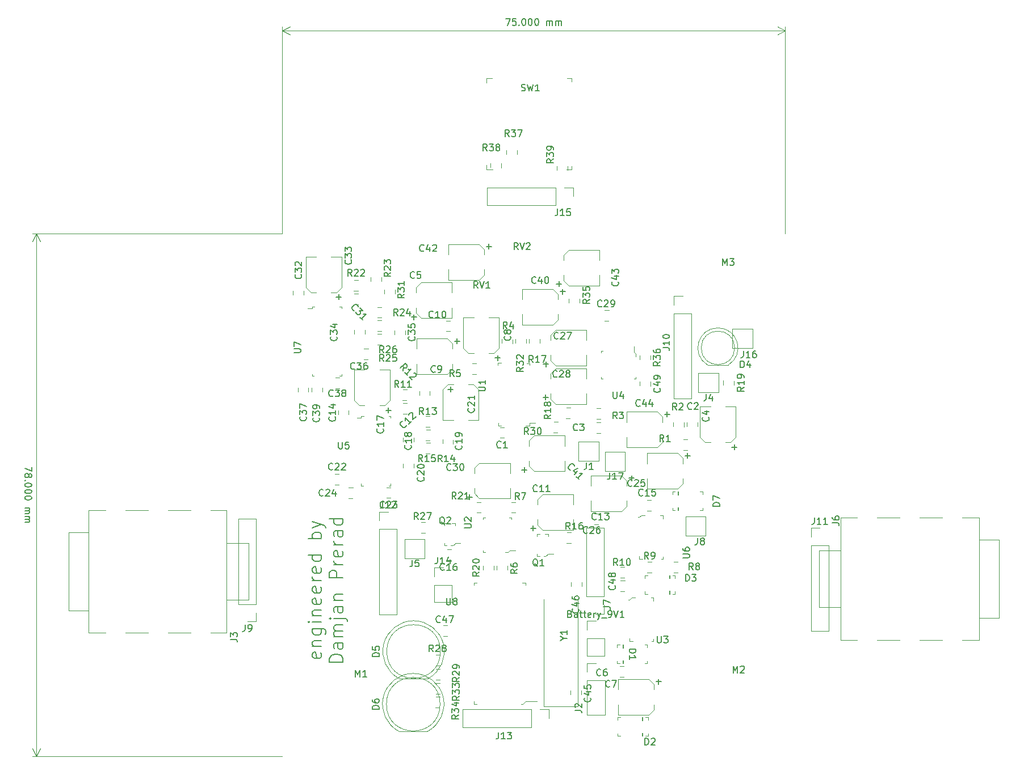
<source format=gbr>
%TF.GenerationSoftware,KiCad,Pcbnew,(5.1.6)-1*%
%TF.CreationDate,2021-04-19T20:59:16+02:00*%
%TF.ProjectId,SimpleDigital,53696d70-6c65-4446-9967-6974616c2e6b,v01*%
%TF.SameCoordinates,Original*%
%TF.FileFunction,Legend,Top*%
%TF.FilePolarity,Positive*%
%FSLAX46Y46*%
G04 Gerber Fmt 4.6, Leading zero omitted, Abs format (unit mm)*
G04 Created by KiCad (PCBNEW (5.1.6)-1) date 2021-04-19 20:59:16*
%MOMM*%
%LPD*%
G01*
G04 APERTURE LIST*
%ADD10C,0.150000*%
%ADD11C,0.120000*%
%ADD12C,0.200000*%
%ADD13C,0.100000*%
G04 APERTURE END LIST*
D10*
X77702619Y-121809523D02*
X77702619Y-122476190D01*
X76702619Y-122047619D01*
X77274047Y-123000000D02*
X77321666Y-122904761D01*
X77369285Y-122857142D01*
X77464523Y-122809523D01*
X77512142Y-122809523D01*
X77607380Y-122857142D01*
X77655000Y-122904761D01*
X77702619Y-123000000D01*
X77702619Y-123190476D01*
X77655000Y-123285714D01*
X77607380Y-123333333D01*
X77512142Y-123380952D01*
X77464523Y-123380952D01*
X77369285Y-123333333D01*
X77321666Y-123285714D01*
X77274047Y-123190476D01*
X77274047Y-123000000D01*
X77226428Y-122904761D01*
X77178809Y-122857142D01*
X77083571Y-122809523D01*
X76893095Y-122809523D01*
X76797857Y-122857142D01*
X76750238Y-122904761D01*
X76702619Y-123000000D01*
X76702619Y-123190476D01*
X76750238Y-123285714D01*
X76797857Y-123333333D01*
X76893095Y-123380952D01*
X77083571Y-123380952D01*
X77178809Y-123333333D01*
X77226428Y-123285714D01*
X77274047Y-123190476D01*
X76797857Y-123809523D02*
X76750238Y-123857142D01*
X76702619Y-123809523D01*
X76750238Y-123761904D01*
X76797857Y-123809523D01*
X76702619Y-123809523D01*
X77702619Y-124476190D02*
X77702619Y-124571428D01*
X77655000Y-124666666D01*
X77607380Y-124714285D01*
X77512142Y-124761904D01*
X77321666Y-124809523D01*
X77083571Y-124809523D01*
X76893095Y-124761904D01*
X76797857Y-124714285D01*
X76750238Y-124666666D01*
X76702619Y-124571428D01*
X76702619Y-124476190D01*
X76750238Y-124380952D01*
X76797857Y-124333333D01*
X76893095Y-124285714D01*
X77083571Y-124238095D01*
X77321666Y-124238095D01*
X77512142Y-124285714D01*
X77607380Y-124333333D01*
X77655000Y-124380952D01*
X77702619Y-124476190D01*
X77702619Y-125428571D02*
X77702619Y-125523809D01*
X77655000Y-125619047D01*
X77607380Y-125666666D01*
X77512142Y-125714285D01*
X77321666Y-125761904D01*
X77083571Y-125761904D01*
X76893095Y-125714285D01*
X76797857Y-125666666D01*
X76750238Y-125619047D01*
X76702619Y-125523809D01*
X76702619Y-125428571D01*
X76750238Y-125333333D01*
X76797857Y-125285714D01*
X76893095Y-125238095D01*
X77083571Y-125190476D01*
X77321666Y-125190476D01*
X77512142Y-125238095D01*
X77607380Y-125285714D01*
X77655000Y-125333333D01*
X77702619Y-125428571D01*
X77702619Y-126380952D02*
X77702619Y-126476190D01*
X77655000Y-126571428D01*
X77607380Y-126619047D01*
X77512142Y-126666666D01*
X77321666Y-126714285D01*
X77083571Y-126714285D01*
X76893095Y-126666666D01*
X76797857Y-126619047D01*
X76750238Y-126571428D01*
X76702619Y-126476190D01*
X76702619Y-126380952D01*
X76750238Y-126285714D01*
X76797857Y-126238095D01*
X76893095Y-126190476D01*
X77083571Y-126142857D01*
X77321666Y-126142857D01*
X77512142Y-126190476D01*
X77607380Y-126238095D01*
X77655000Y-126285714D01*
X77702619Y-126380952D01*
X76702619Y-127904761D02*
X77369285Y-127904761D01*
X77274047Y-127904761D02*
X77321666Y-127952380D01*
X77369285Y-128047619D01*
X77369285Y-128190476D01*
X77321666Y-128285714D01*
X77226428Y-128333333D01*
X76702619Y-128333333D01*
X77226428Y-128333333D02*
X77321666Y-128380952D01*
X77369285Y-128476190D01*
X77369285Y-128619047D01*
X77321666Y-128714285D01*
X77226428Y-128761904D01*
X76702619Y-128761904D01*
X76702619Y-129238095D02*
X77369285Y-129238095D01*
X77274047Y-129238095D02*
X77321666Y-129285714D01*
X77369285Y-129380952D01*
X77369285Y-129523809D01*
X77321666Y-129619047D01*
X77226428Y-129666666D01*
X76702619Y-129666666D01*
X77226428Y-129666666D02*
X77321666Y-129714285D01*
X77369285Y-129809523D01*
X77369285Y-129952380D01*
X77321666Y-130047619D01*
X77226428Y-130095238D01*
X76702619Y-130095238D01*
D11*
X78425000Y-87000000D02*
X78425000Y-165000000D01*
X115100000Y-87000000D02*
X77838579Y-87000000D01*
X115100000Y-165000000D02*
X77838579Y-165000000D01*
X78425000Y-165000000D02*
X77838579Y-163873496D01*
X78425000Y-165000000D02*
X79011421Y-163873496D01*
X78425000Y-87000000D02*
X77838579Y-88126504D01*
X78425000Y-87000000D02*
X79011421Y-88126504D01*
D10*
X148409523Y-54857380D02*
X149076190Y-54857380D01*
X148647619Y-55857380D01*
X149933333Y-54857380D02*
X149457142Y-54857380D01*
X149409523Y-55333571D01*
X149457142Y-55285952D01*
X149552380Y-55238333D01*
X149790476Y-55238333D01*
X149885714Y-55285952D01*
X149933333Y-55333571D01*
X149980952Y-55428809D01*
X149980952Y-55666904D01*
X149933333Y-55762142D01*
X149885714Y-55809761D01*
X149790476Y-55857380D01*
X149552380Y-55857380D01*
X149457142Y-55809761D01*
X149409523Y-55762142D01*
X150409523Y-55762142D02*
X150457142Y-55809761D01*
X150409523Y-55857380D01*
X150361904Y-55809761D01*
X150409523Y-55762142D01*
X150409523Y-55857380D01*
X151076190Y-54857380D02*
X151171428Y-54857380D01*
X151266666Y-54905000D01*
X151314285Y-54952619D01*
X151361904Y-55047857D01*
X151409523Y-55238333D01*
X151409523Y-55476428D01*
X151361904Y-55666904D01*
X151314285Y-55762142D01*
X151266666Y-55809761D01*
X151171428Y-55857380D01*
X151076190Y-55857380D01*
X150980952Y-55809761D01*
X150933333Y-55762142D01*
X150885714Y-55666904D01*
X150838095Y-55476428D01*
X150838095Y-55238333D01*
X150885714Y-55047857D01*
X150933333Y-54952619D01*
X150980952Y-54905000D01*
X151076190Y-54857380D01*
X152028571Y-54857380D02*
X152123809Y-54857380D01*
X152219047Y-54905000D01*
X152266666Y-54952619D01*
X152314285Y-55047857D01*
X152361904Y-55238333D01*
X152361904Y-55476428D01*
X152314285Y-55666904D01*
X152266666Y-55762142D01*
X152219047Y-55809761D01*
X152123809Y-55857380D01*
X152028571Y-55857380D01*
X151933333Y-55809761D01*
X151885714Y-55762142D01*
X151838095Y-55666904D01*
X151790476Y-55476428D01*
X151790476Y-55238333D01*
X151838095Y-55047857D01*
X151885714Y-54952619D01*
X151933333Y-54905000D01*
X152028571Y-54857380D01*
X152980952Y-54857380D02*
X153076190Y-54857380D01*
X153171428Y-54905000D01*
X153219047Y-54952619D01*
X153266666Y-55047857D01*
X153314285Y-55238333D01*
X153314285Y-55476428D01*
X153266666Y-55666904D01*
X153219047Y-55762142D01*
X153171428Y-55809761D01*
X153076190Y-55857380D01*
X152980952Y-55857380D01*
X152885714Y-55809761D01*
X152838095Y-55762142D01*
X152790476Y-55666904D01*
X152742857Y-55476428D01*
X152742857Y-55238333D01*
X152790476Y-55047857D01*
X152838095Y-54952619D01*
X152885714Y-54905000D01*
X152980952Y-54857380D01*
X154504761Y-55857380D02*
X154504761Y-55190714D01*
X154504761Y-55285952D02*
X154552380Y-55238333D01*
X154647619Y-55190714D01*
X154790476Y-55190714D01*
X154885714Y-55238333D01*
X154933333Y-55333571D01*
X154933333Y-55857380D01*
X154933333Y-55333571D02*
X154980952Y-55238333D01*
X155076190Y-55190714D01*
X155219047Y-55190714D01*
X155314285Y-55238333D01*
X155361904Y-55333571D01*
X155361904Y-55857380D01*
X155838095Y-55857380D02*
X155838095Y-55190714D01*
X155838095Y-55285952D02*
X155885714Y-55238333D01*
X155980952Y-55190714D01*
X156123809Y-55190714D01*
X156219047Y-55238333D01*
X156266666Y-55333571D01*
X156266666Y-55857380D01*
X156266666Y-55333571D02*
X156314285Y-55238333D01*
X156409523Y-55190714D01*
X156552380Y-55190714D01*
X156647619Y-55238333D01*
X156695238Y-55333571D01*
X156695238Y-55857380D01*
D11*
X190100000Y-56675000D02*
X115100000Y-56675000D01*
X190100000Y-87000000D02*
X190100000Y-56088579D01*
X115100000Y-87000000D02*
X115100000Y-56088579D01*
X115100000Y-56675000D02*
X116226504Y-56088579D01*
X115100000Y-56675000D02*
X116226504Y-57261421D01*
X190100000Y-56675000D02*
X188973496Y-56088579D01*
X190100000Y-56675000D02*
X188973496Y-57261421D01*
D12*
X120834523Y-149558333D02*
X120929761Y-149748809D01*
X120929761Y-150129761D01*
X120834523Y-150320238D01*
X120644047Y-150415476D01*
X119882142Y-150415476D01*
X119691666Y-150320238D01*
X119596428Y-150129761D01*
X119596428Y-149748809D01*
X119691666Y-149558333D01*
X119882142Y-149463095D01*
X120072619Y-149463095D01*
X120263095Y-150415476D01*
X119596428Y-148605952D02*
X120929761Y-148605952D01*
X119786904Y-148605952D02*
X119691666Y-148510714D01*
X119596428Y-148320238D01*
X119596428Y-148034523D01*
X119691666Y-147844047D01*
X119882142Y-147748809D01*
X120929761Y-147748809D01*
X119596428Y-145939285D02*
X121215476Y-145939285D01*
X121405952Y-146034523D01*
X121501190Y-146129761D01*
X121596428Y-146320238D01*
X121596428Y-146605952D01*
X121501190Y-146796428D01*
X120834523Y-145939285D02*
X120929761Y-146129761D01*
X120929761Y-146510714D01*
X120834523Y-146701190D01*
X120739285Y-146796428D01*
X120548809Y-146891666D01*
X119977380Y-146891666D01*
X119786904Y-146796428D01*
X119691666Y-146701190D01*
X119596428Y-146510714D01*
X119596428Y-146129761D01*
X119691666Y-145939285D01*
X120929761Y-144986904D02*
X119596428Y-144986904D01*
X118929761Y-144986904D02*
X119025000Y-145082142D01*
X119120238Y-144986904D01*
X119025000Y-144891666D01*
X118929761Y-144986904D01*
X119120238Y-144986904D01*
X119596428Y-144034523D02*
X120929761Y-144034523D01*
X119786904Y-144034523D02*
X119691666Y-143939285D01*
X119596428Y-143748809D01*
X119596428Y-143463095D01*
X119691666Y-143272619D01*
X119882142Y-143177380D01*
X120929761Y-143177380D01*
X120834523Y-141463095D02*
X120929761Y-141653571D01*
X120929761Y-142034523D01*
X120834523Y-142225000D01*
X120644047Y-142320238D01*
X119882142Y-142320238D01*
X119691666Y-142225000D01*
X119596428Y-142034523D01*
X119596428Y-141653571D01*
X119691666Y-141463095D01*
X119882142Y-141367857D01*
X120072619Y-141367857D01*
X120263095Y-142320238D01*
X120834523Y-139748809D02*
X120929761Y-139939285D01*
X120929761Y-140320238D01*
X120834523Y-140510714D01*
X120644047Y-140605952D01*
X119882142Y-140605952D01*
X119691666Y-140510714D01*
X119596428Y-140320238D01*
X119596428Y-139939285D01*
X119691666Y-139748809D01*
X119882142Y-139653571D01*
X120072619Y-139653571D01*
X120263095Y-140605952D01*
X120929761Y-138796428D02*
X119596428Y-138796428D01*
X119977380Y-138796428D02*
X119786904Y-138701190D01*
X119691666Y-138605952D01*
X119596428Y-138415476D01*
X119596428Y-138225000D01*
X120834523Y-136796428D02*
X120929761Y-136986904D01*
X120929761Y-137367857D01*
X120834523Y-137558333D01*
X120644047Y-137653571D01*
X119882142Y-137653571D01*
X119691666Y-137558333D01*
X119596428Y-137367857D01*
X119596428Y-136986904D01*
X119691666Y-136796428D01*
X119882142Y-136701190D01*
X120072619Y-136701190D01*
X120263095Y-137653571D01*
X120929761Y-134986904D02*
X118929761Y-134986904D01*
X120834523Y-134986904D02*
X120929761Y-135177380D01*
X120929761Y-135558333D01*
X120834523Y-135748809D01*
X120739285Y-135844047D01*
X120548809Y-135939285D01*
X119977380Y-135939285D01*
X119786904Y-135844047D01*
X119691666Y-135748809D01*
X119596428Y-135558333D01*
X119596428Y-135177380D01*
X119691666Y-134986904D01*
X120929761Y-132510714D02*
X118929761Y-132510714D01*
X119691666Y-132510714D02*
X119596428Y-132320238D01*
X119596428Y-131939285D01*
X119691666Y-131748809D01*
X119786904Y-131653571D01*
X119977380Y-131558333D01*
X120548809Y-131558333D01*
X120739285Y-131653571D01*
X120834523Y-131748809D01*
X120929761Y-131939285D01*
X120929761Y-132320238D01*
X120834523Y-132510714D01*
X119596428Y-130891666D02*
X120929761Y-130415476D01*
X119596428Y-129939285D02*
X120929761Y-130415476D01*
X121405952Y-130605952D01*
X121501190Y-130701190D01*
X121596428Y-130891666D01*
X124129761Y-150939285D02*
X122129761Y-150939285D01*
X122129761Y-150463095D01*
X122225000Y-150177380D01*
X122415476Y-149986904D01*
X122605952Y-149891666D01*
X122986904Y-149796428D01*
X123272619Y-149796428D01*
X123653571Y-149891666D01*
X123844047Y-149986904D01*
X124034523Y-150177380D01*
X124129761Y-150463095D01*
X124129761Y-150939285D01*
X124129761Y-148082142D02*
X123082142Y-148082142D01*
X122891666Y-148177380D01*
X122796428Y-148367857D01*
X122796428Y-148748809D01*
X122891666Y-148939285D01*
X124034523Y-148082142D02*
X124129761Y-148272619D01*
X124129761Y-148748809D01*
X124034523Y-148939285D01*
X123844047Y-149034523D01*
X123653571Y-149034523D01*
X123463095Y-148939285D01*
X123367857Y-148748809D01*
X123367857Y-148272619D01*
X123272619Y-148082142D01*
X124129761Y-147129761D02*
X122796428Y-147129761D01*
X122986904Y-147129761D02*
X122891666Y-147034523D01*
X122796428Y-146844047D01*
X122796428Y-146558333D01*
X122891666Y-146367857D01*
X123082142Y-146272619D01*
X124129761Y-146272619D01*
X123082142Y-146272619D02*
X122891666Y-146177380D01*
X122796428Y-145986904D01*
X122796428Y-145701190D01*
X122891666Y-145510714D01*
X123082142Y-145415476D01*
X124129761Y-145415476D01*
X122796428Y-144463095D02*
X124510714Y-144463095D01*
X124701190Y-144558333D01*
X124796428Y-144748809D01*
X124796428Y-144844047D01*
X122129761Y-144463095D02*
X122225000Y-144558333D01*
X122320238Y-144463095D01*
X122225000Y-144367857D01*
X122129761Y-144463095D01*
X122320238Y-144463095D01*
X124129761Y-142653571D02*
X123082142Y-142653571D01*
X122891666Y-142748809D01*
X122796428Y-142939285D01*
X122796428Y-143320238D01*
X122891666Y-143510714D01*
X124034523Y-142653571D02*
X124129761Y-142844047D01*
X124129761Y-143320238D01*
X124034523Y-143510714D01*
X123844047Y-143605952D01*
X123653571Y-143605952D01*
X123463095Y-143510714D01*
X123367857Y-143320238D01*
X123367857Y-142844047D01*
X123272619Y-142653571D01*
X122796428Y-141701190D02*
X124129761Y-141701190D01*
X122986904Y-141701190D02*
X122891666Y-141605952D01*
X122796428Y-141415476D01*
X122796428Y-141129761D01*
X122891666Y-140939285D01*
X123082142Y-140844047D01*
X124129761Y-140844047D01*
X124129761Y-138367857D02*
X122129761Y-138367857D01*
X122129761Y-137605952D01*
X122225000Y-137415476D01*
X122320238Y-137320238D01*
X122510714Y-137225000D01*
X122796428Y-137225000D01*
X122986904Y-137320238D01*
X123082142Y-137415476D01*
X123177380Y-137605952D01*
X123177380Y-138367857D01*
X124129761Y-136367857D02*
X122796428Y-136367857D01*
X123177380Y-136367857D02*
X122986904Y-136272619D01*
X122891666Y-136177380D01*
X122796428Y-135986904D01*
X122796428Y-135796428D01*
X124034523Y-134367857D02*
X124129761Y-134558333D01*
X124129761Y-134939285D01*
X124034523Y-135129761D01*
X123844047Y-135225000D01*
X123082142Y-135225000D01*
X122891666Y-135129761D01*
X122796428Y-134939285D01*
X122796428Y-134558333D01*
X122891666Y-134367857D01*
X123082142Y-134272619D01*
X123272619Y-134272619D01*
X123463095Y-135225000D01*
X124129761Y-133415476D02*
X122796428Y-133415476D01*
X123177380Y-133415476D02*
X122986904Y-133320238D01*
X122891666Y-133225000D01*
X122796428Y-133034523D01*
X122796428Y-132844047D01*
X124129761Y-131320238D02*
X123082142Y-131320238D01*
X122891666Y-131415476D01*
X122796428Y-131605952D01*
X122796428Y-131986904D01*
X122891666Y-132177380D01*
X124034523Y-131320238D02*
X124129761Y-131510714D01*
X124129761Y-131986904D01*
X124034523Y-132177380D01*
X123844047Y-132272619D01*
X123653571Y-132272619D01*
X123463095Y-132177380D01*
X123367857Y-131986904D01*
X123367857Y-131510714D01*
X123272619Y-131320238D01*
X124129761Y-129510714D02*
X122129761Y-129510714D01*
X124034523Y-129510714D02*
X124129761Y-129701190D01*
X124129761Y-130082142D01*
X124034523Y-130272619D01*
X123939285Y-130367857D01*
X123748809Y-130463095D01*
X123177380Y-130463095D01*
X122986904Y-130367857D01*
X122891666Y-130272619D01*
X122796428Y-130082142D01*
X122796428Y-129701190D01*
X122891666Y-129510714D01*
D11*
%TO.C,C48*%
X166170000Y-138750000D02*
X165570000Y-138750000D01*
X166150000Y-140350000D02*
X165550000Y-140350000D01*
%TO.C,J14*%
X137745000Y-142020000D02*
X140405000Y-142020000D01*
X137745000Y-139420000D02*
X137745000Y-142020000D01*
X140405000Y-139420000D02*
X140405000Y-142020000D01*
X137745000Y-139420000D02*
X140405000Y-139420000D01*
X137745000Y-138150000D02*
X137745000Y-136820000D01*
X137745000Y-136820000D02*
X139075000Y-136820000D01*
%TO.C,J17*%
X163250000Y-119550000D02*
X166250000Y-119550000D01*
X166250000Y-119550000D02*
X166250000Y-122400000D01*
X163250000Y-119550000D02*
X163250000Y-122400000D01*
X163250000Y-122400000D02*
X166250000Y-122400000D01*
%TO.C,J16*%
X182225000Y-101200000D02*
X185225000Y-101200000D01*
X185225000Y-101200000D02*
X185225000Y-104050000D01*
X182225000Y-101200000D02*
X182225000Y-104050000D01*
X182225000Y-104050000D02*
X185225000Y-104050000D01*
%TO.C,J8*%
X175250000Y-129225000D02*
X178250000Y-129225000D01*
X178250000Y-129225000D02*
X178250000Y-132075000D01*
X175250000Y-129225000D02*
X175250000Y-132075000D01*
X175250000Y-132075000D02*
X178250000Y-132075000D01*
%TO.C,J5*%
X133325000Y-132600000D02*
X136325000Y-132600000D01*
X136325000Y-132600000D02*
X136325000Y-135450000D01*
X133325000Y-132600000D02*
X133325000Y-135450000D01*
X133325000Y-135450000D02*
X136325000Y-135450000D01*
%TO.C,J4*%
X177150000Y-107825000D02*
X180150000Y-107825000D01*
X180150000Y-107825000D02*
X180150000Y-110675000D01*
X177150000Y-107825000D02*
X177150000Y-110675000D01*
X177150000Y-110675000D02*
X180150000Y-110675000D01*
%TO.C,J1*%
X159300000Y-118075000D02*
X162300000Y-118075000D01*
X162300000Y-118075000D02*
X162300000Y-120925000D01*
X159300000Y-118075000D02*
X159300000Y-120925000D01*
X159300000Y-120925000D02*
X162300000Y-120925000D01*
%TO.C,Battery_9V1*%
X160520000Y-150020000D02*
X163180000Y-150020000D01*
X160520000Y-147420000D02*
X160520000Y-150020000D01*
X163180000Y-147420000D02*
X163180000Y-150020000D01*
X160520000Y-147420000D02*
X163180000Y-147420000D01*
X160520000Y-146150000D02*
X160520000Y-144820000D01*
X160520000Y-144820000D02*
X161850000Y-144820000D01*
%TO.C,C49*%
X170000000Y-109100000D02*
X170000000Y-109700000D01*
X168400000Y-109080000D02*
X168400000Y-109680000D01*
D13*
%TO.C,U4*%
X162625000Y-108650000D02*
X162625000Y-108350000D01*
X162925000Y-108650000D02*
X162625000Y-108650000D01*
X167825000Y-108650000D02*
X167825000Y-108350000D01*
X167525000Y-108650000D02*
X167825000Y-108650000D01*
X162625000Y-104450000D02*
X162625000Y-104750000D01*
X162925000Y-104450000D02*
X162625000Y-104450000D01*
X167525000Y-104650000D02*
X167525000Y-103850000D01*
X167825000Y-104950000D02*
X167525000Y-104650000D01*
X167825000Y-105350000D02*
X167825000Y-104950000D01*
%TO.C,U2*%
X145050000Y-129350000D02*
X145350000Y-129350000D01*
X145050000Y-129650000D02*
X145050000Y-129350000D01*
X145050000Y-134550000D02*
X145350000Y-134550000D01*
X145050000Y-134250000D02*
X145050000Y-134550000D01*
X149250000Y-129350000D02*
X148950000Y-129350000D01*
X149250000Y-129650000D02*
X149250000Y-129350000D01*
X149050000Y-134250000D02*
X149850000Y-134250000D01*
X148750000Y-134550000D02*
X149050000Y-134250000D01*
X148350000Y-134550000D02*
X148750000Y-134550000D01*
D11*
%TO.C,C40*%
X155460000Y-95235000D02*
X150880000Y-95235000D01*
X156220000Y-95995000D02*
X155460000Y-95235000D01*
X155460000Y-100565000D02*
X156220000Y-99805000D01*
X150880000Y-100565000D02*
X155460000Y-100565000D01*
X156220000Y-99805000D02*
X156220000Y-99015000D01*
X156220000Y-95995000D02*
X156220000Y-96785000D01*
X150880000Y-95235000D02*
X150880000Y-96785000D01*
X150880000Y-100565000D02*
X150880000Y-99015000D01*
%TO.C,C21*%
X139060000Y-110240000D02*
X139060000Y-114820000D01*
X139820000Y-109480000D02*
X139060000Y-110240000D01*
X144390000Y-110240000D02*
X143630000Y-109480000D01*
X144390000Y-114820000D02*
X144390000Y-110240000D01*
X143630000Y-109480000D02*
X142840000Y-109480000D01*
X139820000Y-109480000D02*
X140610000Y-109480000D01*
X139060000Y-114820000D02*
X140610000Y-114820000D01*
X144390000Y-114820000D02*
X142840000Y-114820000D01*
%TO.C,C28*%
X155840000Y-112415000D02*
X160420000Y-112415000D01*
X155080000Y-111655000D02*
X155840000Y-112415000D01*
X155840000Y-107085000D02*
X155080000Y-107845000D01*
X160420000Y-107085000D02*
X155840000Y-107085000D01*
X155080000Y-107845000D02*
X155080000Y-108635000D01*
X155080000Y-111655000D02*
X155080000Y-110865000D01*
X160420000Y-112415000D02*
X160420000Y-110865000D01*
X160420000Y-107085000D02*
X160420000Y-108635000D01*
%TO.C,C27*%
X155890000Y-106665000D02*
X160470000Y-106665000D01*
X155130000Y-105905000D02*
X155890000Y-106665000D01*
X155890000Y-101335000D02*
X155130000Y-102095000D01*
X160470000Y-101335000D02*
X155890000Y-101335000D01*
X155130000Y-102095000D02*
X155130000Y-102885000D01*
X155130000Y-105905000D02*
X155130000Y-105115000D01*
X160470000Y-106665000D02*
X160470000Y-105115000D01*
X160470000Y-101335000D02*
X160470000Y-102885000D01*
%TO.C,C8*%
X147440000Y-104035000D02*
X147440000Y-99455000D01*
X146680000Y-104795000D02*
X147440000Y-104035000D01*
X142110000Y-104035000D02*
X142870000Y-104795000D01*
X142110000Y-99455000D02*
X142110000Y-104035000D01*
X142870000Y-104795000D02*
X143660000Y-104795000D01*
X146680000Y-104795000D02*
X145890000Y-104795000D01*
X147440000Y-99455000D02*
X145890000Y-99455000D01*
X142110000Y-99455000D02*
X143660000Y-99455000D01*
%TO.C,C9*%
X139685000Y-102635000D02*
X135105000Y-102635000D01*
X140445000Y-103395000D02*
X139685000Y-102635000D01*
X139685000Y-107965000D02*
X140445000Y-107205000D01*
X135105000Y-107965000D02*
X139685000Y-107965000D01*
X140445000Y-107205000D02*
X140445000Y-106415000D01*
X140445000Y-103395000D02*
X140445000Y-104185000D01*
X135105000Y-102635000D02*
X135105000Y-104185000D01*
X135105000Y-107965000D02*
X135105000Y-106415000D01*
%TO.C,C17*%
X131165000Y-111885000D02*
X131165000Y-107305000D01*
X130405000Y-112645000D02*
X131165000Y-111885000D01*
X125835000Y-111885000D02*
X126595000Y-112645000D01*
X125835000Y-107305000D02*
X125835000Y-111885000D01*
X126595000Y-112645000D02*
X127385000Y-112645000D01*
X130405000Y-112645000D02*
X129615000Y-112645000D01*
X131165000Y-107305000D02*
X129615000Y-107305000D01*
X125835000Y-107305000D02*
X127385000Y-107305000D01*
%TO.C,C30*%
X144490000Y-126540000D02*
X149070000Y-126540000D01*
X143730000Y-125780000D02*
X144490000Y-126540000D01*
X144490000Y-121210000D02*
X143730000Y-121970000D01*
X149070000Y-121210000D02*
X144490000Y-121210000D01*
X143730000Y-121970000D02*
X143730000Y-122760000D01*
X143730000Y-125780000D02*
X143730000Y-124990000D01*
X149070000Y-126540000D02*
X149070000Y-124990000D01*
X149070000Y-121210000D02*
X149070000Y-122760000D01*
%TO.C,C41*%
X152690000Y-122465000D02*
X157270000Y-122465000D01*
X151930000Y-121705000D02*
X152690000Y-122465000D01*
X152690000Y-117135000D02*
X151930000Y-117895000D01*
X157270000Y-117135000D02*
X152690000Y-117135000D01*
X151930000Y-117895000D02*
X151930000Y-118685000D01*
X151930000Y-121705000D02*
X151930000Y-120915000D01*
X157270000Y-122465000D02*
X157270000Y-120915000D01*
X157270000Y-117135000D02*
X157270000Y-118685000D01*
%TO.C,C44*%
X171010000Y-113585000D02*
X166430000Y-113585000D01*
X171770000Y-114345000D02*
X171010000Y-113585000D01*
X171010000Y-118915000D02*
X171770000Y-118155000D01*
X166430000Y-118915000D02*
X171010000Y-118915000D01*
X171770000Y-118155000D02*
X171770000Y-117365000D01*
X171770000Y-114345000D02*
X171770000Y-115135000D01*
X166430000Y-113585000D02*
X166430000Y-115135000D01*
X166430000Y-118915000D02*
X166430000Y-117365000D01*
%TO.C,C11*%
X153965000Y-131215000D02*
X158545000Y-131215000D01*
X153205000Y-130455000D02*
X153965000Y-131215000D01*
X153965000Y-125885000D02*
X153205000Y-126645000D01*
X158545000Y-125885000D02*
X153965000Y-125885000D01*
X153205000Y-126645000D02*
X153205000Y-127435000D01*
X153205000Y-130455000D02*
X153205000Y-129665000D01*
X158545000Y-131215000D02*
X158545000Y-129665000D01*
X158545000Y-125885000D02*
X158545000Y-127435000D01*
%TO.C,C4*%
X182740000Y-117385000D02*
X182740000Y-112805000D01*
X181980000Y-118145000D02*
X182740000Y-117385000D01*
X177410000Y-117385000D02*
X178170000Y-118145000D01*
X177410000Y-112805000D02*
X177410000Y-117385000D01*
X178170000Y-118145000D02*
X178960000Y-118145000D01*
X181980000Y-118145000D02*
X181190000Y-118145000D01*
X182740000Y-112805000D02*
X181190000Y-112805000D01*
X177410000Y-112805000D02*
X178960000Y-112805000D01*
%TO.C,C25*%
X174060000Y-119760000D02*
X169480000Y-119760000D01*
X174820000Y-120520000D02*
X174060000Y-119760000D01*
X174060000Y-125090000D02*
X174820000Y-124330000D01*
X169480000Y-125090000D02*
X174060000Y-125090000D01*
X174820000Y-124330000D02*
X174820000Y-123540000D01*
X174820000Y-120520000D02*
X174820000Y-121310000D01*
X169480000Y-119760000D02*
X169480000Y-121310000D01*
X169480000Y-125090000D02*
X169480000Y-123540000D01*
%TO.C,C13*%
X165735000Y-123085000D02*
X161155000Y-123085000D01*
X166495000Y-123845000D02*
X165735000Y-123085000D01*
X165735000Y-128415000D02*
X166495000Y-127655000D01*
X161155000Y-128415000D02*
X165735000Y-128415000D01*
X166495000Y-127655000D02*
X166495000Y-126865000D01*
X166495000Y-123845000D02*
X166495000Y-124635000D01*
X161155000Y-123085000D02*
X161155000Y-124635000D01*
X161155000Y-128415000D02*
X161155000Y-126865000D01*
%TO.C,C7*%
X169760000Y-153510000D02*
X165180000Y-153510000D01*
X170520000Y-154270000D02*
X169760000Y-153510000D01*
X169760000Y-158840000D02*
X170520000Y-158080000D01*
X165180000Y-158840000D02*
X169760000Y-158840000D01*
X170520000Y-158080000D02*
X170520000Y-157290000D01*
X170520000Y-154270000D02*
X170520000Y-155060000D01*
X165180000Y-153510000D02*
X165180000Y-155060000D01*
X165180000Y-158840000D02*
X165180000Y-157290000D01*
%TO.C,C33*%
X123940000Y-94985000D02*
X123940000Y-90405000D01*
X123180000Y-95745000D02*
X123940000Y-94985000D01*
X118610000Y-94985000D02*
X119370000Y-95745000D01*
X118610000Y-90405000D02*
X118610000Y-94985000D01*
X119370000Y-95745000D02*
X120160000Y-95745000D01*
X123180000Y-95745000D02*
X122390000Y-95745000D01*
X123940000Y-90405000D02*
X122390000Y-90405000D01*
X118610000Y-90405000D02*
X120160000Y-90405000D01*
%TO.C,R31*%
X131925000Y-95350000D02*
X131925000Y-95950000D01*
X130325000Y-95330000D02*
X130325000Y-95930000D01*
%TO.C,C5*%
X135790000Y-99565000D02*
X140370000Y-99565000D01*
X135030000Y-98805000D02*
X135790000Y-99565000D01*
X135790000Y-94235000D02*
X135030000Y-94995000D01*
X140370000Y-94235000D02*
X135790000Y-94235000D01*
X135030000Y-94995000D02*
X135030000Y-95785000D01*
X135030000Y-98805000D02*
X135030000Y-98015000D01*
X140370000Y-99565000D02*
X140370000Y-98015000D01*
X140370000Y-94235000D02*
X140370000Y-95785000D01*
%TO.C,C42*%
X144435000Y-88535000D02*
X139855000Y-88535000D01*
X145195000Y-89295000D02*
X144435000Y-88535000D01*
X144435000Y-93865000D02*
X145195000Y-93105000D01*
X139855000Y-93865000D02*
X144435000Y-93865000D01*
X145195000Y-93105000D02*
X145195000Y-92315000D01*
X145195000Y-89295000D02*
X145195000Y-90085000D01*
X139855000Y-88535000D02*
X139855000Y-90085000D01*
X139855000Y-93865000D02*
X139855000Y-92315000D01*
%TO.C,C43*%
X157840000Y-94715000D02*
X162420000Y-94715000D01*
X157080000Y-93955000D02*
X157840000Y-94715000D01*
X157840000Y-89385000D02*
X157080000Y-90145000D01*
X162420000Y-89385000D02*
X157840000Y-89385000D01*
X157080000Y-90145000D02*
X157080000Y-90935000D01*
X157080000Y-93955000D02*
X157080000Y-93165000D01*
X162420000Y-94715000D02*
X162420000Y-93165000D01*
X162420000Y-89385000D02*
X162420000Y-90935000D01*
D13*
%TO.C,U1*%
X151962157Y-115224848D02*
X152862157Y-115224848D01*
X151962157Y-115624848D02*
X151962157Y-115224848D01*
X151362157Y-115624848D02*
X151962157Y-115624848D01*
X147362157Y-115624848D02*
X147762157Y-115624848D01*
X147362157Y-115224848D02*
X147362157Y-115624848D01*
X147262157Y-106224848D02*
X147762157Y-106224848D01*
X147262157Y-106624848D02*
X147262157Y-106224848D01*
X151962157Y-106324848D02*
X151562157Y-106324848D01*
X151962157Y-106624848D02*
X151962157Y-106324848D01*
%TO.C,U8*%
X151350000Y-156795000D02*
X153050000Y-156795000D01*
X143650000Y-157195000D02*
X144150000Y-157195000D01*
X143650000Y-157195000D02*
X143650000Y-156795000D01*
X143650000Y-139095000D02*
X144150000Y-139095000D01*
X143650000Y-139095000D02*
X143650000Y-139495000D01*
X151350000Y-139095000D02*
X150850000Y-139095000D01*
X151350000Y-139095000D02*
X151350000Y-139495000D01*
X150950000Y-157195000D02*
X150700000Y-157195000D01*
X151350000Y-156795000D02*
X150950000Y-157195000D01*
D11*
%TO.C,D4*%
X182575000Y-104030000D02*
G75*
G03*
X182575000Y-104030000I-2500000J0D01*
G01*
X178530000Y-106590000D02*
X181620000Y-106590000D01*
X180075462Y-101040000D02*
G75*
G03*
X178530170Y-106590000I-462J-2990000D01*
G01*
X180074538Y-101040000D02*
G75*
G02*
X181619830Y-106590000I462J-2990000D01*
G01*
%TO.C,J3*%
X86200000Y-146580000D02*
X86200000Y-128290000D01*
X86200000Y-128290000D02*
X88750000Y-128290000D01*
X91660000Y-128290000D02*
X95090000Y-128290000D01*
X98010000Y-128290000D02*
X101440000Y-128290000D01*
X101440000Y-146580000D02*
X98010000Y-146580000D01*
X95090000Y-146580000D02*
X91660000Y-146580000D01*
X88750000Y-146580000D02*
X86200000Y-146580000D01*
X106810000Y-146580000D02*
X104360000Y-146580000D01*
X106810000Y-128290000D02*
X104360000Y-128290000D01*
X106810000Y-146580000D02*
X106810000Y-128290000D01*
X83200000Y-131580000D02*
X86200000Y-131580000D01*
X83200000Y-143280000D02*
X83200000Y-131580000D01*
X83200000Y-143280000D02*
X86200000Y-143280000D01*
X106840000Y-141690000D02*
X110060000Y-141690000D01*
X110080000Y-141690000D02*
X110080000Y-133210000D01*
X106840000Y-133180000D02*
X110060000Y-133180000D01*
%TO.C,J6*%
X198380000Y-142789999D02*
X195160000Y-142789999D01*
X195140000Y-134279999D02*
X195140000Y-142759999D01*
X198380000Y-134279999D02*
X195160000Y-134279999D01*
X222020000Y-132689999D02*
X219020000Y-132689999D01*
X222020000Y-132689999D02*
X222020000Y-144389999D01*
X222020000Y-144389999D02*
X219020000Y-144389999D01*
X198410000Y-129389999D02*
X198410000Y-147679999D01*
X198410000Y-147679999D02*
X200860000Y-147679999D01*
X198410000Y-129389999D02*
X200860000Y-129389999D01*
X216470000Y-129389999D02*
X219020000Y-129389999D01*
X210130000Y-129389999D02*
X213560000Y-129389999D01*
X203780000Y-129389999D02*
X207210000Y-129389999D01*
X207210000Y-147679999D02*
X203780000Y-147679999D01*
X213560000Y-147679999D02*
X210130000Y-147679999D01*
X219020000Y-147679999D02*
X216470000Y-147679999D01*
X219020000Y-129389999D02*
X219020000Y-147679999D01*
%TO.C,J9*%
X111210000Y-129550000D02*
X108550000Y-129550000D01*
X111210000Y-142310000D02*
X111210000Y-129550000D01*
X108550000Y-142310000D02*
X108550000Y-129550000D01*
X111210000Y-142310000D02*
X108550000Y-142310000D01*
X111210000Y-143580000D02*
X111210000Y-144910000D01*
X111210000Y-144910000D02*
X109880000Y-144910000D01*
%TO.C,J10*%
X173495000Y-96270000D02*
X174825000Y-96270000D01*
X173495000Y-97600000D02*
X173495000Y-96270000D01*
X173495000Y-98870000D02*
X176155000Y-98870000D01*
X176155000Y-98870000D02*
X176155000Y-111630000D01*
X173495000Y-98870000D02*
X173495000Y-111630000D01*
X173495000Y-111630000D02*
X176155000Y-111630000D01*
%TO.C,J11*%
X193940000Y-146270000D02*
X196600000Y-146270000D01*
X193940000Y-133510000D02*
X193940000Y-146270000D01*
X196600000Y-133510000D02*
X196600000Y-146270000D01*
X193940000Y-133510000D02*
X196600000Y-133510000D01*
X193940000Y-132240000D02*
X193940000Y-130910000D01*
X193940000Y-130910000D02*
X195270000Y-130910000D01*
%TO.C,J12*%
X129545000Y-128495000D02*
X130875000Y-128495000D01*
X129545000Y-129825000D02*
X129545000Y-128495000D01*
X129545000Y-131095000D02*
X132205000Y-131095000D01*
X132205000Y-131095000D02*
X132205000Y-143855000D01*
X129545000Y-131095000D02*
X129545000Y-143855000D01*
X129545000Y-143855000D02*
X132205000Y-143855000D01*
%TO.C,J15*%
X145660000Y-80070000D02*
X145660000Y-82730000D01*
X155880000Y-80070000D02*
X145660000Y-80070000D01*
X155880000Y-82730000D02*
X145660000Y-82730000D01*
X155880000Y-80070000D02*
X155880000Y-82730000D01*
X157150000Y-80070000D02*
X158480000Y-80070000D01*
X158480000Y-80070000D02*
X158480000Y-81400000D01*
%TO.C,R19*%
X182475000Y-108950000D02*
X182475000Y-109550000D01*
X180875000Y-108930000D02*
X180875000Y-109530000D01*
%TO.C,R37*%
X150150000Y-74500000D02*
X150150000Y-75100000D01*
X148550000Y-74480000D02*
X148550000Y-75080000D01*
%TO.C,R38*%
X147750000Y-76500000D02*
X147750000Y-77100000D01*
X146150000Y-76480000D02*
X146150000Y-77080000D01*
%TO.C,R39*%
X156050000Y-76880000D02*
X156050000Y-77480000D01*
X157650000Y-76900000D02*
X157650000Y-77500000D01*
D13*
%TO.C,SW1*%
X146475000Y-77425000D02*
X145525000Y-77425000D01*
X145525000Y-77425000D02*
X145525000Y-76750000D01*
X146375000Y-63775000D02*
X145525000Y-63775000D01*
X145525000Y-63775000D02*
X145525000Y-64450000D01*
X158275000Y-76850000D02*
X158275000Y-77425000D01*
X158275000Y-77425000D02*
X157475000Y-77425000D01*
X157575000Y-63775000D02*
X158275000Y-63775000D01*
X158275000Y-63775000D02*
X158275000Y-64275000D01*
D11*
%TO.C,C1*%
X148177157Y-117479848D02*
X147577157Y-117479848D01*
X148197157Y-115879848D02*
X147597157Y-115879848D01*
%TO.C,C2*%
X175449593Y-115145841D02*
X175449593Y-115745841D01*
X177049593Y-115165841D02*
X177049593Y-115765841D01*
%TO.C,C3*%
X162575000Y-116725000D02*
X161975000Y-116725000D01*
X162595000Y-115125000D02*
X161995000Y-115125000D01*
%TO.C,C6*%
X165455000Y-153175000D02*
X166055000Y-153175000D01*
X165475000Y-151575000D02*
X166075000Y-151575000D01*
%TO.C,C10*%
X139507157Y-101559849D02*
X140107157Y-101559849D01*
X139527157Y-99959849D02*
X140127157Y-99959849D01*
%TO.C,C12*%
X133687156Y-112274849D02*
X133087156Y-112274849D01*
X133667156Y-113874849D02*
X133067156Y-113874849D01*
%TO.C,C14*%
X123417157Y-113949848D02*
X123417157Y-113349848D01*
X125017157Y-113969848D02*
X125017157Y-113369848D01*
%TO.C,C15*%
X169500000Y-126750000D02*
X170100000Y-126750000D01*
X169480000Y-128350000D02*
X170080000Y-128350000D01*
%TO.C,C16*%
X139730000Y-134160000D02*
X140330000Y-134160000D01*
X139710000Y-135760000D02*
X140310000Y-135760000D01*
%TO.C,C18*%
X133092156Y-118024848D02*
X133092156Y-117424848D01*
X134692156Y-118044848D02*
X134692156Y-117444848D01*
%TO.C,C19*%
X140592156Y-118344848D02*
X140592156Y-117744848D01*
X138992156Y-118324848D02*
X138992156Y-117724848D01*
%TO.C,C20*%
X133117157Y-121949849D02*
X133117157Y-121349849D01*
X134717157Y-121969849D02*
X134717157Y-121369849D01*
%TO.C,C22*%
X122947158Y-124449849D02*
X123547158Y-124449849D01*
X122967158Y-122849849D02*
X123567158Y-122849849D01*
%TO.C,C23*%
X131262159Y-124849848D02*
X130662159Y-124849848D01*
X131242159Y-126449848D02*
X130642159Y-126449848D01*
%TO.C,C24*%
X125017157Y-124899848D02*
X125617157Y-124899848D01*
X124997157Y-126499848D02*
X125597157Y-126499848D01*
%TO.C,C26*%
X161655000Y-130425000D02*
X162255000Y-130425000D01*
X161675000Y-128825000D02*
X162275000Y-128825000D01*
%TO.C,C29*%
X163200000Y-98375000D02*
X163800000Y-98375000D01*
X163180000Y-99975000D02*
X163780000Y-99975000D01*
%TO.C,C31*%
X126415637Y-95903250D02*
X125815637Y-95903250D01*
X126395637Y-97503250D02*
X125795637Y-97503250D01*
%TO.C,C32*%
X116650000Y-96100000D02*
X116650000Y-95500000D01*
X118250000Y-96120000D02*
X118250000Y-95520000D01*
%TO.C,C34*%
X125820638Y-101953252D02*
X125820638Y-101353252D01*
X127420638Y-101973252D02*
X127420638Y-101373252D01*
%TO.C,C35*%
X133445636Y-102073251D02*
X133445636Y-101473251D01*
X131845636Y-102053251D02*
X131845636Y-101453251D01*
%TO.C,C36*%
X127300000Y-104150000D02*
X127900000Y-104150000D01*
X127280000Y-105750000D02*
X127880000Y-105750000D01*
%TO.C,C37*%
X119000000Y-110620000D02*
X119000000Y-110020000D01*
X117400000Y-110600000D02*
X117400000Y-110000000D01*
%TO.C,C38*%
X123600000Y-110100000D02*
X123000000Y-110100000D01*
X123620000Y-108500000D02*
X123020000Y-108500000D01*
%TO.C,C39*%
X119500000Y-110600000D02*
X119500000Y-110000000D01*
X121100000Y-110620000D02*
X121100000Y-110020000D01*
%TO.C,C45*%
X158085000Y-155800000D02*
X158085000Y-155200000D01*
X159685000Y-155820000D02*
X159685000Y-155220000D01*
%TO.C,C46*%
X158160000Y-139005000D02*
X158160000Y-139605000D01*
X159760000Y-139025000D02*
X159760000Y-139625000D01*
%TO.C,C47*%
X139130000Y-147045000D02*
X139730000Y-147045000D01*
X139150000Y-145445000D02*
X139750000Y-145445000D01*
%TO.C,D5*%
X138680000Y-149370000D02*
G75*
G03*
X138680000Y-149370000I-4000000J0D01*
G01*
X132538000Y-153430000D02*
X136822000Y-153430000D01*
X134679514Y-144780000D02*
G75*
G02*
X136821145Y-153430000I486J-4590000D01*
G01*
X134680486Y-144780000D02*
G75*
G03*
X132538855Y-153430000I-486J-4590000D01*
G01*
%TO.C,D6*%
X132488000Y-161300000D02*
X136772000Y-161300000D01*
X138630000Y-157240000D02*
G75*
G03*
X138630000Y-157240000I-4000000J0D01*
G01*
X134630486Y-152650000D02*
G75*
G03*
X132488855Y-161300000I-486J-4590000D01*
G01*
X134629514Y-152650000D02*
G75*
G02*
X136771145Y-161300000I486J-4590000D01*
G01*
%TO.C,J2*%
X160545000Y-151120000D02*
X161875000Y-151120000D01*
X160545000Y-152450000D02*
X160545000Y-151120000D01*
X160545000Y-153720000D02*
X163205000Y-153720000D01*
X163205000Y-153720000D02*
X163205000Y-158860000D01*
X160545000Y-153720000D02*
X160545000Y-158860000D01*
X160545000Y-158860000D02*
X163205000Y-158860000D01*
%TO.C,J7*%
X163105000Y-143755000D02*
X161775000Y-143755000D01*
X163105000Y-142425000D02*
X163105000Y-143755000D01*
X163105000Y-141155000D02*
X160445000Y-141155000D01*
X160445000Y-141155000D02*
X160445000Y-130935000D01*
X163105000Y-141155000D02*
X163105000Y-130935000D01*
X163105000Y-130935000D02*
X160445000Y-130935000D01*
%TO.C,J13*%
X142035000Y-158015000D02*
X142035000Y-160675000D01*
X152255000Y-158015000D02*
X142035000Y-158015000D01*
X152255000Y-160675000D02*
X142035000Y-160675000D01*
X152255000Y-158015000D02*
X152255000Y-160675000D01*
X153525000Y-158015000D02*
X154855000Y-158015000D01*
X154855000Y-158015000D02*
X154855000Y-159345000D01*
D13*
%TO.C,Q1*%
X154100001Y-135095000D02*
X154375001Y-135095000D01*
X154375001Y-135095000D02*
X154750001Y-134820000D01*
X154750001Y-134820000D02*
X154750001Y-134770000D01*
X154750001Y-134770000D02*
X155525001Y-134770000D01*
X154275001Y-131795000D02*
X154750001Y-131795000D01*
X154750001Y-131795000D02*
X154750001Y-132145000D01*
X153100001Y-132020000D02*
X153100001Y-132145000D01*
X153100001Y-132095000D02*
X153100001Y-131795000D01*
X153100001Y-131795000D02*
X153550001Y-131795000D01*
X153475001Y-135095000D02*
X153100001Y-135095000D01*
X153100001Y-135095000D02*
X153100001Y-134795000D01*
%TO.C,Q2*%
X139250000Y-133520000D02*
X139250000Y-133220000D01*
X139625000Y-133520000D02*
X139250000Y-133520000D01*
X139250000Y-130220000D02*
X139700000Y-130220000D01*
X139250000Y-130520000D02*
X139250000Y-130220000D01*
X139250000Y-130445000D02*
X139250000Y-130570000D01*
X140900000Y-130220000D02*
X140900000Y-130570000D01*
X140425000Y-130220000D02*
X140900000Y-130220000D01*
X140900000Y-133195000D02*
X141675000Y-133195000D01*
X140900000Y-133245000D02*
X140900000Y-133195000D01*
X140525000Y-133520000D02*
X140900000Y-133245000D01*
X140250000Y-133520000D02*
X140525000Y-133520000D01*
D11*
%TO.C,R1*%
X175500000Y-119275000D02*
X174900000Y-119275000D01*
X175520000Y-117675000D02*
X174920000Y-117675000D01*
%TO.C,R2*%
X173399593Y-115175841D02*
X173399593Y-115775841D01*
X174999593Y-115195841D02*
X174999593Y-115795841D01*
%TO.C,R3*%
X162000000Y-113075000D02*
X162600000Y-113075000D01*
X161980000Y-114675000D02*
X162580000Y-114675000D01*
%TO.C,R4*%
X149477157Y-103359849D02*
X149477157Y-102759849D01*
X147877157Y-103339849D02*
X147877157Y-102739849D01*
%TO.C,R5*%
X143447157Y-106349849D02*
X144047157Y-106349849D01*
X143427157Y-107949849D02*
X144027157Y-107949849D01*
%TO.C,R6*%
X148675000Y-137165001D02*
X148675000Y-136565001D01*
X147075000Y-137145001D02*
X147075000Y-136545001D01*
%TO.C,R7*%
X149896561Y-127055266D02*
X149296561Y-127055266D01*
X149876561Y-128655266D02*
X149276561Y-128655266D01*
%TO.C,R8*%
X174095000Y-136025000D02*
X173495000Y-136025000D01*
X174075000Y-137625000D02*
X173475000Y-137625000D01*
%TO.C,R9*%
X170150000Y-137625000D02*
X169550000Y-137625000D01*
X170170000Y-136025000D02*
X169570000Y-136025000D01*
%TO.C,R10*%
X166125000Y-138325000D02*
X165525000Y-138325000D01*
X166145000Y-136725000D02*
X165545000Y-136725000D01*
%TO.C,R11*%
X133047156Y-111874848D02*
X133647156Y-111874848D01*
X133067156Y-110274848D02*
X133667156Y-110274848D01*
%TO.C,R12*%
X135517157Y-111099849D02*
X135517157Y-110499849D01*
X137117157Y-111119849D02*
X137117157Y-110519849D01*
%TO.C,R13*%
X136517157Y-114249848D02*
X137117157Y-114249848D01*
X136497157Y-115849848D02*
X137097157Y-115849848D01*
%TO.C,R14*%
X136522158Y-117824849D02*
X137122158Y-117824849D01*
X136542158Y-116224849D02*
X137142158Y-116224849D01*
%TO.C,R15*%
X136522158Y-119799849D02*
X137122158Y-119799849D01*
X136542158Y-118199849D02*
X137142158Y-118199849D01*
%TO.C,R16*%
X157550000Y-131595000D02*
X158150000Y-131595000D01*
X157530000Y-133195000D02*
X158130000Y-133195000D01*
%TO.C,R17*%
X151897157Y-102719847D02*
X151897157Y-103319847D01*
X153497157Y-102739847D02*
X153497157Y-103339847D01*
%TO.C,R18*%
X158047157Y-112979849D02*
X157447157Y-112979849D01*
X158027157Y-114579849D02*
X157427157Y-114579849D01*
%TO.C,R20*%
X146675000Y-137165000D02*
X146675000Y-136565000D01*
X145075000Y-137145000D02*
X145075000Y-136545000D01*
%TO.C,R21*%
X144676562Y-128655265D02*
X144076562Y-128655265D01*
X144696562Y-127055265D02*
X144096562Y-127055265D01*
%TO.C,R22*%
X125795637Y-93903252D02*
X126395637Y-93903252D01*
X125775637Y-95503252D02*
X126375637Y-95503252D01*
%TO.C,R23*%
X128269850Y-94042843D02*
X128269850Y-93442843D01*
X129869850Y-94062843D02*
X129869850Y-93462843D01*
%TO.C,R24*%
X129275638Y-99528251D02*
X129875638Y-99528251D01*
X129295638Y-97928251D02*
X129895638Y-97928251D01*
%TO.C,R25*%
X129275635Y-101528251D02*
X129875635Y-101528251D01*
X129295635Y-99928251D02*
X129895635Y-99928251D01*
%TO.C,R26*%
X129275638Y-103528250D02*
X129875638Y-103528250D01*
X129295638Y-101928250D02*
X129895638Y-101928250D01*
%TO.C,R27*%
X136400000Y-131670000D02*
X135800000Y-131670000D01*
X136420000Y-130070000D02*
X135820000Y-130070000D01*
%TO.C,R28*%
X137980000Y-151510000D02*
X138580000Y-151510000D01*
X138000000Y-149910000D02*
X138600000Y-149910000D01*
%TO.C,R29*%
X138010000Y-152020000D02*
X138610000Y-152020000D01*
X137990000Y-153620000D02*
X138590000Y-153620000D01*
%TO.C,R30*%
X156167159Y-116639848D02*
X155567159Y-116639848D01*
X156187159Y-115039848D02*
X155587159Y-115039848D01*
%TO.C,R33*%
X138020000Y-155679999D02*
X138620000Y-155679999D01*
X138040000Y-154079999D02*
X138640000Y-154079999D01*
%TO.C,R34*%
X137980000Y-156160000D02*
X138580000Y-156160000D01*
X137960000Y-157760000D02*
X138560000Y-157760000D01*
%TO.C,R35*%
X157800000Y-97275000D02*
X157800000Y-96675000D01*
X159400000Y-97295000D02*
X159400000Y-96695000D01*
%TO.C,R36*%
X168377157Y-105139848D02*
X168377157Y-105739848D01*
X169977157Y-105159848D02*
X169977157Y-105759848D01*
D13*
%TO.C,U3*%
X167725000Y-141325000D02*
X167250000Y-141325000D01*
X167250000Y-141325000D02*
X166925000Y-141625000D01*
X166925000Y-141625000D02*
X166730000Y-141625000D01*
X167400000Y-147875000D02*
X166925000Y-147875000D01*
X166925000Y-147875000D02*
X166925000Y-147425000D01*
X170475000Y-141825000D02*
X170475000Y-141325000D01*
X170475000Y-141325000D02*
X170075000Y-141325000D01*
X170475000Y-147500000D02*
X170475000Y-147875000D01*
X170475000Y-147875000D02*
X170175000Y-147875000D01*
%TO.C,U5*%
X131267157Y-124599849D02*
X130967157Y-124599849D01*
X131267157Y-124599849D02*
X131267157Y-124299849D01*
X131267157Y-114199849D02*
X130967157Y-114199849D01*
X126867157Y-124299849D02*
X126867157Y-124599849D01*
X126867157Y-124599849D02*
X127167157Y-124599849D01*
X127267157Y-114199849D02*
X126867157Y-114199849D01*
X126867157Y-114199849D02*
X126867157Y-114499849D01*
X126867157Y-114499849D02*
X126267157Y-114499849D01*
X131267157Y-114499849D02*
X131267157Y-114199849D01*
%TO.C,U6*%
X171900000Y-135575000D02*
X171600000Y-135575000D01*
X171900000Y-135200000D02*
X171900000Y-135575000D01*
X171900000Y-129025000D02*
X171500000Y-129025000D01*
X171900000Y-129525000D02*
X171900000Y-129025000D01*
X168350000Y-135575000D02*
X168350000Y-135125000D01*
X168825000Y-135575000D02*
X168350000Y-135575000D01*
X168350000Y-129325000D02*
X168155000Y-129325000D01*
X168675000Y-129025000D02*
X168350000Y-129325000D01*
X169150000Y-129025000D02*
X168675000Y-129025000D01*
%TO.C,U7*%
X123920636Y-98153252D02*
X123920636Y-97853252D01*
X119520636Y-98153252D02*
X118920636Y-98153252D01*
X119520636Y-97853252D02*
X119520636Y-98153252D01*
X119920636Y-97853252D02*
X119520636Y-97853252D01*
X119520636Y-108253252D02*
X119820636Y-108253252D01*
X119520636Y-107953252D02*
X119520636Y-108253252D01*
X123920636Y-97853252D02*
X123620636Y-97853252D01*
X123920636Y-108253252D02*
X123920636Y-107953252D01*
X123920636Y-108253252D02*
X123620636Y-108253252D01*
D11*
%TO.C,Y1*%
X159210000Y-157575000D02*
X159210000Y-141600000D01*
X154110000Y-157575000D02*
X159210000Y-157575000D01*
X154110000Y-141600000D02*
X154110000Y-157575000D01*
%TO.C,R32*%
X151507157Y-102739850D02*
X151507157Y-103339850D01*
X149907157Y-102719850D02*
X149907157Y-103319850D01*
D13*
%TO.C,D1*%
X169550000Y-148375000D02*
X169550000Y-148775000D01*
X169550000Y-148375000D02*
X169150000Y-148375000D01*
X165050000Y-148375000D02*
X165450000Y-148375000D01*
X165050000Y-148375000D02*
X165050000Y-148775000D01*
X165050000Y-151175000D02*
X165050000Y-150775000D01*
X165050000Y-151175000D02*
X165450000Y-151175000D01*
X169550000Y-151175000D02*
X169550000Y-150775000D01*
X169550000Y-151175000D02*
X169150000Y-151175000D01*
X165936020Y-148375460D02*
X165859820Y-148375460D01*
X165936020Y-148840280D02*
X165936020Y-148375460D01*
X165859820Y-148840280D02*
X165936020Y-148840280D01*
X165859820Y-148375460D02*
X165859820Y-148840280D01*
X165936020Y-151177080D02*
X165859820Y-151177080D01*
X165936020Y-150717340D02*
X165936020Y-151177080D01*
X165859820Y-150717340D02*
X165936020Y-150717340D01*
X165859820Y-151177080D02*
X165859820Y-150717340D01*
%TO.C,D2*%
X168840180Y-159197920D02*
X168840180Y-159657660D01*
X168840180Y-159657660D02*
X168763980Y-159657660D01*
X168763980Y-159657660D02*
X168763980Y-159197920D01*
X168763980Y-159197920D02*
X168840180Y-159197920D01*
X168840180Y-161999540D02*
X168840180Y-161534720D01*
X168840180Y-161534720D02*
X168763980Y-161534720D01*
X168763980Y-161534720D02*
X168763980Y-161999540D01*
X168763980Y-161999540D02*
X168840180Y-161999540D01*
X165150000Y-159200000D02*
X165550000Y-159200000D01*
X165150000Y-159200000D02*
X165150000Y-159600000D01*
X169650000Y-159200000D02*
X169250000Y-159200000D01*
X169650000Y-159200000D02*
X169650000Y-159600000D01*
X169650000Y-162000000D02*
X169650000Y-161600000D01*
X169650000Y-162000000D02*
X169250000Y-162000000D01*
X165150000Y-162000000D02*
X165550000Y-162000000D01*
X165150000Y-162000000D02*
X165150000Y-161600000D01*
%TO.C,D3*%
X169200000Y-140800000D02*
X169200000Y-140400000D01*
X169200000Y-140800000D02*
X169600000Y-140800000D01*
X173700000Y-140800000D02*
X173300000Y-140800000D01*
X173700000Y-140800000D02*
X173700000Y-140400000D01*
X173700000Y-138000000D02*
X173700000Y-138400000D01*
X173700000Y-138000000D02*
X173300000Y-138000000D01*
X169200000Y-138000000D02*
X169200000Y-138400000D01*
X169200000Y-138000000D02*
X169600000Y-138000000D01*
X172813980Y-140799540D02*
X172890180Y-140799540D01*
X172813980Y-140334720D02*
X172813980Y-140799540D01*
X172890180Y-140334720D02*
X172813980Y-140334720D01*
X172890180Y-140799540D02*
X172890180Y-140334720D01*
X172813980Y-137997920D02*
X172890180Y-137997920D01*
X172813980Y-138457660D02*
X172813980Y-137997920D01*
X172890180Y-138457660D02*
X172813980Y-138457660D01*
X172890180Y-137997920D02*
X172890180Y-138457660D01*
%TO.C,D7*%
X174109820Y-128302080D02*
X174109820Y-127842340D01*
X174109820Y-127842340D02*
X174186020Y-127842340D01*
X174186020Y-127842340D02*
X174186020Y-128302080D01*
X174186020Y-128302080D02*
X174109820Y-128302080D01*
X174109820Y-125500460D02*
X174109820Y-125965280D01*
X174109820Y-125965280D02*
X174186020Y-125965280D01*
X174186020Y-125965280D02*
X174186020Y-125500460D01*
X174186020Y-125500460D02*
X174109820Y-125500460D01*
X177800000Y-128300000D02*
X177400000Y-128300000D01*
X177800000Y-128300000D02*
X177800000Y-127900000D01*
X173300000Y-128300000D02*
X173700000Y-128300000D01*
X173300000Y-128300000D02*
X173300000Y-127900000D01*
X173300000Y-125500000D02*
X173300000Y-125900000D01*
X173300000Y-125500000D02*
X173700000Y-125500000D01*
X177800000Y-125500000D02*
X177400000Y-125500000D01*
X177800000Y-125500000D02*
X177800000Y-125900000D01*
%TO.C,C48*%
D10*
X164682142Y-139542857D02*
X164729761Y-139590476D01*
X164777380Y-139733333D01*
X164777380Y-139828571D01*
X164729761Y-139971428D01*
X164634523Y-140066666D01*
X164539285Y-140114285D01*
X164348809Y-140161904D01*
X164205952Y-140161904D01*
X164015476Y-140114285D01*
X163920238Y-140066666D01*
X163825000Y-139971428D01*
X163777380Y-139828571D01*
X163777380Y-139733333D01*
X163825000Y-139590476D01*
X163872619Y-139542857D01*
X164110714Y-138685714D02*
X164777380Y-138685714D01*
X163729761Y-138923809D02*
X164444047Y-139161904D01*
X164444047Y-138542857D01*
X164205952Y-138019047D02*
X164158333Y-138114285D01*
X164110714Y-138161904D01*
X164015476Y-138209523D01*
X163967857Y-138209523D01*
X163872619Y-138161904D01*
X163825000Y-138114285D01*
X163777380Y-138019047D01*
X163777380Y-137828571D01*
X163825000Y-137733333D01*
X163872619Y-137685714D01*
X163967857Y-137638095D01*
X164015476Y-137638095D01*
X164110714Y-137685714D01*
X164158333Y-137733333D01*
X164205952Y-137828571D01*
X164205952Y-138019047D01*
X164253571Y-138114285D01*
X164301190Y-138161904D01*
X164396428Y-138209523D01*
X164586904Y-138209523D01*
X164682142Y-138161904D01*
X164729761Y-138114285D01*
X164777380Y-138019047D01*
X164777380Y-137828571D01*
X164729761Y-137733333D01*
X164682142Y-137685714D01*
X164586904Y-137638095D01*
X164396428Y-137638095D01*
X164301190Y-137685714D01*
X164253571Y-137733333D01*
X164205952Y-137828571D01*
%TO.C,J14*%
X138265476Y-135272380D02*
X138265476Y-135986666D01*
X138217857Y-136129523D01*
X138122619Y-136224761D01*
X137979761Y-136272380D01*
X137884523Y-136272380D01*
X139265476Y-136272380D02*
X138694047Y-136272380D01*
X138979761Y-136272380D02*
X138979761Y-135272380D01*
X138884523Y-135415238D01*
X138789285Y-135510476D01*
X138694047Y-135558095D01*
X140122619Y-135605714D02*
X140122619Y-136272380D01*
X139884523Y-135224761D02*
X139646428Y-135939047D01*
X140265476Y-135939047D01*
%TO.C,J17*%
X163940476Y-122652380D02*
X163940476Y-123366666D01*
X163892857Y-123509523D01*
X163797619Y-123604761D01*
X163654761Y-123652380D01*
X163559523Y-123652380D01*
X164940476Y-123652380D02*
X164369047Y-123652380D01*
X164654761Y-123652380D02*
X164654761Y-122652380D01*
X164559523Y-122795238D01*
X164464285Y-122890476D01*
X164369047Y-122938095D01*
X165273809Y-122652380D02*
X165940476Y-122652380D01*
X165511904Y-123652380D01*
%TO.C,J16*%
X183865476Y-104477380D02*
X183865476Y-105191666D01*
X183817857Y-105334523D01*
X183722619Y-105429761D01*
X183579761Y-105477380D01*
X183484523Y-105477380D01*
X184865476Y-105477380D02*
X184294047Y-105477380D01*
X184579761Y-105477380D02*
X184579761Y-104477380D01*
X184484523Y-104620238D01*
X184389285Y-104715476D01*
X184294047Y-104763095D01*
X185722619Y-104477380D02*
X185532142Y-104477380D01*
X185436904Y-104525000D01*
X185389285Y-104572619D01*
X185294047Y-104715476D01*
X185246428Y-104905952D01*
X185246428Y-105286904D01*
X185294047Y-105382142D01*
X185341666Y-105429761D01*
X185436904Y-105477380D01*
X185627380Y-105477380D01*
X185722619Y-105429761D01*
X185770238Y-105382142D01*
X185817857Y-105286904D01*
X185817857Y-105048809D01*
X185770238Y-104953571D01*
X185722619Y-104905952D01*
X185627380Y-104858333D01*
X185436904Y-104858333D01*
X185341666Y-104905952D01*
X185294047Y-104953571D01*
X185246428Y-105048809D01*
%TO.C,J8*%
X177041666Y-132427380D02*
X177041666Y-133141666D01*
X176994047Y-133284523D01*
X176898809Y-133379761D01*
X176755952Y-133427380D01*
X176660714Y-133427380D01*
X177660714Y-132855952D02*
X177565476Y-132808333D01*
X177517857Y-132760714D01*
X177470238Y-132665476D01*
X177470238Y-132617857D01*
X177517857Y-132522619D01*
X177565476Y-132475000D01*
X177660714Y-132427380D01*
X177851190Y-132427380D01*
X177946428Y-132475000D01*
X177994047Y-132522619D01*
X178041666Y-132617857D01*
X178041666Y-132665476D01*
X177994047Y-132760714D01*
X177946428Y-132808333D01*
X177851190Y-132855952D01*
X177660714Y-132855952D01*
X177565476Y-132903571D01*
X177517857Y-132951190D01*
X177470238Y-133046428D01*
X177470238Y-133236904D01*
X177517857Y-133332142D01*
X177565476Y-133379761D01*
X177660714Y-133427380D01*
X177851190Y-133427380D01*
X177946428Y-133379761D01*
X177994047Y-133332142D01*
X178041666Y-133236904D01*
X178041666Y-133046428D01*
X177994047Y-132951190D01*
X177946428Y-132903571D01*
X177851190Y-132855952D01*
%TO.C,J5*%
X134491666Y-135702380D02*
X134491666Y-136416666D01*
X134444047Y-136559523D01*
X134348809Y-136654761D01*
X134205952Y-136702380D01*
X134110714Y-136702380D01*
X135444047Y-135702380D02*
X134967857Y-135702380D01*
X134920238Y-136178571D01*
X134967857Y-136130952D01*
X135063095Y-136083333D01*
X135301190Y-136083333D01*
X135396428Y-136130952D01*
X135444047Y-136178571D01*
X135491666Y-136273809D01*
X135491666Y-136511904D01*
X135444047Y-136607142D01*
X135396428Y-136654761D01*
X135301190Y-136702380D01*
X135063095Y-136702380D01*
X134967857Y-136654761D01*
X134920238Y-136607142D01*
%TO.C,J4*%
X178316666Y-110927380D02*
X178316666Y-111641666D01*
X178269047Y-111784523D01*
X178173809Y-111879761D01*
X178030952Y-111927380D01*
X177935714Y-111927380D01*
X179221428Y-111260714D02*
X179221428Y-111927380D01*
X178983333Y-110879761D02*
X178745238Y-111594047D01*
X179364285Y-111594047D01*
%TO.C,J1*%
X160466666Y-121177380D02*
X160466666Y-121891666D01*
X160419047Y-122034523D01*
X160323809Y-122129761D01*
X160180952Y-122177380D01*
X160085714Y-122177380D01*
X161466666Y-122177380D02*
X160895238Y-122177380D01*
X161180952Y-122177380D02*
X161180952Y-121177380D01*
X161085714Y-121320238D01*
X160990476Y-121415476D01*
X160895238Y-121463095D01*
%TO.C,Battery_9V1*%
X158016666Y-143748571D02*
X158159523Y-143796190D01*
X158207142Y-143843809D01*
X158254761Y-143939047D01*
X158254761Y-144081904D01*
X158207142Y-144177142D01*
X158159523Y-144224761D01*
X158064285Y-144272380D01*
X157683333Y-144272380D01*
X157683333Y-143272380D01*
X158016666Y-143272380D01*
X158111904Y-143320000D01*
X158159523Y-143367619D01*
X158207142Y-143462857D01*
X158207142Y-143558095D01*
X158159523Y-143653333D01*
X158111904Y-143700952D01*
X158016666Y-143748571D01*
X157683333Y-143748571D01*
X159111904Y-144272380D02*
X159111904Y-143748571D01*
X159064285Y-143653333D01*
X158969047Y-143605714D01*
X158778571Y-143605714D01*
X158683333Y-143653333D01*
X159111904Y-144224761D02*
X159016666Y-144272380D01*
X158778571Y-144272380D01*
X158683333Y-144224761D01*
X158635714Y-144129523D01*
X158635714Y-144034285D01*
X158683333Y-143939047D01*
X158778571Y-143891428D01*
X159016666Y-143891428D01*
X159111904Y-143843809D01*
X159445238Y-143605714D02*
X159826190Y-143605714D01*
X159588095Y-143272380D02*
X159588095Y-144129523D01*
X159635714Y-144224761D01*
X159730952Y-144272380D01*
X159826190Y-144272380D01*
X160016666Y-143605714D02*
X160397619Y-143605714D01*
X160159523Y-143272380D02*
X160159523Y-144129523D01*
X160207142Y-144224761D01*
X160302380Y-144272380D01*
X160397619Y-144272380D01*
X161111904Y-144224761D02*
X161016666Y-144272380D01*
X160826190Y-144272380D01*
X160730952Y-144224761D01*
X160683333Y-144129523D01*
X160683333Y-143748571D01*
X160730952Y-143653333D01*
X160826190Y-143605714D01*
X161016666Y-143605714D01*
X161111904Y-143653333D01*
X161159523Y-143748571D01*
X161159523Y-143843809D01*
X160683333Y-143939047D01*
X161588095Y-144272380D02*
X161588095Y-143605714D01*
X161588095Y-143796190D02*
X161635714Y-143700952D01*
X161683333Y-143653333D01*
X161778571Y-143605714D01*
X161873809Y-143605714D01*
X162111904Y-143605714D02*
X162350000Y-144272380D01*
X162588095Y-143605714D02*
X162350000Y-144272380D01*
X162254761Y-144510476D01*
X162207142Y-144558095D01*
X162111904Y-144605714D01*
X162730952Y-144367619D02*
X163492857Y-144367619D01*
X163778571Y-144272380D02*
X163969047Y-144272380D01*
X164064285Y-144224761D01*
X164111904Y-144177142D01*
X164207142Y-144034285D01*
X164254761Y-143843809D01*
X164254761Y-143462857D01*
X164207142Y-143367619D01*
X164159523Y-143320000D01*
X164064285Y-143272380D01*
X163873809Y-143272380D01*
X163778571Y-143320000D01*
X163730952Y-143367619D01*
X163683333Y-143462857D01*
X163683333Y-143700952D01*
X163730952Y-143796190D01*
X163778571Y-143843809D01*
X163873809Y-143891428D01*
X164064285Y-143891428D01*
X164159523Y-143843809D01*
X164207142Y-143796190D01*
X164254761Y-143700952D01*
X164540476Y-143272380D02*
X164873809Y-144272380D01*
X165207142Y-143272380D01*
X166064285Y-144272380D02*
X165492857Y-144272380D01*
X165778571Y-144272380D02*
X165778571Y-143272380D01*
X165683333Y-143415238D01*
X165588095Y-143510476D01*
X165492857Y-143558095D01*
%TO.C,RV2*%
X150254761Y-89352380D02*
X149921428Y-88876190D01*
X149683333Y-89352380D02*
X149683333Y-88352380D01*
X150064285Y-88352380D01*
X150159523Y-88400000D01*
X150207142Y-88447619D01*
X150254761Y-88542857D01*
X150254761Y-88685714D01*
X150207142Y-88780952D01*
X150159523Y-88828571D01*
X150064285Y-88876190D01*
X149683333Y-88876190D01*
X150540476Y-88352380D02*
X150873809Y-89352380D01*
X151207142Y-88352380D01*
X151492857Y-88447619D02*
X151540476Y-88400000D01*
X151635714Y-88352380D01*
X151873809Y-88352380D01*
X151969047Y-88400000D01*
X152016666Y-88447619D01*
X152064285Y-88542857D01*
X152064285Y-88638095D01*
X152016666Y-88780952D01*
X151445238Y-89352380D01*
X152064285Y-89352380D01*
%TO.C,RV1*%
X144254761Y-95102380D02*
X143921428Y-94626190D01*
X143683333Y-95102380D02*
X143683333Y-94102380D01*
X144064285Y-94102380D01*
X144159523Y-94150000D01*
X144207142Y-94197619D01*
X144254761Y-94292857D01*
X144254761Y-94435714D01*
X144207142Y-94530952D01*
X144159523Y-94578571D01*
X144064285Y-94626190D01*
X143683333Y-94626190D01*
X144540476Y-94102380D02*
X144873809Y-95102380D01*
X145207142Y-94102380D01*
X146064285Y-95102380D02*
X145492857Y-95102380D01*
X145778571Y-95102380D02*
X145778571Y-94102380D01*
X145683333Y-94245238D01*
X145588095Y-94340476D01*
X145492857Y-94388095D01*
%TO.C,C49*%
X171397142Y-110042857D02*
X171444761Y-110090476D01*
X171492380Y-110233333D01*
X171492380Y-110328571D01*
X171444761Y-110471428D01*
X171349523Y-110566666D01*
X171254285Y-110614285D01*
X171063809Y-110661904D01*
X170920952Y-110661904D01*
X170730476Y-110614285D01*
X170635238Y-110566666D01*
X170540000Y-110471428D01*
X170492380Y-110328571D01*
X170492380Y-110233333D01*
X170540000Y-110090476D01*
X170587619Y-110042857D01*
X170825714Y-109185714D02*
X171492380Y-109185714D01*
X170444761Y-109423809D02*
X171159047Y-109661904D01*
X171159047Y-109042857D01*
X171492380Y-108614285D02*
X171492380Y-108423809D01*
X171444761Y-108328571D01*
X171397142Y-108280952D01*
X171254285Y-108185714D01*
X171063809Y-108138095D01*
X170682857Y-108138095D01*
X170587619Y-108185714D01*
X170540000Y-108233333D01*
X170492380Y-108328571D01*
X170492380Y-108519047D01*
X170540000Y-108614285D01*
X170587619Y-108661904D01*
X170682857Y-108709523D01*
X170920952Y-108709523D01*
X171016190Y-108661904D01*
X171063809Y-108614285D01*
X171111428Y-108519047D01*
X171111428Y-108328571D01*
X171063809Y-108233333D01*
X171016190Y-108185714D01*
X170920952Y-108138095D01*
%TO.C,U4*%
X164445315Y-110571840D02*
X164445315Y-111381364D01*
X164492934Y-111476602D01*
X164540553Y-111524221D01*
X164635791Y-111571840D01*
X164826267Y-111571840D01*
X164921505Y-111524221D01*
X164969124Y-111476602D01*
X165016743Y-111381364D01*
X165016743Y-110571840D01*
X165921505Y-110905174D02*
X165921505Y-111571840D01*
X165683410Y-110524221D02*
X165445315Y-111238507D01*
X166064362Y-111238507D01*
%TO.C,U2*%
X142277380Y-130886904D02*
X143086904Y-130886904D01*
X143182142Y-130839285D01*
X143229761Y-130791666D01*
X143277380Y-130696428D01*
X143277380Y-130505952D01*
X143229761Y-130410714D01*
X143182142Y-130363095D01*
X143086904Y-130315476D01*
X142277380Y-130315476D01*
X142372619Y-129886904D02*
X142325000Y-129839285D01*
X142277380Y-129744047D01*
X142277380Y-129505952D01*
X142325000Y-129410714D01*
X142372619Y-129363095D01*
X142467857Y-129315476D01*
X142563095Y-129315476D01*
X142705952Y-129363095D01*
X143277380Y-129934523D01*
X143277380Y-129315476D01*
%TO.C,C40*%
X152907142Y-94312142D02*
X152859523Y-94359761D01*
X152716666Y-94407380D01*
X152621428Y-94407380D01*
X152478571Y-94359761D01*
X152383333Y-94264523D01*
X152335714Y-94169285D01*
X152288095Y-93978809D01*
X152288095Y-93835952D01*
X152335714Y-93645476D01*
X152383333Y-93550238D01*
X152478571Y-93455000D01*
X152621428Y-93407380D01*
X152716666Y-93407380D01*
X152859523Y-93455000D01*
X152907142Y-93502619D01*
X153764285Y-93740714D02*
X153764285Y-94407380D01*
X153526190Y-93359761D02*
X153288095Y-94074047D01*
X153907142Y-94074047D01*
X154478571Y-93407380D02*
X154573809Y-93407380D01*
X154669047Y-93455000D01*
X154716666Y-93502619D01*
X154764285Y-93597857D01*
X154811904Y-93788333D01*
X154811904Y-94026428D01*
X154764285Y-94216904D01*
X154716666Y-94312142D01*
X154669047Y-94359761D01*
X154573809Y-94407380D01*
X154478571Y-94407380D01*
X154383333Y-94359761D01*
X154335714Y-94312142D01*
X154288095Y-94216904D01*
X154240476Y-94026428D01*
X154240476Y-93788333D01*
X154288095Y-93597857D01*
X154335714Y-93502619D01*
X154383333Y-93455000D01*
X154478571Y-93407380D01*
X156549047Y-95606428D02*
X157310952Y-95606428D01*
X156930000Y-95987380D02*
X156930000Y-95225476D01*
%TO.C,C21*%
X143665810Y-113058022D02*
X143713429Y-113105641D01*
X143761048Y-113248498D01*
X143761048Y-113343736D01*
X143713429Y-113486593D01*
X143618191Y-113581831D01*
X143522953Y-113629450D01*
X143332477Y-113677069D01*
X143189620Y-113677069D01*
X142999144Y-113629450D01*
X142903906Y-113581831D01*
X142808668Y-113486593D01*
X142761048Y-113343736D01*
X142761048Y-113248498D01*
X142808668Y-113105641D01*
X142856287Y-113058022D01*
X142856287Y-112677069D02*
X142808668Y-112629450D01*
X142761048Y-112534212D01*
X142761048Y-112296117D01*
X142808668Y-112200879D01*
X142856287Y-112153260D01*
X142951525Y-112105641D01*
X143046763Y-112105641D01*
X143189620Y-112153260D01*
X143761048Y-112724688D01*
X143761048Y-112105641D01*
X143761048Y-111153260D02*
X143761048Y-111724688D01*
X143761048Y-111438974D02*
X142761048Y-111438974D01*
X142903906Y-111534212D01*
X142999144Y-111629450D01*
X143046763Y-111724688D01*
X140215793Y-110621764D02*
X140215793Y-109859859D01*
X140596745Y-110240812D02*
X139834841Y-110240812D01*
%TO.C,C28*%
X156082142Y-108307142D02*
X156034523Y-108354761D01*
X155891666Y-108402380D01*
X155796428Y-108402380D01*
X155653571Y-108354761D01*
X155558333Y-108259523D01*
X155510714Y-108164285D01*
X155463095Y-107973809D01*
X155463095Y-107830952D01*
X155510714Y-107640476D01*
X155558333Y-107545238D01*
X155653571Y-107450000D01*
X155796428Y-107402380D01*
X155891666Y-107402380D01*
X156034523Y-107450000D01*
X156082142Y-107497619D01*
X156463095Y-107497619D02*
X156510714Y-107450000D01*
X156605952Y-107402380D01*
X156844047Y-107402380D01*
X156939285Y-107450000D01*
X156986904Y-107497619D01*
X157034523Y-107592857D01*
X157034523Y-107688095D01*
X156986904Y-107830952D01*
X156415476Y-108402380D01*
X157034523Y-108402380D01*
X157605952Y-107830952D02*
X157510714Y-107783333D01*
X157463095Y-107735714D01*
X157415476Y-107640476D01*
X157415476Y-107592857D01*
X157463095Y-107497619D01*
X157510714Y-107450000D01*
X157605952Y-107402380D01*
X157796428Y-107402380D01*
X157891666Y-107450000D01*
X157939285Y-107497619D01*
X157986904Y-107592857D01*
X157986904Y-107640476D01*
X157939285Y-107735714D01*
X157891666Y-107783333D01*
X157796428Y-107830952D01*
X157605952Y-107830952D01*
X157510714Y-107878571D01*
X157463095Y-107926190D01*
X157415476Y-108021428D01*
X157415476Y-108211904D01*
X157463095Y-108307142D01*
X157510714Y-108354761D01*
X157605952Y-108402380D01*
X157796428Y-108402380D01*
X157891666Y-108354761D01*
X157939285Y-108307142D01*
X157986904Y-108211904D01*
X157986904Y-108021428D01*
X157939285Y-107926190D01*
X157891666Y-107878571D01*
X157796428Y-107830952D01*
X153994047Y-111396428D02*
X154755952Y-111396428D01*
X154375000Y-111777380D02*
X154375000Y-111015476D01*
%TO.C,C27*%
X156257142Y-102607142D02*
X156209523Y-102654761D01*
X156066666Y-102702380D01*
X155971428Y-102702380D01*
X155828571Y-102654761D01*
X155733333Y-102559523D01*
X155685714Y-102464285D01*
X155638095Y-102273809D01*
X155638095Y-102130952D01*
X155685714Y-101940476D01*
X155733333Y-101845238D01*
X155828571Y-101750000D01*
X155971428Y-101702380D01*
X156066666Y-101702380D01*
X156209523Y-101750000D01*
X156257142Y-101797619D01*
X156638095Y-101797619D02*
X156685714Y-101750000D01*
X156780952Y-101702380D01*
X157019047Y-101702380D01*
X157114285Y-101750000D01*
X157161904Y-101797619D01*
X157209523Y-101892857D01*
X157209523Y-101988095D01*
X157161904Y-102130952D01*
X156590476Y-102702380D01*
X157209523Y-102702380D01*
X157542857Y-101702380D02*
X158209523Y-101702380D01*
X157780952Y-102702380D01*
X154039047Y-106436428D02*
X154800952Y-106436428D01*
X154420000Y-106817380D02*
X154420000Y-106055476D01*
%TO.C,C8*%
X149077142Y-102291666D02*
X149124761Y-102339285D01*
X149172380Y-102482142D01*
X149172380Y-102577380D01*
X149124761Y-102720238D01*
X149029523Y-102815476D01*
X148934285Y-102863095D01*
X148743809Y-102910714D01*
X148600952Y-102910714D01*
X148410476Y-102863095D01*
X148315238Y-102815476D01*
X148220000Y-102720238D01*
X148172380Y-102577380D01*
X148172380Y-102482142D01*
X148220000Y-102339285D01*
X148267619Y-102291666D01*
X148600952Y-101720238D02*
X148553333Y-101815476D01*
X148505714Y-101863095D01*
X148410476Y-101910714D01*
X148362857Y-101910714D01*
X148267619Y-101863095D01*
X148220000Y-101815476D01*
X148172380Y-101720238D01*
X148172380Y-101529761D01*
X148220000Y-101434523D01*
X148267619Y-101386904D01*
X148362857Y-101339285D01*
X148410476Y-101339285D01*
X148505714Y-101386904D01*
X148553333Y-101434523D01*
X148600952Y-101529761D01*
X148600952Y-101720238D01*
X148648571Y-101815476D01*
X148696190Y-101863095D01*
X148791428Y-101910714D01*
X148981904Y-101910714D01*
X149077142Y-101863095D01*
X149124761Y-101815476D01*
X149172380Y-101720238D01*
X149172380Y-101529761D01*
X149124761Y-101434523D01*
X149077142Y-101386904D01*
X148981904Y-101339285D01*
X148791428Y-101339285D01*
X148696190Y-101386904D01*
X148648571Y-101434523D01*
X148600952Y-101529761D01*
X147211428Y-105885952D02*
X147211428Y-105124047D01*
X147592380Y-105505000D02*
X146830476Y-105505000D01*
%TO.C,C9*%
X137908333Y-107582142D02*
X137860714Y-107629761D01*
X137717857Y-107677380D01*
X137622619Y-107677380D01*
X137479761Y-107629761D01*
X137384523Y-107534523D01*
X137336904Y-107439285D01*
X137289285Y-107248809D01*
X137289285Y-107105952D01*
X137336904Y-106915476D01*
X137384523Y-106820238D01*
X137479761Y-106725000D01*
X137622619Y-106677380D01*
X137717857Y-106677380D01*
X137860714Y-106725000D01*
X137908333Y-106772619D01*
X138384523Y-107677380D02*
X138575000Y-107677380D01*
X138670238Y-107629761D01*
X138717857Y-107582142D01*
X138813095Y-107439285D01*
X138860714Y-107248809D01*
X138860714Y-106867857D01*
X138813095Y-106772619D01*
X138765476Y-106725000D01*
X138670238Y-106677380D01*
X138479761Y-106677380D01*
X138384523Y-106725000D01*
X138336904Y-106772619D01*
X138289285Y-106867857D01*
X138289285Y-107105952D01*
X138336904Y-107201190D01*
X138384523Y-107248809D01*
X138479761Y-107296428D01*
X138670238Y-107296428D01*
X138765476Y-107248809D01*
X138813095Y-107201190D01*
X138860714Y-107105952D01*
X140774047Y-103006428D02*
X141535952Y-103006428D01*
X141155000Y-103387380D02*
X141155000Y-102625476D01*
%TO.C,C17*%
X130107142Y-116117857D02*
X130154761Y-116165476D01*
X130202380Y-116308333D01*
X130202380Y-116403571D01*
X130154761Y-116546428D01*
X130059523Y-116641666D01*
X129964285Y-116689285D01*
X129773809Y-116736904D01*
X129630952Y-116736904D01*
X129440476Y-116689285D01*
X129345238Y-116641666D01*
X129250000Y-116546428D01*
X129202380Y-116403571D01*
X129202380Y-116308333D01*
X129250000Y-116165476D01*
X129297619Y-116117857D01*
X130202380Y-115165476D02*
X130202380Y-115736904D01*
X130202380Y-115451190D02*
X129202380Y-115451190D01*
X129345238Y-115546428D01*
X129440476Y-115641666D01*
X129488095Y-115736904D01*
X129202380Y-114832142D02*
X129202380Y-114165476D01*
X130202380Y-114594047D01*
X130936428Y-113735952D02*
X130936428Y-112974047D01*
X131317380Y-113355000D02*
X130555476Y-113355000D01*
%TO.C,C30*%
X140257142Y-122232142D02*
X140209523Y-122279761D01*
X140066666Y-122327380D01*
X139971428Y-122327380D01*
X139828571Y-122279761D01*
X139733333Y-122184523D01*
X139685714Y-122089285D01*
X139638095Y-121898809D01*
X139638095Y-121755952D01*
X139685714Y-121565476D01*
X139733333Y-121470238D01*
X139828571Y-121375000D01*
X139971428Y-121327380D01*
X140066666Y-121327380D01*
X140209523Y-121375000D01*
X140257142Y-121422619D01*
X140590476Y-121327380D02*
X141209523Y-121327380D01*
X140876190Y-121708333D01*
X141019047Y-121708333D01*
X141114285Y-121755952D01*
X141161904Y-121803571D01*
X141209523Y-121898809D01*
X141209523Y-122136904D01*
X141161904Y-122232142D01*
X141114285Y-122279761D01*
X141019047Y-122327380D01*
X140733333Y-122327380D01*
X140638095Y-122279761D01*
X140590476Y-122232142D01*
X141828571Y-121327380D02*
X141923809Y-121327380D01*
X142019047Y-121375000D01*
X142066666Y-121422619D01*
X142114285Y-121517857D01*
X142161904Y-121708333D01*
X142161904Y-121946428D01*
X142114285Y-122136904D01*
X142066666Y-122232142D01*
X142019047Y-122279761D01*
X141923809Y-122327380D01*
X141828571Y-122327380D01*
X141733333Y-122279761D01*
X141685714Y-122232142D01*
X141638095Y-122136904D01*
X141590476Y-121946428D01*
X141590476Y-121708333D01*
X141638095Y-121517857D01*
X141685714Y-121422619D01*
X141733333Y-121375000D01*
X141828571Y-121327380D01*
X142639047Y-126311428D02*
X143400952Y-126311428D01*
X143020000Y-126692380D02*
X143020000Y-125930476D01*
%TO.C,C41*%
X158092893Y-122247969D02*
X158025549Y-122247969D01*
X157890862Y-122180625D01*
X157823519Y-122113282D01*
X157756175Y-121978595D01*
X157756175Y-121843908D01*
X157789847Y-121742893D01*
X157890862Y-121574534D01*
X157991877Y-121473519D01*
X158160236Y-121372503D01*
X158261251Y-121338832D01*
X158395938Y-121338832D01*
X158530625Y-121406175D01*
X158597969Y-121473519D01*
X158665312Y-121608206D01*
X158665312Y-121675549D01*
X159103045Y-122449999D02*
X158631641Y-122921404D01*
X159204061Y-122012267D02*
X158530625Y-122348984D01*
X158968358Y-122786717D01*
X159372419Y-123662183D02*
X158968358Y-123258122D01*
X159170389Y-123460152D02*
X159877496Y-122753045D01*
X159709137Y-122786717D01*
X159574450Y-122786717D01*
X159473435Y-122753045D01*
X150839047Y-122236428D02*
X151600952Y-122236428D01*
X151220000Y-122617380D02*
X151220000Y-121855476D01*
%TO.C,C44*%
X168457142Y-112662142D02*
X168409523Y-112709761D01*
X168266666Y-112757380D01*
X168171428Y-112757380D01*
X168028571Y-112709761D01*
X167933333Y-112614523D01*
X167885714Y-112519285D01*
X167838095Y-112328809D01*
X167838095Y-112185952D01*
X167885714Y-111995476D01*
X167933333Y-111900238D01*
X168028571Y-111805000D01*
X168171428Y-111757380D01*
X168266666Y-111757380D01*
X168409523Y-111805000D01*
X168457142Y-111852619D01*
X169314285Y-112090714D02*
X169314285Y-112757380D01*
X169076190Y-111709761D02*
X168838095Y-112424047D01*
X169457142Y-112424047D01*
X170266666Y-112090714D02*
X170266666Y-112757380D01*
X170028571Y-111709761D02*
X169790476Y-112424047D01*
X170409523Y-112424047D01*
X172099047Y-113956428D02*
X172860952Y-113956428D01*
X172480000Y-114337380D02*
X172480000Y-113575476D01*
%TO.C,C11*%
X153107142Y-125407142D02*
X153059523Y-125454761D01*
X152916666Y-125502380D01*
X152821428Y-125502380D01*
X152678571Y-125454761D01*
X152583333Y-125359523D01*
X152535714Y-125264285D01*
X152488095Y-125073809D01*
X152488095Y-124930952D01*
X152535714Y-124740476D01*
X152583333Y-124645238D01*
X152678571Y-124550000D01*
X152821428Y-124502380D01*
X152916666Y-124502380D01*
X153059523Y-124550000D01*
X153107142Y-124597619D01*
X154059523Y-125502380D02*
X153488095Y-125502380D01*
X153773809Y-125502380D02*
X153773809Y-124502380D01*
X153678571Y-124645238D01*
X153583333Y-124740476D01*
X153488095Y-124788095D01*
X155011904Y-125502380D02*
X154440476Y-125502380D01*
X154726190Y-125502380D02*
X154726190Y-124502380D01*
X154630952Y-124645238D01*
X154535714Y-124740476D01*
X154440476Y-124788095D01*
X152114047Y-130986428D02*
X152875952Y-130986428D01*
X152495000Y-131367380D02*
X152495000Y-130605476D01*
%TO.C,C4*%
X178657142Y-114366666D02*
X178704761Y-114414285D01*
X178752380Y-114557142D01*
X178752380Y-114652380D01*
X178704761Y-114795238D01*
X178609523Y-114890476D01*
X178514285Y-114938095D01*
X178323809Y-114985714D01*
X178180952Y-114985714D01*
X177990476Y-114938095D01*
X177895238Y-114890476D01*
X177800000Y-114795238D01*
X177752380Y-114652380D01*
X177752380Y-114557142D01*
X177800000Y-114414285D01*
X177847619Y-114366666D01*
X178085714Y-113509523D02*
X178752380Y-113509523D01*
X177704761Y-113747619D02*
X178419047Y-113985714D01*
X178419047Y-113366666D01*
X182511428Y-119235952D02*
X182511428Y-118474047D01*
X182892380Y-118855000D02*
X182130476Y-118855000D01*
%TO.C,C25*%
X167257142Y-124607142D02*
X167209523Y-124654761D01*
X167066666Y-124702380D01*
X166971428Y-124702380D01*
X166828571Y-124654761D01*
X166733333Y-124559523D01*
X166685714Y-124464285D01*
X166638095Y-124273809D01*
X166638095Y-124130952D01*
X166685714Y-123940476D01*
X166733333Y-123845238D01*
X166828571Y-123750000D01*
X166971428Y-123702380D01*
X167066666Y-123702380D01*
X167209523Y-123750000D01*
X167257142Y-123797619D01*
X167638095Y-123797619D02*
X167685714Y-123750000D01*
X167780952Y-123702380D01*
X168019047Y-123702380D01*
X168114285Y-123750000D01*
X168161904Y-123797619D01*
X168209523Y-123892857D01*
X168209523Y-123988095D01*
X168161904Y-124130952D01*
X167590476Y-124702380D01*
X168209523Y-124702380D01*
X169114285Y-123702380D02*
X168638095Y-123702380D01*
X168590476Y-124178571D01*
X168638095Y-124130952D01*
X168733333Y-124083333D01*
X168971428Y-124083333D01*
X169066666Y-124130952D01*
X169114285Y-124178571D01*
X169161904Y-124273809D01*
X169161904Y-124511904D01*
X169114285Y-124607142D01*
X169066666Y-124654761D01*
X168971428Y-124702380D01*
X168733333Y-124702380D01*
X168638095Y-124654761D01*
X168590476Y-124607142D01*
X175149047Y-120131428D02*
X175910952Y-120131428D01*
X175530000Y-120512380D02*
X175530000Y-119750476D01*
%TO.C,C13*%
X161907142Y-129582142D02*
X161859523Y-129629761D01*
X161716666Y-129677380D01*
X161621428Y-129677380D01*
X161478571Y-129629761D01*
X161383333Y-129534523D01*
X161335714Y-129439285D01*
X161288095Y-129248809D01*
X161288095Y-129105952D01*
X161335714Y-128915476D01*
X161383333Y-128820238D01*
X161478571Y-128725000D01*
X161621428Y-128677380D01*
X161716666Y-128677380D01*
X161859523Y-128725000D01*
X161907142Y-128772619D01*
X162859523Y-129677380D02*
X162288095Y-129677380D01*
X162573809Y-129677380D02*
X162573809Y-128677380D01*
X162478571Y-128820238D01*
X162383333Y-128915476D01*
X162288095Y-128963095D01*
X163192857Y-128677380D02*
X163811904Y-128677380D01*
X163478571Y-129058333D01*
X163621428Y-129058333D01*
X163716666Y-129105952D01*
X163764285Y-129153571D01*
X163811904Y-129248809D01*
X163811904Y-129486904D01*
X163764285Y-129582142D01*
X163716666Y-129629761D01*
X163621428Y-129677380D01*
X163335714Y-129677380D01*
X163240476Y-129629761D01*
X163192857Y-129582142D01*
X166824047Y-123456428D02*
X167585952Y-123456428D01*
X167205000Y-123837380D02*
X167205000Y-123075476D01*
%TO.C,C7*%
X163958333Y-154582142D02*
X163910714Y-154629761D01*
X163767857Y-154677380D01*
X163672619Y-154677380D01*
X163529761Y-154629761D01*
X163434523Y-154534523D01*
X163386904Y-154439285D01*
X163339285Y-154248809D01*
X163339285Y-154105952D01*
X163386904Y-153915476D01*
X163434523Y-153820238D01*
X163529761Y-153725000D01*
X163672619Y-153677380D01*
X163767857Y-153677380D01*
X163910714Y-153725000D01*
X163958333Y-153772619D01*
X164291666Y-153677380D02*
X164958333Y-153677380D01*
X164529761Y-154677380D01*
X170849047Y-153881428D02*
X171610952Y-153881428D01*
X171230000Y-154262380D02*
X171230000Y-153500476D01*
%TO.C,C33*%
X125332142Y-90892857D02*
X125379761Y-90940476D01*
X125427380Y-91083333D01*
X125427380Y-91178571D01*
X125379761Y-91321428D01*
X125284523Y-91416666D01*
X125189285Y-91464285D01*
X124998809Y-91511904D01*
X124855952Y-91511904D01*
X124665476Y-91464285D01*
X124570238Y-91416666D01*
X124475000Y-91321428D01*
X124427380Y-91178571D01*
X124427380Y-91083333D01*
X124475000Y-90940476D01*
X124522619Y-90892857D01*
X124427380Y-90559523D02*
X124427380Y-89940476D01*
X124808333Y-90273809D01*
X124808333Y-90130952D01*
X124855952Y-90035714D01*
X124903571Y-89988095D01*
X124998809Y-89940476D01*
X125236904Y-89940476D01*
X125332142Y-89988095D01*
X125379761Y-90035714D01*
X125427380Y-90130952D01*
X125427380Y-90416666D01*
X125379761Y-90511904D01*
X125332142Y-90559523D01*
X124427380Y-89607142D02*
X124427380Y-88988095D01*
X124808333Y-89321428D01*
X124808333Y-89178571D01*
X124855952Y-89083333D01*
X124903571Y-89035714D01*
X124998809Y-88988095D01*
X125236904Y-88988095D01*
X125332142Y-89035714D01*
X125379761Y-89083333D01*
X125427380Y-89178571D01*
X125427380Y-89464285D01*
X125379761Y-89559523D01*
X125332142Y-89607142D01*
X123496428Y-96805952D02*
X123496428Y-96044047D01*
X123877380Y-96425000D02*
X123115476Y-96425000D01*
%TO.C,R31*%
X133302380Y-95992857D02*
X132826190Y-96326190D01*
X133302380Y-96564285D02*
X132302380Y-96564285D01*
X132302380Y-96183333D01*
X132350000Y-96088095D01*
X132397619Y-96040476D01*
X132492857Y-95992857D01*
X132635714Y-95992857D01*
X132730952Y-96040476D01*
X132778571Y-96088095D01*
X132826190Y-96183333D01*
X132826190Y-96564285D01*
X132302380Y-95659523D02*
X132302380Y-95040476D01*
X132683333Y-95373809D01*
X132683333Y-95230952D01*
X132730952Y-95135714D01*
X132778571Y-95088095D01*
X132873809Y-95040476D01*
X133111904Y-95040476D01*
X133207142Y-95088095D01*
X133254761Y-95135714D01*
X133302380Y-95230952D01*
X133302380Y-95516666D01*
X133254761Y-95611904D01*
X133207142Y-95659523D01*
X133302380Y-94088095D02*
X133302380Y-94659523D01*
X133302380Y-94373809D02*
X132302380Y-94373809D01*
X132445238Y-94469047D01*
X132540476Y-94564285D01*
X132588095Y-94659523D01*
%TO.C,C5*%
X134808333Y-93557142D02*
X134760714Y-93604761D01*
X134617857Y-93652380D01*
X134522619Y-93652380D01*
X134379761Y-93604761D01*
X134284523Y-93509523D01*
X134236904Y-93414285D01*
X134189285Y-93223809D01*
X134189285Y-93080952D01*
X134236904Y-92890476D01*
X134284523Y-92795238D01*
X134379761Y-92700000D01*
X134522619Y-92652380D01*
X134617857Y-92652380D01*
X134760714Y-92700000D01*
X134808333Y-92747619D01*
X135713095Y-92652380D02*
X135236904Y-92652380D01*
X135189285Y-93128571D01*
X135236904Y-93080952D01*
X135332142Y-93033333D01*
X135570238Y-93033333D01*
X135665476Y-93080952D01*
X135713095Y-93128571D01*
X135760714Y-93223809D01*
X135760714Y-93461904D01*
X135713095Y-93557142D01*
X135665476Y-93604761D01*
X135570238Y-93652380D01*
X135332142Y-93652380D01*
X135236904Y-93604761D01*
X135189285Y-93557142D01*
X134344047Y-99446428D02*
X135105952Y-99446428D01*
X134725000Y-99827380D02*
X134725000Y-99065476D01*
%TO.C,C42*%
X136207142Y-89532142D02*
X136159523Y-89579761D01*
X136016666Y-89627380D01*
X135921428Y-89627380D01*
X135778571Y-89579761D01*
X135683333Y-89484523D01*
X135635714Y-89389285D01*
X135588095Y-89198809D01*
X135588095Y-89055952D01*
X135635714Y-88865476D01*
X135683333Y-88770238D01*
X135778571Y-88675000D01*
X135921428Y-88627380D01*
X136016666Y-88627380D01*
X136159523Y-88675000D01*
X136207142Y-88722619D01*
X137064285Y-88960714D02*
X137064285Y-89627380D01*
X136826190Y-88579761D02*
X136588095Y-89294047D01*
X137207142Y-89294047D01*
X137540476Y-88722619D02*
X137588095Y-88675000D01*
X137683333Y-88627380D01*
X137921428Y-88627380D01*
X138016666Y-88675000D01*
X138064285Y-88722619D01*
X138111904Y-88817857D01*
X138111904Y-88913095D01*
X138064285Y-89055952D01*
X137492857Y-89627380D01*
X138111904Y-89627380D01*
X145524047Y-88906428D02*
X146285952Y-88906428D01*
X145905000Y-89287380D02*
X145905000Y-88525476D01*
%TO.C,C43*%
X165157142Y-94167857D02*
X165204761Y-94215476D01*
X165252380Y-94358333D01*
X165252380Y-94453571D01*
X165204761Y-94596428D01*
X165109523Y-94691666D01*
X165014285Y-94739285D01*
X164823809Y-94786904D01*
X164680952Y-94786904D01*
X164490476Y-94739285D01*
X164395238Y-94691666D01*
X164300000Y-94596428D01*
X164252380Y-94453571D01*
X164252380Y-94358333D01*
X164300000Y-94215476D01*
X164347619Y-94167857D01*
X164585714Y-93310714D02*
X165252380Y-93310714D01*
X164204761Y-93548809D02*
X164919047Y-93786904D01*
X164919047Y-93167857D01*
X164252380Y-92882142D02*
X164252380Y-92263095D01*
X164633333Y-92596428D01*
X164633333Y-92453571D01*
X164680952Y-92358333D01*
X164728571Y-92310714D01*
X164823809Y-92263095D01*
X165061904Y-92263095D01*
X165157142Y-92310714D01*
X165204761Y-92358333D01*
X165252380Y-92453571D01*
X165252380Y-92739285D01*
X165204761Y-92834523D01*
X165157142Y-92882142D01*
X155989047Y-94486428D02*
X156750952Y-94486428D01*
X156370000Y-94867380D02*
X156370000Y-94105476D01*
%TO.C,M2*%
X182340476Y-152552380D02*
X182340476Y-151552380D01*
X182673809Y-152266666D01*
X183007142Y-151552380D01*
X183007142Y-152552380D01*
X183435714Y-151647619D02*
X183483333Y-151600000D01*
X183578571Y-151552380D01*
X183816666Y-151552380D01*
X183911904Y-151600000D01*
X183959523Y-151647619D01*
X184007142Y-151742857D01*
X184007142Y-151838095D01*
X183959523Y-151980952D01*
X183388095Y-152552380D01*
X184007142Y-152552380D01*
%TO.C,M3*%
X180790476Y-91702380D02*
X180790476Y-90702380D01*
X181123809Y-91416666D01*
X181457142Y-90702380D01*
X181457142Y-91702380D01*
X181838095Y-90702380D02*
X182457142Y-90702380D01*
X182123809Y-91083333D01*
X182266666Y-91083333D01*
X182361904Y-91130952D01*
X182409523Y-91178571D01*
X182457142Y-91273809D01*
X182457142Y-91511904D01*
X182409523Y-91607142D01*
X182361904Y-91654761D01*
X182266666Y-91702380D01*
X181980952Y-91702380D01*
X181885714Y-91654761D01*
X181838095Y-91607142D01*
%TO.C,M1*%
X126015476Y-153152380D02*
X126015476Y-152152380D01*
X126348809Y-152866666D01*
X126682142Y-152152380D01*
X126682142Y-153152380D01*
X127682142Y-153152380D02*
X127110714Y-153152380D01*
X127396428Y-153152380D02*
X127396428Y-152152380D01*
X127301190Y-152295238D01*
X127205952Y-152390476D01*
X127110714Y-152438095D01*
%TO.C,U1*%
X144377380Y-110436904D02*
X145186904Y-110436904D01*
X145282142Y-110389285D01*
X145329761Y-110341666D01*
X145377380Y-110246428D01*
X145377380Y-110055952D01*
X145329761Y-109960714D01*
X145282142Y-109913095D01*
X145186904Y-109865476D01*
X144377380Y-109865476D01*
X145377380Y-108865476D02*
X145377380Y-109436904D01*
X145377380Y-109151190D02*
X144377380Y-109151190D01*
X144520238Y-109246428D01*
X144615476Y-109341666D01*
X144663095Y-109436904D01*
%TO.C,U8*%
X139588095Y-141402380D02*
X139588095Y-142211904D01*
X139635714Y-142307142D01*
X139683333Y-142354761D01*
X139778571Y-142402380D01*
X139969047Y-142402380D01*
X140064285Y-142354761D01*
X140111904Y-142307142D01*
X140159523Y-142211904D01*
X140159523Y-141402380D01*
X140778571Y-141830952D02*
X140683333Y-141783333D01*
X140635714Y-141735714D01*
X140588095Y-141640476D01*
X140588095Y-141592857D01*
X140635714Y-141497619D01*
X140683333Y-141450000D01*
X140778571Y-141402380D01*
X140969047Y-141402380D01*
X141064285Y-141450000D01*
X141111904Y-141497619D01*
X141159523Y-141592857D01*
X141159523Y-141640476D01*
X141111904Y-141735714D01*
X141064285Y-141783333D01*
X140969047Y-141830952D01*
X140778571Y-141830952D01*
X140683333Y-141878571D01*
X140635714Y-141926190D01*
X140588095Y-142021428D01*
X140588095Y-142211904D01*
X140635714Y-142307142D01*
X140683333Y-142354761D01*
X140778571Y-142402380D01*
X140969047Y-142402380D01*
X141064285Y-142354761D01*
X141111904Y-142307142D01*
X141159523Y-142211904D01*
X141159523Y-142021428D01*
X141111904Y-141926190D01*
X141064285Y-141878571D01*
X140969047Y-141830952D01*
%TO.C,D4*%
X183436904Y-106977380D02*
X183436904Y-105977380D01*
X183675000Y-105977380D01*
X183817857Y-106025000D01*
X183913095Y-106120238D01*
X183960714Y-106215476D01*
X184008333Y-106405952D01*
X184008333Y-106548809D01*
X183960714Y-106739285D01*
X183913095Y-106834523D01*
X183817857Y-106929761D01*
X183675000Y-106977380D01*
X183436904Y-106977380D01*
X184865476Y-106310714D02*
X184865476Y-106977380D01*
X184627380Y-105929761D02*
X184389285Y-106644047D01*
X185008333Y-106644047D01*
%TO.C,J3*%
X107377380Y-147558333D02*
X108091666Y-147558333D01*
X108234523Y-147605952D01*
X108329761Y-147701190D01*
X108377380Y-147844047D01*
X108377380Y-147939285D01*
X107377380Y-147177380D02*
X107377380Y-146558333D01*
X107758333Y-146891666D01*
X107758333Y-146748809D01*
X107805952Y-146653571D01*
X107853571Y-146605952D01*
X107948809Y-146558333D01*
X108186904Y-146558333D01*
X108282142Y-146605952D01*
X108329761Y-146653571D01*
X108377380Y-146748809D01*
X108377380Y-147034523D01*
X108329761Y-147129761D01*
X108282142Y-147177380D01*
%TO.C,J6*%
X197152380Y-130158333D02*
X197866666Y-130158333D01*
X198009523Y-130205952D01*
X198104761Y-130301190D01*
X198152380Y-130444047D01*
X198152380Y-130539285D01*
X197152380Y-129253571D02*
X197152380Y-129444047D01*
X197200000Y-129539285D01*
X197247619Y-129586904D01*
X197390476Y-129682142D01*
X197580952Y-129729761D01*
X197961904Y-129729761D01*
X198057142Y-129682142D01*
X198104761Y-129634523D01*
X198152380Y-129539285D01*
X198152380Y-129348809D01*
X198104761Y-129253571D01*
X198057142Y-129205952D01*
X197961904Y-129158333D01*
X197723809Y-129158333D01*
X197628571Y-129205952D01*
X197580952Y-129253571D01*
X197533333Y-129348809D01*
X197533333Y-129539285D01*
X197580952Y-129634523D01*
X197628571Y-129682142D01*
X197723809Y-129729761D01*
%TO.C,J9*%
X109546666Y-145362380D02*
X109546666Y-146076666D01*
X109499047Y-146219523D01*
X109403809Y-146314761D01*
X109260952Y-146362380D01*
X109165714Y-146362380D01*
X110070476Y-146362380D02*
X110260952Y-146362380D01*
X110356190Y-146314761D01*
X110403809Y-146267142D01*
X110499047Y-146124285D01*
X110546666Y-145933809D01*
X110546666Y-145552857D01*
X110499047Y-145457619D01*
X110451428Y-145410000D01*
X110356190Y-145362380D01*
X110165714Y-145362380D01*
X110070476Y-145410000D01*
X110022857Y-145457619D01*
X109975238Y-145552857D01*
X109975238Y-145790952D01*
X110022857Y-145886190D01*
X110070476Y-145933809D01*
X110165714Y-145981428D01*
X110356190Y-145981428D01*
X110451428Y-145933809D01*
X110499047Y-145886190D01*
X110546666Y-145790952D01*
%TO.C,J10*%
X171852380Y-104009523D02*
X172566666Y-104009523D01*
X172709523Y-104057142D01*
X172804761Y-104152380D01*
X172852380Y-104295238D01*
X172852380Y-104390476D01*
X172852380Y-103009523D02*
X172852380Y-103580952D01*
X172852380Y-103295238D02*
X171852380Y-103295238D01*
X171995238Y-103390476D01*
X172090476Y-103485714D01*
X172138095Y-103580952D01*
X171852380Y-102390476D02*
X171852380Y-102295238D01*
X171900000Y-102200000D01*
X171947619Y-102152380D01*
X172042857Y-102104761D01*
X172233333Y-102057142D01*
X172471428Y-102057142D01*
X172661904Y-102104761D01*
X172757142Y-102152380D01*
X172804761Y-102200000D01*
X172852380Y-102295238D01*
X172852380Y-102390476D01*
X172804761Y-102485714D01*
X172757142Y-102533333D01*
X172661904Y-102580952D01*
X172471428Y-102628571D01*
X172233333Y-102628571D01*
X172042857Y-102580952D01*
X171947619Y-102533333D01*
X171900000Y-102485714D01*
X171852380Y-102390476D01*
%TO.C,J11*%
X194460476Y-129362380D02*
X194460476Y-130076666D01*
X194412857Y-130219523D01*
X194317619Y-130314761D01*
X194174761Y-130362380D01*
X194079523Y-130362380D01*
X195460476Y-130362380D02*
X194889047Y-130362380D01*
X195174761Y-130362380D02*
X195174761Y-129362380D01*
X195079523Y-129505238D01*
X194984285Y-129600476D01*
X194889047Y-129648095D01*
X196412857Y-130362380D02*
X195841428Y-130362380D01*
X196127142Y-130362380D02*
X196127142Y-129362380D01*
X196031904Y-129505238D01*
X195936666Y-129600476D01*
X195841428Y-129648095D01*
%TO.C,J12*%
X130065476Y-126947380D02*
X130065476Y-127661666D01*
X130017857Y-127804523D01*
X129922619Y-127899761D01*
X129779761Y-127947380D01*
X129684523Y-127947380D01*
X131065476Y-127947380D02*
X130494047Y-127947380D01*
X130779761Y-127947380D02*
X130779761Y-126947380D01*
X130684523Y-127090238D01*
X130589285Y-127185476D01*
X130494047Y-127233095D01*
X131446428Y-127042619D02*
X131494047Y-126995000D01*
X131589285Y-126947380D01*
X131827380Y-126947380D01*
X131922619Y-126995000D01*
X131970238Y-127042619D01*
X132017857Y-127137857D01*
X132017857Y-127233095D01*
X131970238Y-127375952D01*
X131398809Y-127947380D01*
X132017857Y-127947380D01*
%TO.C,J15*%
X156140476Y-83277380D02*
X156140476Y-83991666D01*
X156092857Y-84134523D01*
X155997619Y-84229761D01*
X155854761Y-84277380D01*
X155759523Y-84277380D01*
X157140476Y-84277380D02*
X156569047Y-84277380D01*
X156854761Y-84277380D02*
X156854761Y-83277380D01*
X156759523Y-83420238D01*
X156664285Y-83515476D01*
X156569047Y-83563095D01*
X158045238Y-83277380D02*
X157569047Y-83277380D01*
X157521428Y-83753571D01*
X157569047Y-83705952D01*
X157664285Y-83658333D01*
X157902380Y-83658333D01*
X157997619Y-83705952D01*
X158045238Y-83753571D01*
X158092857Y-83848809D01*
X158092857Y-84086904D01*
X158045238Y-84182142D01*
X157997619Y-84229761D01*
X157902380Y-84277380D01*
X157664285Y-84277380D01*
X157569047Y-84229761D01*
X157521428Y-84182142D01*
%TO.C,R19*%
X183967380Y-109892857D02*
X183491190Y-110226190D01*
X183967380Y-110464285D02*
X182967380Y-110464285D01*
X182967380Y-110083333D01*
X183015000Y-109988095D01*
X183062619Y-109940476D01*
X183157857Y-109892857D01*
X183300714Y-109892857D01*
X183395952Y-109940476D01*
X183443571Y-109988095D01*
X183491190Y-110083333D01*
X183491190Y-110464285D01*
X183967380Y-108940476D02*
X183967380Y-109511904D01*
X183967380Y-109226190D02*
X182967380Y-109226190D01*
X183110238Y-109321428D01*
X183205476Y-109416666D01*
X183253095Y-109511904D01*
X183967380Y-108464285D02*
X183967380Y-108273809D01*
X183919761Y-108178571D01*
X183872142Y-108130952D01*
X183729285Y-108035714D01*
X183538809Y-107988095D01*
X183157857Y-107988095D01*
X183062619Y-108035714D01*
X183015000Y-108083333D01*
X182967380Y-108178571D01*
X182967380Y-108369047D01*
X183015000Y-108464285D01*
X183062619Y-108511904D01*
X183157857Y-108559523D01*
X183395952Y-108559523D01*
X183491190Y-108511904D01*
X183538809Y-108464285D01*
X183586428Y-108369047D01*
X183586428Y-108178571D01*
X183538809Y-108083333D01*
X183491190Y-108035714D01*
X183395952Y-107988095D01*
%TO.C,R37*%
X148932142Y-72452380D02*
X148598809Y-71976190D01*
X148360714Y-72452380D02*
X148360714Y-71452380D01*
X148741666Y-71452380D01*
X148836904Y-71500000D01*
X148884523Y-71547619D01*
X148932142Y-71642857D01*
X148932142Y-71785714D01*
X148884523Y-71880952D01*
X148836904Y-71928571D01*
X148741666Y-71976190D01*
X148360714Y-71976190D01*
X149265476Y-71452380D02*
X149884523Y-71452380D01*
X149551190Y-71833333D01*
X149694047Y-71833333D01*
X149789285Y-71880952D01*
X149836904Y-71928571D01*
X149884523Y-72023809D01*
X149884523Y-72261904D01*
X149836904Y-72357142D01*
X149789285Y-72404761D01*
X149694047Y-72452380D01*
X149408333Y-72452380D01*
X149313095Y-72404761D01*
X149265476Y-72357142D01*
X150217857Y-71452380D02*
X150884523Y-71452380D01*
X150455952Y-72452380D01*
%TO.C,R38*%
X145632142Y-74602380D02*
X145298809Y-74126190D01*
X145060714Y-74602380D02*
X145060714Y-73602380D01*
X145441666Y-73602380D01*
X145536904Y-73650000D01*
X145584523Y-73697619D01*
X145632142Y-73792857D01*
X145632142Y-73935714D01*
X145584523Y-74030952D01*
X145536904Y-74078571D01*
X145441666Y-74126190D01*
X145060714Y-74126190D01*
X145965476Y-73602380D02*
X146584523Y-73602380D01*
X146251190Y-73983333D01*
X146394047Y-73983333D01*
X146489285Y-74030952D01*
X146536904Y-74078571D01*
X146584523Y-74173809D01*
X146584523Y-74411904D01*
X146536904Y-74507142D01*
X146489285Y-74554761D01*
X146394047Y-74602380D01*
X146108333Y-74602380D01*
X146013095Y-74554761D01*
X145965476Y-74507142D01*
X147155952Y-74030952D02*
X147060714Y-73983333D01*
X147013095Y-73935714D01*
X146965476Y-73840476D01*
X146965476Y-73792857D01*
X147013095Y-73697619D01*
X147060714Y-73650000D01*
X147155952Y-73602380D01*
X147346428Y-73602380D01*
X147441666Y-73650000D01*
X147489285Y-73697619D01*
X147536904Y-73792857D01*
X147536904Y-73840476D01*
X147489285Y-73935714D01*
X147441666Y-73983333D01*
X147346428Y-74030952D01*
X147155952Y-74030952D01*
X147060714Y-74078571D01*
X147013095Y-74126190D01*
X146965476Y-74221428D01*
X146965476Y-74411904D01*
X147013095Y-74507142D01*
X147060714Y-74554761D01*
X147155952Y-74602380D01*
X147346428Y-74602380D01*
X147441666Y-74554761D01*
X147489285Y-74507142D01*
X147536904Y-74411904D01*
X147536904Y-74221428D01*
X147489285Y-74126190D01*
X147441666Y-74078571D01*
X147346428Y-74030952D01*
%TO.C,R39*%
X155552380Y-75817857D02*
X155076190Y-76151190D01*
X155552380Y-76389285D02*
X154552380Y-76389285D01*
X154552380Y-76008333D01*
X154600000Y-75913095D01*
X154647619Y-75865476D01*
X154742857Y-75817857D01*
X154885714Y-75817857D01*
X154980952Y-75865476D01*
X155028571Y-75913095D01*
X155076190Y-76008333D01*
X155076190Y-76389285D01*
X154552380Y-75484523D02*
X154552380Y-74865476D01*
X154933333Y-75198809D01*
X154933333Y-75055952D01*
X154980952Y-74960714D01*
X155028571Y-74913095D01*
X155123809Y-74865476D01*
X155361904Y-74865476D01*
X155457142Y-74913095D01*
X155504761Y-74960714D01*
X155552380Y-75055952D01*
X155552380Y-75341666D01*
X155504761Y-75436904D01*
X155457142Y-75484523D01*
X155552380Y-74389285D02*
X155552380Y-74198809D01*
X155504761Y-74103571D01*
X155457142Y-74055952D01*
X155314285Y-73960714D01*
X155123809Y-73913095D01*
X154742857Y-73913095D01*
X154647619Y-73960714D01*
X154600000Y-74008333D01*
X154552380Y-74103571D01*
X154552380Y-74294047D01*
X154600000Y-74389285D01*
X154647619Y-74436904D01*
X154742857Y-74484523D01*
X154980952Y-74484523D01*
X155076190Y-74436904D01*
X155123809Y-74389285D01*
X155171428Y-74294047D01*
X155171428Y-74103571D01*
X155123809Y-74008333D01*
X155076190Y-73960714D01*
X154980952Y-73913095D01*
%TO.C,SW1*%
X150766666Y-65604761D02*
X150909523Y-65652380D01*
X151147619Y-65652380D01*
X151242857Y-65604761D01*
X151290476Y-65557142D01*
X151338095Y-65461904D01*
X151338095Y-65366666D01*
X151290476Y-65271428D01*
X151242857Y-65223809D01*
X151147619Y-65176190D01*
X150957142Y-65128571D01*
X150861904Y-65080952D01*
X150814285Y-65033333D01*
X150766666Y-64938095D01*
X150766666Y-64842857D01*
X150814285Y-64747619D01*
X150861904Y-64700000D01*
X150957142Y-64652380D01*
X151195238Y-64652380D01*
X151338095Y-64700000D01*
X151671428Y-64652380D02*
X151909523Y-65652380D01*
X152100000Y-64938095D01*
X152290476Y-65652380D01*
X152528571Y-64652380D01*
X153433333Y-65652380D02*
X152861904Y-65652380D01*
X153147619Y-65652380D02*
X153147619Y-64652380D01*
X153052380Y-64795238D01*
X152957142Y-64890476D01*
X152861904Y-64938095D01*
%TO.C,C1*%
X147710490Y-118876990D02*
X147662871Y-118924609D01*
X147520014Y-118972228D01*
X147424776Y-118972228D01*
X147281918Y-118924609D01*
X147186680Y-118829371D01*
X147139061Y-118734133D01*
X147091442Y-118543657D01*
X147091442Y-118400800D01*
X147139061Y-118210324D01*
X147186680Y-118115086D01*
X147281918Y-118019848D01*
X147424776Y-117972228D01*
X147520014Y-117972228D01*
X147662871Y-118019848D01*
X147710490Y-118067467D01*
X148662871Y-118972228D02*
X148091442Y-118972228D01*
X148377157Y-118972228D02*
X148377157Y-117972228D01*
X148281918Y-118115086D01*
X148186680Y-118210324D01*
X148091442Y-118257943D01*
%TO.C,C2*%
X176183333Y-113132142D02*
X176135714Y-113179761D01*
X175992857Y-113227380D01*
X175897619Y-113227380D01*
X175754761Y-113179761D01*
X175659523Y-113084523D01*
X175611904Y-112989285D01*
X175564285Y-112798809D01*
X175564285Y-112655952D01*
X175611904Y-112465476D01*
X175659523Y-112370238D01*
X175754761Y-112275000D01*
X175897619Y-112227380D01*
X175992857Y-112227380D01*
X176135714Y-112275000D01*
X176183333Y-112322619D01*
X176564285Y-112322619D02*
X176611904Y-112275000D01*
X176707142Y-112227380D01*
X176945238Y-112227380D01*
X177040476Y-112275000D01*
X177088095Y-112322619D01*
X177135714Y-112417857D01*
X177135714Y-112513095D01*
X177088095Y-112655952D01*
X176516666Y-113227380D01*
X177135714Y-113227380D01*
%TO.C,C3*%
X159135490Y-116271990D02*
X159087871Y-116319609D01*
X158945014Y-116367228D01*
X158849776Y-116367228D01*
X158706918Y-116319609D01*
X158611680Y-116224371D01*
X158564061Y-116129133D01*
X158516442Y-115938657D01*
X158516442Y-115795800D01*
X158564061Y-115605324D01*
X158611680Y-115510086D01*
X158706918Y-115414848D01*
X158849776Y-115367228D01*
X158945014Y-115367228D01*
X159087871Y-115414848D01*
X159135490Y-115462467D01*
X159468823Y-115367228D02*
X160087871Y-115367228D01*
X159754537Y-115748181D01*
X159897395Y-115748181D01*
X159992633Y-115795800D01*
X160040252Y-115843419D01*
X160087871Y-115938657D01*
X160087871Y-116176752D01*
X160040252Y-116271990D01*
X159992633Y-116319609D01*
X159897395Y-116367228D01*
X159611680Y-116367228D01*
X159516442Y-116319609D01*
X159468823Y-116271990D01*
%TO.C,C6*%
X162602925Y-152907982D02*
X162555306Y-152955601D01*
X162412449Y-153003220D01*
X162317211Y-153003220D01*
X162174353Y-152955601D01*
X162079115Y-152860363D01*
X162031496Y-152765125D01*
X161983877Y-152574649D01*
X161983877Y-152431792D01*
X162031496Y-152241316D01*
X162079115Y-152146078D01*
X162174353Y-152050840D01*
X162317211Y-152003220D01*
X162412449Y-152003220D01*
X162555306Y-152050840D01*
X162602925Y-152098459D01*
X163460068Y-152003220D02*
X163269592Y-152003220D01*
X163174353Y-152050840D01*
X163126734Y-152098459D01*
X163031496Y-152241316D01*
X162983877Y-152431792D01*
X162983877Y-152812744D01*
X163031496Y-152907982D01*
X163079115Y-152955601D01*
X163174353Y-153003220D01*
X163364830Y-153003220D01*
X163460068Y-152955601D01*
X163507687Y-152907982D01*
X163555306Y-152812744D01*
X163555306Y-152574649D01*
X163507687Y-152479411D01*
X163460068Y-152431792D01*
X163364830Y-152384173D01*
X163174353Y-152384173D01*
X163079115Y-152431792D01*
X163031496Y-152479411D01*
X162983877Y-152574649D01*
%TO.C,C10*%
X137582142Y-99432142D02*
X137534523Y-99479761D01*
X137391666Y-99527380D01*
X137296428Y-99527380D01*
X137153571Y-99479761D01*
X137058333Y-99384523D01*
X137010714Y-99289285D01*
X136963095Y-99098809D01*
X136963095Y-98955952D01*
X137010714Y-98765476D01*
X137058333Y-98670238D01*
X137153571Y-98575000D01*
X137296428Y-98527380D01*
X137391666Y-98527380D01*
X137534523Y-98575000D01*
X137582142Y-98622619D01*
X138534523Y-99527380D02*
X137963095Y-99527380D01*
X138248809Y-99527380D02*
X138248809Y-98527380D01*
X138153571Y-98670238D01*
X138058333Y-98765476D01*
X137963095Y-98813095D01*
X139153571Y-98527380D02*
X139248809Y-98527380D01*
X139344047Y-98575000D01*
X139391666Y-98622619D01*
X139439285Y-98717857D01*
X139486904Y-98908333D01*
X139486904Y-99146428D01*
X139439285Y-99336904D01*
X139391666Y-99432142D01*
X139344047Y-99479761D01*
X139248809Y-99527380D01*
X139153571Y-99527380D01*
X139058333Y-99479761D01*
X139010714Y-99432142D01*
X138963095Y-99336904D01*
X138915476Y-99146428D01*
X138915476Y-98908333D01*
X138963095Y-98717857D01*
X139010714Y-98622619D01*
X139058333Y-98575000D01*
X139153571Y-98527380D01*
%TO.C,C12*%
X133597969Y-115582106D02*
X133597969Y-115649450D01*
X133530625Y-115784137D01*
X133463282Y-115851480D01*
X133328595Y-115918824D01*
X133193908Y-115918824D01*
X133092893Y-115885152D01*
X132924534Y-115784137D01*
X132823519Y-115683122D01*
X132722503Y-115514763D01*
X132688832Y-115413748D01*
X132688832Y-115279061D01*
X132756175Y-115144374D01*
X132823519Y-115077030D01*
X132958206Y-115009687D01*
X133025549Y-115009687D01*
X134338748Y-114976015D02*
X133934687Y-115380076D01*
X134136717Y-115178045D02*
X133429610Y-114470938D01*
X133463282Y-114639297D01*
X133463282Y-114773984D01*
X133429610Y-114875000D01*
X133968358Y-114066877D02*
X133968358Y-113999534D01*
X134002030Y-113898519D01*
X134170389Y-113730160D01*
X134271404Y-113696488D01*
X134338748Y-113696488D01*
X134439763Y-113730160D01*
X134507106Y-113797503D01*
X134574450Y-113932190D01*
X134574450Y-114740312D01*
X135012183Y-114302580D01*
%TO.C,C14*%
X122957142Y-114342857D02*
X123004761Y-114390476D01*
X123052380Y-114533333D01*
X123052380Y-114628571D01*
X123004761Y-114771428D01*
X122909523Y-114866666D01*
X122814285Y-114914285D01*
X122623809Y-114961904D01*
X122480952Y-114961904D01*
X122290476Y-114914285D01*
X122195238Y-114866666D01*
X122100000Y-114771428D01*
X122052380Y-114628571D01*
X122052380Y-114533333D01*
X122100000Y-114390476D01*
X122147619Y-114342857D01*
X123052380Y-113390476D02*
X123052380Y-113961904D01*
X123052380Y-113676190D02*
X122052380Y-113676190D01*
X122195238Y-113771428D01*
X122290476Y-113866666D01*
X122338095Y-113961904D01*
X122385714Y-112533333D02*
X123052380Y-112533333D01*
X122004761Y-112771428D02*
X122719047Y-113009523D01*
X122719047Y-112390476D01*
%TO.C,C15*%
X168876735Y-126032983D02*
X168829116Y-126080602D01*
X168686259Y-126128221D01*
X168591021Y-126128221D01*
X168448164Y-126080602D01*
X168352926Y-125985364D01*
X168305307Y-125890126D01*
X168257688Y-125699650D01*
X168257688Y-125556793D01*
X168305307Y-125366317D01*
X168352926Y-125271079D01*
X168448164Y-125175841D01*
X168591021Y-125128221D01*
X168686259Y-125128221D01*
X168829116Y-125175841D01*
X168876735Y-125223460D01*
X169829116Y-126128221D02*
X169257688Y-126128221D01*
X169543402Y-126128221D02*
X169543402Y-125128221D01*
X169448164Y-125271079D01*
X169352926Y-125366317D01*
X169257688Y-125413936D01*
X170733878Y-125128221D02*
X170257688Y-125128221D01*
X170210069Y-125604412D01*
X170257688Y-125556793D01*
X170352926Y-125509174D01*
X170591021Y-125509174D01*
X170686259Y-125556793D01*
X170733878Y-125604412D01*
X170781497Y-125699650D01*
X170781497Y-125937745D01*
X170733878Y-126032983D01*
X170686259Y-126080602D01*
X170591021Y-126128221D01*
X170352926Y-126128221D01*
X170257688Y-126080602D01*
X170210069Y-126032983D01*
%TO.C,C16*%
X139257142Y-137157142D02*
X139209523Y-137204761D01*
X139066666Y-137252380D01*
X138971428Y-137252380D01*
X138828571Y-137204761D01*
X138733333Y-137109523D01*
X138685714Y-137014285D01*
X138638095Y-136823809D01*
X138638095Y-136680952D01*
X138685714Y-136490476D01*
X138733333Y-136395238D01*
X138828571Y-136300000D01*
X138971428Y-136252380D01*
X139066666Y-136252380D01*
X139209523Y-136300000D01*
X139257142Y-136347619D01*
X140209523Y-137252380D02*
X139638095Y-137252380D01*
X139923809Y-137252380D02*
X139923809Y-136252380D01*
X139828571Y-136395238D01*
X139733333Y-136490476D01*
X139638095Y-136538095D01*
X141066666Y-136252380D02*
X140876190Y-136252380D01*
X140780952Y-136300000D01*
X140733333Y-136347619D01*
X140638095Y-136490476D01*
X140590476Y-136680952D01*
X140590476Y-137061904D01*
X140638095Y-137157142D01*
X140685714Y-137204761D01*
X140780952Y-137252380D01*
X140971428Y-137252380D01*
X141066666Y-137204761D01*
X141114285Y-137157142D01*
X141161904Y-137061904D01*
X141161904Y-136823809D01*
X141114285Y-136728571D01*
X141066666Y-136680952D01*
X140971428Y-136633333D01*
X140780952Y-136633333D01*
X140685714Y-136680952D01*
X140638095Y-136728571D01*
X140590476Y-136823809D01*
%TO.C,C18*%
X134257142Y-118567857D02*
X134304761Y-118615476D01*
X134352380Y-118758333D01*
X134352380Y-118853571D01*
X134304761Y-118996428D01*
X134209523Y-119091666D01*
X134114285Y-119139285D01*
X133923809Y-119186904D01*
X133780952Y-119186904D01*
X133590476Y-119139285D01*
X133495238Y-119091666D01*
X133400000Y-118996428D01*
X133352380Y-118853571D01*
X133352380Y-118758333D01*
X133400000Y-118615476D01*
X133447619Y-118567857D01*
X134352380Y-117615476D02*
X134352380Y-118186904D01*
X134352380Y-117901190D02*
X133352380Y-117901190D01*
X133495238Y-117996428D01*
X133590476Y-118091666D01*
X133638095Y-118186904D01*
X133780952Y-117044047D02*
X133733333Y-117139285D01*
X133685714Y-117186904D01*
X133590476Y-117234523D01*
X133542857Y-117234523D01*
X133447619Y-117186904D01*
X133400000Y-117139285D01*
X133352380Y-117044047D01*
X133352380Y-116853571D01*
X133400000Y-116758333D01*
X133447619Y-116710714D01*
X133542857Y-116663095D01*
X133590476Y-116663095D01*
X133685714Y-116710714D01*
X133733333Y-116758333D01*
X133780952Y-116853571D01*
X133780952Y-117044047D01*
X133828571Y-117139285D01*
X133876190Y-117186904D01*
X133971428Y-117234523D01*
X134161904Y-117234523D01*
X134257142Y-117186904D01*
X134304761Y-117139285D01*
X134352380Y-117044047D01*
X134352380Y-116853571D01*
X134304761Y-116758333D01*
X134257142Y-116710714D01*
X134161904Y-116663095D01*
X133971428Y-116663095D01*
X133876190Y-116710714D01*
X133828571Y-116758333D01*
X133780952Y-116853571D01*
%TO.C,C19*%
X141807142Y-118592857D02*
X141854761Y-118640476D01*
X141902380Y-118783333D01*
X141902380Y-118878571D01*
X141854761Y-119021428D01*
X141759523Y-119116666D01*
X141664285Y-119164285D01*
X141473809Y-119211904D01*
X141330952Y-119211904D01*
X141140476Y-119164285D01*
X141045238Y-119116666D01*
X140950000Y-119021428D01*
X140902380Y-118878571D01*
X140902380Y-118783333D01*
X140950000Y-118640476D01*
X140997619Y-118592857D01*
X141902380Y-117640476D02*
X141902380Y-118211904D01*
X141902380Y-117926190D02*
X140902380Y-117926190D01*
X141045238Y-118021428D01*
X141140476Y-118116666D01*
X141188095Y-118211904D01*
X141902380Y-117164285D02*
X141902380Y-116973809D01*
X141854761Y-116878571D01*
X141807142Y-116830952D01*
X141664285Y-116735714D01*
X141473809Y-116688095D01*
X141092857Y-116688095D01*
X140997619Y-116735714D01*
X140950000Y-116783333D01*
X140902380Y-116878571D01*
X140902380Y-117069047D01*
X140950000Y-117164285D01*
X140997619Y-117211904D01*
X141092857Y-117259523D01*
X141330952Y-117259523D01*
X141426190Y-117211904D01*
X141473809Y-117164285D01*
X141521428Y-117069047D01*
X141521428Y-116878571D01*
X141473809Y-116783333D01*
X141426190Y-116735714D01*
X141330952Y-116688095D01*
%TO.C,C20*%
X136157142Y-123342857D02*
X136204761Y-123390476D01*
X136252380Y-123533333D01*
X136252380Y-123628571D01*
X136204761Y-123771428D01*
X136109523Y-123866666D01*
X136014285Y-123914285D01*
X135823809Y-123961904D01*
X135680952Y-123961904D01*
X135490476Y-123914285D01*
X135395238Y-123866666D01*
X135300000Y-123771428D01*
X135252380Y-123628571D01*
X135252380Y-123533333D01*
X135300000Y-123390476D01*
X135347619Y-123342857D01*
X135347619Y-122961904D02*
X135300000Y-122914285D01*
X135252380Y-122819047D01*
X135252380Y-122580952D01*
X135300000Y-122485714D01*
X135347619Y-122438095D01*
X135442857Y-122390476D01*
X135538095Y-122390476D01*
X135680952Y-122438095D01*
X136252380Y-123009523D01*
X136252380Y-122390476D01*
X135252380Y-121771428D02*
X135252380Y-121676190D01*
X135300000Y-121580952D01*
X135347619Y-121533333D01*
X135442857Y-121485714D01*
X135633333Y-121438095D01*
X135871428Y-121438095D01*
X136061904Y-121485714D01*
X136157142Y-121533333D01*
X136204761Y-121580952D01*
X136252380Y-121676190D01*
X136252380Y-121771428D01*
X136204761Y-121866666D01*
X136157142Y-121914285D01*
X136061904Y-121961904D01*
X135871428Y-122009523D01*
X135633333Y-122009523D01*
X135442857Y-121961904D01*
X135347619Y-121914285D01*
X135300000Y-121866666D01*
X135252380Y-121771428D01*
%TO.C,C22*%
X122624300Y-122166991D02*
X122576681Y-122214610D01*
X122433824Y-122262229D01*
X122338586Y-122262229D01*
X122195729Y-122214610D01*
X122100491Y-122119372D01*
X122052872Y-122024134D01*
X122005253Y-121833658D01*
X122005253Y-121690801D01*
X122052872Y-121500325D01*
X122100491Y-121405087D01*
X122195729Y-121309849D01*
X122338586Y-121262229D01*
X122433824Y-121262229D01*
X122576681Y-121309849D01*
X122624300Y-121357468D01*
X123005253Y-121357468D02*
X123052872Y-121309849D01*
X123148110Y-121262229D01*
X123386205Y-121262229D01*
X123481443Y-121309849D01*
X123529062Y-121357468D01*
X123576681Y-121452706D01*
X123576681Y-121547944D01*
X123529062Y-121690801D01*
X122957634Y-122262229D01*
X123576681Y-122262229D01*
X123957634Y-121357468D02*
X124005253Y-121309849D01*
X124100491Y-121262229D01*
X124338586Y-121262229D01*
X124433824Y-121309849D01*
X124481443Y-121357468D01*
X124529062Y-121452706D01*
X124529062Y-121547944D01*
X124481443Y-121690801D01*
X123910015Y-122262229D01*
X124529062Y-122262229D01*
%TO.C,C23*%
X130299301Y-127846990D02*
X130251682Y-127894609D01*
X130108825Y-127942228D01*
X130013587Y-127942228D01*
X129870730Y-127894609D01*
X129775492Y-127799371D01*
X129727873Y-127704133D01*
X129680254Y-127513657D01*
X129680254Y-127370800D01*
X129727873Y-127180324D01*
X129775492Y-127085086D01*
X129870730Y-126989848D01*
X130013587Y-126942228D01*
X130108825Y-126942228D01*
X130251682Y-126989848D01*
X130299301Y-127037467D01*
X130680254Y-127037467D02*
X130727873Y-126989848D01*
X130823111Y-126942228D01*
X131061206Y-126942228D01*
X131156444Y-126989848D01*
X131204063Y-127037467D01*
X131251682Y-127132705D01*
X131251682Y-127227943D01*
X131204063Y-127370800D01*
X130632635Y-127942228D01*
X131251682Y-127942228D01*
X131585016Y-126942228D02*
X132204063Y-126942228D01*
X131870730Y-127323181D01*
X132013587Y-127323181D01*
X132108825Y-127370800D01*
X132156444Y-127418419D01*
X132204063Y-127513657D01*
X132204063Y-127751752D01*
X132156444Y-127846990D01*
X132108825Y-127894609D01*
X132013587Y-127942228D01*
X131727873Y-127942228D01*
X131632635Y-127894609D01*
X131585016Y-127846990D01*
%TO.C,C24*%
X121207142Y-126057142D02*
X121159523Y-126104761D01*
X121016666Y-126152380D01*
X120921428Y-126152380D01*
X120778571Y-126104761D01*
X120683333Y-126009523D01*
X120635714Y-125914285D01*
X120588095Y-125723809D01*
X120588095Y-125580952D01*
X120635714Y-125390476D01*
X120683333Y-125295238D01*
X120778571Y-125200000D01*
X120921428Y-125152380D01*
X121016666Y-125152380D01*
X121159523Y-125200000D01*
X121207142Y-125247619D01*
X121588095Y-125247619D02*
X121635714Y-125200000D01*
X121730952Y-125152380D01*
X121969047Y-125152380D01*
X122064285Y-125200000D01*
X122111904Y-125247619D01*
X122159523Y-125342857D01*
X122159523Y-125438095D01*
X122111904Y-125580952D01*
X121540476Y-126152380D01*
X122159523Y-126152380D01*
X123016666Y-125485714D02*
X123016666Y-126152380D01*
X122778571Y-125104761D02*
X122540476Y-125819047D01*
X123159523Y-125819047D01*
%TO.C,C26*%
X160607983Y-131612549D02*
X160560364Y-131660168D01*
X160417507Y-131707787D01*
X160322269Y-131707787D01*
X160179412Y-131660168D01*
X160084174Y-131564930D01*
X160036555Y-131469692D01*
X159988936Y-131279216D01*
X159988936Y-131136359D01*
X160036555Y-130945883D01*
X160084174Y-130850645D01*
X160179412Y-130755407D01*
X160322269Y-130707787D01*
X160417507Y-130707787D01*
X160560364Y-130755407D01*
X160607983Y-130803026D01*
X160988936Y-130803026D02*
X161036555Y-130755407D01*
X161131793Y-130707787D01*
X161369888Y-130707787D01*
X161465126Y-130755407D01*
X161512745Y-130803026D01*
X161560364Y-130898264D01*
X161560364Y-130993502D01*
X161512745Y-131136359D01*
X160941317Y-131707787D01*
X161560364Y-131707787D01*
X162417507Y-130707787D02*
X162227031Y-130707787D01*
X162131793Y-130755407D01*
X162084174Y-130803026D01*
X161988936Y-130945883D01*
X161941317Y-131136359D01*
X161941317Y-131517311D01*
X161988936Y-131612549D01*
X162036555Y-131660168D01*
X162131793Y-131707787D01*
X162322269Y-131707787D01*
X162417507Y-131660168D01*
X162465126Y-131612549D01*
X162512745Y-131517311D01*
X162512745Y-131279216D01*
X162465126Y-131183978D01*
X162417507Y-131136359D01*
X162322269Y-131088740D01*
X162131793Y-131088740D01*
X162036555Y-131136359D01*
X161988936Y-131183978D01*
X161941317Y-131279216D01*
%TO.C,C29*%
X162757142Y-97807142D02*
X162709523Y-97854761D01*
X162566666Y-97902380D01*
X162471428Y-97902380D01*
X162328571Y-97854761D01*
X162233333Y-97759523D01*
X162185714Y-97664285D01*
X162138095Y-97473809D01*
X162138095Y-97330952D01*
X162185714Y-97140476D01*
X162233333Y-97045238D01*
X162328571Y-96950000D01*
X162471428Y-96902380D01*
X162566666Y-96902380D01*
X162709523Y-96950000D01*
X162757142Y-96997619D01*
X163138095Y-96997619D02*
X163185714Y-96950000D01*
X163280952Y-96902380D01*
X163519047Y-96902380D01*
X163614285Y-96950000D01*
X163661904Y-96997619D01*
X163709523Y-97092857D01*
X163709523Y-97188095D01*
X163661904Y-97330952D01*
X163090476Y-97902380D01*
X163709523Y-97902380D01*
X164185714Y-97902380D02*
X164376190Y-97902380D01*
X164471428Y-97854761D01*
X164519047Y-97807142D01*
X164614285Y-97664285D01*
X164661904Y-97473809D01*
X164661904Y-97092857D01*
X164614285Y-96997619D01*
X164566666Y-96950000D01*
X164471428Y-96902380D01*
X164280952Y-96902380D01*
X164185714Y-96950000D01*
X164138095Y-96997619D01*
X164090476Y-97092857D01*
X164090476Y-97330952D01*
X164138095Y-97426190D01*
X164185714Y-97473809D01*
X164280952Y-97521428D01*
X164471428Y-97521428D01*
X164566666Y-97473809D01*
X164614285Y-97426190D01*
X164661904Y-97330952D01*
%TO.C,C31*%
X125817893Y-98447969D02*
X125750549Y-98447969D01*
X125615862Y-98380625D01*
X125548519Y-98313282D01*
X125481175Y-98178595D01*
X125481175Y-98043908D01*
X125514847Y-97942893D01*
X125615862Y-97774534D01*
X125716877Y-97673519D01*
X125885236Y-97572503D01*
X125986251Y-97538832D01*
X126120938Y-97538832D01*
X126255625Y-97606175D01*
X126322969Y-97673519D01*
X126390312Y-97808206D01*
X126390312Y-97875549D01*
X126693358Y-98043908D02*
X127131091Y-98481641D01*
X126626015Y-98515312D01*
X126727030Y-98616328D01*
X126760702Y-98717343D01*
X126760702Y-98784687D01*
X126727030Y-98885702D01*
X126558671Y-99054061D01*
X126457656Y-99087732D01*
X126390312Y-99087732D01*
X126289297Y-99054061D01*
X126087267Y-98852030D01*
X126053595Y-98751015D01*
X126053595Y-98683671D01*
X127097419Y-99862183D02*
X126693358Y-99458122D01*
X126895389Y-99660152D02*
X127602496Y-98953045D01*
X127434137Y-98986717D01*
X127299450Y-98986717D01*
X127198435Y-98953045D01*
%TO.C,C32*%
X117886507Y-93064607D02*
X117934126Y-93112226D01*
X117981745Y-93255083D01*
X117981745Y-93350321D01*
X117934126Y-93493178D01*
X117838888Y-93588416D01*
X117743650Y-93636035D01*
X117553174Y-93683654D01*
X117410317Y-93683654D01*
X117219841Y-93636035D01*
X117124603Y-93588416D01*
X117029365Y-93493178D01*
X116981745Y-93350321D01*
X116981745Y-93255083D01*
X117029365Y-93112226D01*
X117076984Y-93064607D01*
X116981745Y-92731273D02*
X116981745Y-92112226D01*
X117362698Y-92445559D01*
X117362698Y-92302702D01*
X117410317Y-92207464D01*
X117457936Y-92159845D01*
X117553174Y-92112226D01*
X117791269Y-92112226D01*
X117886507Y-92159845D01*
X117934126Y-92207464D01*
X117981745Y-92302702D01*
X117981745Y-92588416D01*
X117934126Y-92683654D01*
X117886507Y-92731273D01*
X117076984Y-91731273D02*
X117029365Y-91683654D01*
X116981745Y-91588416D01*
X116981745Y-91350321D01*
X117029365Y-91255083D01*
X117076984Y-91207464D01*
X117172222Y-91159845D01*
X117267460Y-91159845D01*
X117410317Y-91207464D01*
X117981745Y-91778892D01*
X117981745Y-91159845D01*
%TO.C,C34*%
X123182142Y-102342857D02*
X123229761Y-102390476D01*
X123277380Y-102533333D01*
X123277380Y-102628571D01*
X123229761Y-102771428D01*
X123134523Y-102866666D01*
X123039285Y-102914285D01*
X122848809Y-102961904D01*
X122705952Y-102961904D01*
X122515476Y-102914285D01*
X122420238Y-102866666D01*
X122325000Y-102771428D01*
X122277380Y-102628571D01*
X122277380Y-102533333D01*
X122325000Y-102390476D01*
X122372619Y-102342857D01*
X122277380Y-102009523D02*
X122277380Y-101390476D01*
X122658333Y-101723809D01*
X122658333Y-101580952D01*
X122705952Y-101485714D01*
X122753571Y-101438095D01*
X122848809Y-101390476D01*
X123086904Y-101390476D01*
X123182142Y-101438095D01*
X123229761Y-101485714D01*
X123277380Y-101580952D01*
X123277380Y-101866666D01*
X123229761Y-101961904D01*
X123182142Y-102009523D01*
X122610714Y-100533333D02*
X123277380Y-100533333D01*
X122229761Y-100771428D02*
X122944047Y-101009523D01*
X122944047Y-100390476D01*
%TO.C,C35*%
X134807142Y-102342857D02*
X134854761Y-102390476D01*
X134902380Y-102533333D01*
X134902380Y-102628571D01*
X134854761Y-102771428D01*
X134759523Y-102866666D01*
X134664285Y-102914285D01*
X134473809Y-102961904D01*
X134330952Y-102961904D01*
X134140476Y-102914285D01*
X134045238Y-102866666D01*
X133950000Y-102771428D01*
X133902380Y-102628571D01*
X133902380Y-102533333D01*
X133950000Y-102390476D01*
X133997619Y-102342857D01*
X133902380Y-102009523D02*
X133902380Y-101390476D01*
X134283333Y-101723809D01*
X134283333Y-101580952D01*
X134330952Y-101485714D01*
X134378571Y-101438095D01*
X134473809Y-101390476D01*
X134711904Y-101390476D01*
X134807142Y-101438095D01*
X134854761Y-101485714D01*
X134902380Y-101580952D01*
X134902380Y-101866666D01*
X134854761Y-101961904D01*
X134807142Y-102009523D01*
X133902380Y-100485714D02*
X133902380Y-100961904D01*
X134378571Y-101009523D01*
X134330952Y-100961904D01*
X134283333Y-100866666D01*
X134283333Y-100628571D01*
X134330952Y-100533333D01*
X134378571Y-100485714D01*
X134473809Y-100438095D01*
X134711904Y-100438095D01*
X134807142Y-100485714D01*
X134854761Y-100533333D01*
X134902380Y-100628571D01*
X134902380Y-100866666D01*
X134854761Y-100961904D01*
X134807142Y-101009523D01*
%TO.C,C36*%
X125910391Y-107136506D02*
X125862772Y-107184125D01*
X125719915Y-107231744D01*
X125624677Y-107231744D01*
X125481820Y-107184125D01*
X125386582Y-107088887D01*
X125338963Y-106993649D01*
X125291344Y-106803173D01*
X125291344Y-106660316D01*
X125338963Y-106469840D01*
X125386582Y-106374602D01*
X125481820Y-106279364D01*
X125624677Y-106231744D01*
X125719915Y-106231744D01*
X125862772Y-106279364D01*
X125910391Y-106326983D01*
X126243725Y-106231744D02*
X126862772Y-106231744D01*
X126529439Y-106612697D01*
X126672296Y-106612697D01*
X126767534Y-106660316D01*
X126815153Y-106707935D01*
X126862772Y-106803173D01*
X126862772Y-107041268D01*
X126815153Y-107136506D01*
X126767534Y-107184125D01*
X126672296Y-107231744D01*
X126386582Y-107231744D01*
X126291344Y-107184125D01*
X126243725Y-107136506D01*
X127719915Y-106231744D02*
X127529439Y-106231744D01*
X127434201Y-106279364D01*
X127386582Y-106326983D01*
X127291344Y-106469840D01*
X127243725Y-106660316D01*
X127243725Y-107041268D01*
X127291344Y-107136506D01*
X127338963Y-107184125D01*
X127434201Y-107231744D01*
X127624677Y-107231744D01*
X127719915Y-107184125D01*
X127767534Y-107136506D01*
X127815153Y-107041268D01*
X127815153Y-106803173D01*
X127767534Y-106707935D01*
X127719915Y-106660316D01*
X127624677Y-106612697D01*
X127434201Y-106612697D01*
X127338963Y-106660316D01*
X127291344Y-106707935D01*
X127243725Y-106803173D01*
%TO.C,C37*%
X118607142Y-114292857D02*
X118654761Y-114340476D01*
X118702380Y-114483333D01*
X118702380Y-114578571D01*
X118654761Y-114721428D01*
X118559523Y-114816666D01*
X118464285Y-114864285D01*
X118273809Y-114911904D01*
X118130952Y-114911904D01*
X117940476Y-114864285D01*
X117845238Y-114816666D01*
X117750000Y-114721428D01*
X117702380Y-114578571D01*
X117702380Y-114483333D01*
X117750000Y-114340476D01*
X117797619Y-114292857D01*
X117702380Y-113959523D02*
X117702380Y-113340476D01*
X118083333Y-113673809D01*
X118083333Y-113530952D01*
X118130952Y-113435714D01*
X118178571Y-113388095D01*
X118273809Y-113340476D01*
X118511904Y-113340476D01*
X118607142Y-113388095D01*
X118654761Y-113435714D01*
X118702380Y-113530952D01*
X118702380Y-113816666D01*
X118654761Y-113911904D01*
X118607142Y-113959523D01*
X117702380Y-113007142D02*
X117702380Y-112340476D01*
X118702380Y-112769047D01*
%TO.C,C38*%
X122657142Y-111207142D02*
X122609523Y-111254761D01*
X122466666Y-111302380D01*
X122371428Y-111302380D01*
X122228571Y-111254761D01*
X122133333Y-111159523D01*
X122085714Y-111064285D01*
X122038095Y-110873809D01*
X122038095Y-110730952D01*
X122085714Y-110540476D01*
X122133333Y-110445238D01*
X122228571Y-110350000D01*
X122371428Y-110302380D01*
X122466666Y-110302380D01*
X122609523Y-110350000D01*
X122657142Y-110397619D01*
X122990476Y-110302380D02*
X123609523Y-110302380D01*
X123276190Y-110683333D01*
X123419047Y-110683333D01*
X123514285Y-110730952D01*
X123561904Y-110778571D01*
X123609523Y-110873809D01*
X123609523Y-111111904D01*
X123561904Y-111207142D01*
X123514285Y-111254761D01*
X123419047Y-111302380D01*
X123133333Y-111302380D01*
X123038095Y-111254761D01*
X122990476Y-111207142D01*
X124180952Y-110730952D02*
X124085714Y-110683333D01*
X124038095Y-110635714D01*
X123990476Y-110540476D01*
X123990476Y-110492857D01*
X124038095Y-110397619D01*
X124085714Y-110350000D01*
X124180952Y-110302380D01*
X124371428Y-110302380D01*
X124466666Y-110350000D01*
X124514285Y-110397619D01*
X124561904Y-110492857D01*
X124561904Y-110540476D01*
X124514285Y-110635714D01*
X124466666Y-110683333D01*
X124371428Y-110730952D01*
X124180952Y-110730952D01*
X124085714Y-110778571D01*
X124038095Y-110826190D01*
X123990476Y-110921428D01*
X123990476Y-111111904D01*
X124038095Y-111207142D01*
X124085714Y-111254761D01*
X124180952Y-111302380D01*
X124371428Y-111302380D01*
X124466666Y-111254761D01*
X124514285Y-111207142D01*
X124561904Y-111111904D01*
X124561904Y-110921428D01*
X124514285Y-110826190D01*
X124466666Y-110778571D01*
X124371428Y-110730952D01*
%TO.C,C39*%
X120557142Y-114442857D02*
X120604761Y-114490476D01*
X120652380Y-114633333D01*
X120652380Y-114728571D01*
X120604761Y-114871428D01*
X120509523Y-114966666D01*
X120414285Y-115014285D01*
X120223809Y-115061904D01*
X120080952Y-115061904D01*
X119890476Y-115014285D01*
X119795238Y-114966666D01*
X119700000Y-114871428D01*
X119652380Y-114728571D01*
X119652380Y-114633333D01*
X119700000Y-114490476D01*
X119747619Y-114442857D01*
X119652380Y-114109523D02*
X119652380Y-113490476D01*
X120033333Y-113823809D01*
X120033333Y-113680952D01*
X120080952Y-113585714D01*
X120128571Y-113538095D01*
X120223809Y-113490476D01*
X120461904Y-113490476D01*
X120557142Y-113538095D01*
X120604761Y-113585714D01*
X120652380Y-113680952D01*
X120652380Y-113966666D01*
X120604761Y-114061904D01*
X120557142Y-114109523D01*
X120652380Y-113014285D02*
X120652380Y-112823809D01*
X120604761Y-112728571D01*
X120557142Y-112680952D01*
X120414285Y-112585714D01*
X120223809Y-112538095D01*
X119842857Y-112538095D01*
X119747619Y-112585714D01*
X119700000Y-112633333D01*
X119652380Y-112728571D01*
X119652380Y-112919047D01*
X119700000Y-113014285D01*
X119747619Y-113061904D01*
X119842857Y-113109523D01*
X120080952Y-113109523D01*
X120176190Y-113061904D01*
X120223809Y-113014285D01*
X120271428Y-112919047D01*
X120271428Y-112728571D01*
X120223809Y-112633333D01*
X120176190Y-112585714D01*
X120080952Y-112538095D01*
%TO.C,C45*%
X161032142Y-156267857D02*
X161079761Y-156315476D01*
X161127380Y-156458333D01*
X161127380Y-156553571D01*
X161079761Y-156696428D01*
X160984523Y-156791666D01*
X160889285Y-156839285D01*
X160698809Y-156886904D01*
X160555952Y-156886904D01*
X160365476Y-156839285D01*
X160270238Y-156791666D01*
X160175000Y-156696428D01*
X160127380Y-156553571D01*
X160127380Y-156458333D01*
X160175000Y-156315476D01*
X160222619Y-156267857D01*
X160460714Y-155410714D02*
X161127380Y-155410714D01*
X160079761Y-155648809D02*
X160794047Y-155886904D01*
X160794047Y-155267857D01*
X160127380Y-154410714D02*
X160127380Y-154886904D01*
X160603571Y-154934523D01*
X160555952Y-154886904D01*
X160508333Y-154791666D01*
X160508333Y-154553571D01*
X160555952Y-154458333D01*
X160603571Y-154410714D01*
X160698809Y-154363095D01*
X160936904Y-154363095D01*
X161032142Y-154410714D01*
X161079761Y-154458333D01*
X161127380Y-154553571D01*
X161127380Y-154791666D01*
X161079761Y-154886904D01*
X161032142Y-154934523D01*
%TO.C,C46*%
X159232142Y-142992857D02*
X159279761Y-143040476D01*
X159327380Y-143183333D01*
X159327380Y-143278571D01*
X159279761Y-143421428D01*
X159184523Y-143516666D01*
X159089285Y-143564285D01*
X158898809Y-143611904D01*
X158755952Y-143611904D01*
X158565476Y-143564285D01*
X158470238Y-143516666D01*
X158375000Y-143421428D01*
X158327380Y-143278571D01*
X158327380Y-143183333D01*
X158375000Y-143040476D01*
X158422619Y-142992857D01*
X158660714Y-142135714D02*
X159327380Y-142135714D01*
X158279761Y-142373809D02*
X158994047Y-142611904D01*
X158994047Y-141992857D01*
X158327380Y-141183333D02*
X158327380Y-141373809D01*
X158375000Y-141469047D01*
X158422619Y-141516666D01*
X158565476Y-141611904D01*
X158755952Y-141659523D01*
X159136904Y-141659523D01*
X159232142Y-141611904D01*
X159279761Y-141564285D01*
X159327380Y-141469047D01*
X159327380Y-141278571D01*
X159279761Y-141183333D01*
X159232142Y-141135714D01*
X159136904Y-141088095D01*
X158898809Y-141088095D01*
X158803571Y-141135714D01*
X158755952Y-141183333D01*
X158708333Y-141278571D01*
X158708333Y-141469047D01*
X158755952Y-141564285D01*
X158803571Y-141611904D01*
X158898809Y-141659523D01*
%TO.C,C47*%
X138657142Y-144957142D02*
X138609523Y-145004761D01*
X138466666Y-145052380D01*
X138371428Y-145052380D01*
X138228571Y-145004761D01*
X138133333Y-144909523D01*
X138085714Y-144814285D01*
X138038095Y-144623809D01*
X138038095Y-144480952D01*
X138085714Y-144290476D01*
X138133333Y-144195238D01*
X138228571Y-144100000D01*
X138371428Y-144052380D01*
X138466666Y-144052380D01*
X138609523Y-144100000D01*
X138657142Y-144147619D01*
X139514285Y-144385714D02*
X139514285Y-145052380D01*
X139276190Y-144004761D02*
X139038095Y-144719047D01*
X139657142Y-144719047D01*
X139942857Y-144052380D02*
X140609523Y-144052380D01*
X140180952Y-145052380D01*
%TO.C,D5*%
X129572380Y-150108095D02*
X128572380Y-150108095D01*
X128572380Y-149870000D01*
X128620000Y-149727142D01*
X128715238Y-149631904D01*
X128810476Y-149584285D01*
X129000952Y-149536666D01*
X129143809Y-149536666D01*
X129334285Y-149584285D01*
X129429523Y-149631904D01*
X129524761Y-149727142D01*
X129572380Y-149870000D01*
X129572380Y-150108095D01*
X128572380Y-148631904D02*
X128572380Y-149108095D01*
X129048571Y-149155714D01*
X129000952Y-149108095D01*
X128953333Y-149012857D01*
X128953333Y-148774761D01*
X129000952Y-148679523D01*
X129048571Y-148631904D01*
X129143809Y-148584285D01*
X129381904Y-148584285D01*
X129477142Y-148631904D01*
X129524761Y-148679523D01*
X129572380Y-148774761D01*
X129572380Y-149012857D01*
X129524761Y-149108095D01*
X129477142Y-149155714D01*
%TO.C,D6*%
X129522380Y-157978095D02*
X128522380Y-157978095D01*
X128522380Y-157740000D01*
X128570000Y-157597142D01*
X128665238Y-157501904D01*
X128760476Y-157454285D01*
X128950952Y-157406666D01*
X129093809Y-157406666D01*
X129284285Y-157454285D01*
X129379523Y-157501904D01*
X129474761Y-157597142D01*
X129522380Y-157740000D01*
X129522380Y-157978095D01*
X128522380Y-156549523D02*
X128522380Y-156740000D01*
X128570000Y-156835238D01*
X128617619Y-156882857D01*
X128760476Y-156978095D01*
X128950952Y-157025714D01*
X129331904Y-157025714D01*
X129427142Y-156978095D01*
X129474761Y-156930476D01*
X129522380Y-156835238D01*
X129522380Y-156644761D01*
X129474761Y-156549523D01*
X129427142Y-156501904D01*
X129331904Y-156454285D01*
X129093809Y-156454285D01*
X128998571Y-156501904D01*
X128950952Y-156549523D01*
X128903333Y-156644761D01*
X128903333Y-156835238D01*
X128950952Y-156930476D01*
X128998571Y-156978095D01*
X129093809Y-157025714D01*
%TO.C,J2*%
X158752380Y-158158333D02*
X159466666Y-158158333D01*
X159609523Y-158205952D01*
X159704761Y-158301190D01*
X159752380Y-158444047D01*
X159752380Y-158539285D01*
X158847619Y-157729761D02*
X158800000Y-157682142D01*
X158752380Y-157586904D01*
X158752380Y-157348809D01*
X158800000Y-157253571D01*
X158847619Y-157205952D01*
X158942857Y-157158333D01*
X159038095Y-157158333D01*
X159180952Y-157205952D01*
X159752380Y-157777380D01*
X159752380Y-157158333D01*
%TO.C,J7*%
X163027380Y-142708333D02*
X163741666Y-142708333D01*
X163884523Y-142755952D01*
X163979761Y-142851190D01*
X164027380Y-142994047D01*
X164027380Y-143089285D01*
X163027380Y-142327380D02*
X163027380Y-141660714D01*
X164027380Y-142089285D01*
%TO.C,J13*%
X147340476Y-161427380D02*
X147340476Y-162141666D01*
X147292857Y-162284523D01*
X147197619Y-162379761D01*
X147054761Y-162427380D01*
X146959523Y-162427380D01*
X148340476Y-162427380D02*
X147769047Y-162427380D01*
X148054761Y-162427380D02*
X148054761Y-161427380D01*
X147959523Y-161570238D01*
X147864285Y-161665476D01*
X147769047Y-161713095D01*
X148673809Y-161427380D02*
X149292857Y-161427380D01*
X148959523Y-161808333D01*
X149102380Y-161808333D01*
X149197619Y-161855952D01*
X149245238Y-161903571D01*
X149292857Y-161998809D01*
X149292857Y-162236904D01*
X149245238Y-162332142D01*
X149197619Y-162379761D01*
X149102380Y-162427380D01*
X148816666Y-162427380D01*
X148721428Y-162379761D01*
X148673809Y-162332142D01*
%TO.C,Q1*%
X153204761Y-136647619D02*
X153109523Y-136600000D01*
X153014285Y-136504761D01*
X152871428Y-136361904D01*
X152776190Y-136314285D01*
X152680952Y-136314285D01*
X152728571Y-136552380D02*
X152633333Y-136504761D01*
X152538095Y-136409523D01*
X152490476Y-136219047D01*
X152490476Y-135885714D01*
X152538095Y-135695238D01*
X152633333Y-135600000D01*
X152728571Y-135552380D01*
X152919047Y-135552380D01*
X153014285Y-135600000D01*
X153109523Y-135695238D01*
X153157142Y-135885714D01*
X153157142Y-136219047D01*
X153109523Y-136409523D01*
X153014285Y-136504761D01*
X152919047Y-136552380D01*
X152728571Y-136552380D01*
X154109523Y-136552380D02*
X153538095Y-136552380D01*
X153823809Y-136552380D02*
X153823809Y-135552380D01*
X153728571Y-135695238D01*
X153633333Y-135790476D01*
X153538095Y-135838095D01*
%TO.C,Q2*%
X139304761Y-130397619D02*
X139209523Y-130350000D01*
X139114285Y-130254761D01*
X138971428Y-130111904D01*
X138876190Y-130064285D01*
X138780952Y-130064285D01*
X138828571Y-130302380D02*
X138733333Y-130254761D01*
X138638095Y-130159523D01*
X138590476Y-129969047D01*
X138590476Y-129635714D01*
X138638095Y-129445238D01*
X138733333Y-129350000D01*
X138828571Y-129302380D01*
X139019047Y-129302380D01*
X139114285Y-129350000D01*
X139209523Y-129445238D01*
X139257142Y-129635714D01*
X139257142Y-129969047D01*
X139209523Y-130159523D01*
X139114285Y-130254761D01*
X139019047Y-130302380D01*
X138828571Y-130302380D01*
X139638095Y-129397619D02*
X139685714Y-129350000D01*
X139780952Y-129302380D01*
X140019047Y-129302380D01*
X140114285Y-129350000D01*
X140161904Y-129397619D01*
X140209523Y-129492857D01*
X140209523Y-129588095D01*
X140161904Y-129730952D01*
X139590476Y-130302380D01*
X140209523Y-130302380D01*
%TO.C,R1*%
X172008333Y-118027380D02*
X171675000Y-117551190D01*
X171436904Y-118027380D02*
X171436904Y-117027380D01*
X171817857Y-117027380D01*
X171913095Y-117075000D01*
X171960714Y-117122619D01*
X172008333Y-117217857D01*
X172008333Y-117360714D01*
X171960714Y-117455952D01*
X171913095Y-117503571D01*
X171817857Y-117551190D01*
X171436904Y-117551190D01*
X172960714Y-118027380D02*
X172389285Y-118027380D01*
X172675000Y-118027380D02*
X172675000Y-117027380D01*
X172579761Y-117170238D01*
X172484523Y-117265476D01*
X172389285Y-117313095D01*
%TO.C,R2*%
X173933333Y-113277380D02*
X173600000Y-112801190D01*
X173361904Y-113277380D02*
X173361904Y-112277380D01*
X173742857Y-112277380D01*
X173838095Y-112325000D01*
X173885714Y-112372619D01*
X173933333Y-112467857D01*
X173933333Y-112610714D01*
X173885714Y-112705952D01*
X173838095Y-112753571D01*
X173742857Y-112801190D01*
X173361904Y-112801190D01*
X174314285Y-112372619D02*
X174361904Y-112325000D01*
X174457142Y-112277380D01*
X174695238Y-112277380D01*
X174790476Y-112325000D01*
X174838095Y-112372619D01*
X174885714Y-112467857D01*
X174885714Y-112563095D01*
X174838095Y-112705952D01*
X174266666Y-113277380D01*
X174885714Y-113277380D01*
%TO.C,R3*%
X165033333Y-114602380D02*
X164700000Y-114126190D01*
X164461904Y-114602380D02*
X164461904Y-113602380D01*
X164842857Y-113602380D01*
X164938095Y-113650000D01*
X164985714Y-113697619D01*
X165033333Y-113792857D01*
X165033333Y-113935714D01*
X164985714Y-114030952D01*
X164938095Y-114078571D01*
X164842857Y-114126190D01*
X164461904Y-114126190D01*
X165366666Y-113602380D02*
X165985714Y-113602380D01*
X165652380Y-113983333D01*
X165795238Y-113983333D01*
X165890476Y-114030952D01*
X165938095Y-114078571D01*
X165985714Y-114173809D01*
X165985714Y-114411904D01*
X165938095Y-114507142D01*
X165890476Y-114554761D01*
X165795238Y-114602380D01*
X165509523Y-114602380D01*
X165414285Y-114554761D01*
X165366666Y-114507142D01*
%TO.C,R4*%
X148633333Y-101152380D02*
X148300000Y-100676190D01*
X148061904Y-101152380D02*
X148061904Y-100152380D01*
X148442857Y-100152380D01*
X148538095Y-100200000D01*
X148585714Y-100247619D01*
X148633333Y-100342857D01*
X148633333Y-100485714D01*
X148585714Y-100580952D01*
X148538095Y-100628571D01*
X148442857Y-100676190D01*
X148061904Y-100676190D01*
X149490476Y-100485714D02*
X149490476Y-101152380D01*
X149252380Y-100104761D02*
X149014285Y-100819047D01*
X149633333Y-100819047D01*
%TO.C,R5*%
X140683333Y-108302380D02*
X140350000Y-107826190D01*
X140111904Y-108302380D02*
X140111904Y-107302380D01*
X140492857Y-107302380D01*
X140588095Y-107350000D01*
X140635714Y-107397619D01*
X140683333Y-107492857D01*
X140683333Y-107635714D01*
X140635714Y-107730952D01*
X140588095Y-107778571D01*
X140492857Y-107826190D01*
X140111904Y-107826190D01*
X141588095Y-107302380D02*
X141111904Y-107302380D01*
X141064285Y-107778571D01*
X141111904Y-107730952D01*
X141207142Y-107683333D01*
X141445238Y-107683333D01*
X141540476Y-107730952D01*
X141588095Y-107778571D01*
X141635714Y-107873809D01*
X141635714Y-108111904D01*
X141588095Y-108207142D01*
X141540476Y-108254761D01*
X141445238Y-108302380D01*
X141207142Y-108302380D01*
X141111904Y-108254761D01*
X141064285Y-108207142D01*
%TO.C,R6*%
X150152380Y-137116666D02*
X149676190Y-137450000D01*
X150152380Y-137688095D02*
X149152380Y-137688095D01*
X149152380Y-137307142D01*
X149200000Y-137211904D01*
X149247619Y-137164285D01*
X149342857Y-137116666D01*
X149485714Y-137116666D01*
X149580952Y-137164285D01*
X149628571Y-137211904D01*
X149676190Y-137307142D01*
X149676190Y-137688095D01*
X149152380Y-136259523D02*
X149152380Y-136450000D01*
X149200000Y-136545238D01*
X149247619Y-136592857D01*
X149390476Y-136688095D01*
X149580952Y-136735714D01*
X149961904Y-136735714D01*
X150057142Y-136688095D01*
X150104761Y-136640476D01*
X150152380Y-136545238D01*
X150152380Y-136354761D01*
X150104761Y-136259523D01*
X150057142Y-136211904D01*
X149961904Y-136164285D01*
X149723809Y-136164285D01*
X149628571Y-136211904D01*
X149580952Y-136259523D01*
X149533333Y-136354761D01*
X149533333Y-136545238D01*
X149580952Y-136640476D01*
X149628571Y-136688095D01*
X149723809Y-136735714D01*
%TO.C,R7*%
X150433333Y-126652380D02*
X150100000Y-126176190D01*
X149861904Y-126652380D02*
X149861904Y-125652380D01*
X150242857Y-125652380D01*
X150338095Y-125700000D01*
X150385714Y-125747619D01*
X150433333Y-125842857D01*
X150433333Y-125985714D01*
X150385714Y-126080952D01*
X150338095Y-126128571D01*
X150242857Y-126176190D01*
X149861904Y-126176190D01*
X150766666Y-125652380D02*
X151433333Y-125652380D01*
X151004761Y-126652380D01*
%TO.C,R8*%
X176383333Y-137152380D02*
X176050000Y-136676190D01*
X175811904Y-137152380D02*
X175811904Y-136152380D01*
X176192857Y-136152380D01*
X176288095Y-136200000D01*
X176335714Y-136247619D01*
X176383333Y-136342857D01*
X176383333Y-136485714D01*
X176335714Y-136580952D01*
X176288095Y-136628571D01*
X176192857Y-136676190D01*
X175811904Y-136676190D01*
X176954761Y-136580952D02*
X176859523Y-136533333D01*
X176811904Y-136485714D01*
X176764285Y-136390476D01*
X176764285Y-136342857D01*
X176811904Y-136247619D01*
X176859523Y-136200000D01*
X176954761Y-136152380D01*
X177145238Y-136152380D01*
X177240476Y-136200000D01*
X177288095Y-136247619D01*
X177335714Y-136342857D01*
X177335714Y-136390476D01*
X177288095Y-136485714D01*
X177240476Y-136533333D01*
X177145238Y-136580952D01*
X176954761Y-136580952D01*
X176859523Y-136628571D01*
X176811904Y-136676190D01*
X176764285Y-136771428D01*
X176764285Y-136961904D01*
X176811904Y-137057142D01*
X176859523Y-137104761D01*
X176954761Y-137152380D01*
X177145238Y-137152380D01*
X177240476Y-137104761D01*
X177288095Y-137057142D01*
X177335714Y-136961904D01*
X177335714Y-136771428D01*
X177288095Y-136676190D01*
X177240476Y-136628571D01*
X177145238Y-136580952D01*
%TO.C,R9*%
X169708333Y-135552380D02*
X169375000Y-135076190D01*
X169136904Y-135552380D02*
X169136904Y-134552380D01*
X169517857Y-134552380D01*
X169613095Y-134600000D01*
X169660714Y-134647619D01*
X169708333Y-134742857D01*
X169708333Y-134885714D01*
X169660714Y-134980952D01*
X169613095Y-135028571D01*
X169517857Y-135076190D01*
X169136904Y-135076190D01*
X170184523Y-135552380D02*
X170375000Y-135552380D01*
X170470238Y-135504761D01*
X170517857Y-135457142D01*
X170613095Y-135314285D01*
X170660714Y-135123809D01*
X170660714Y-134742857D01*
X170613095Y-134647619D01*
X170565476Y-134600000D01*
X170470238Y-134552380D01*
X170279761Y-134552380D01*
X170184523Y-134600000D01*
X170136904Y-134647619D01*
X170089285Y-134742857D01*
X170089285Y-134980952D01*
X170136904Y-135076190D01*
X170184523Y-135123809D01*
X170279761Y-135171428D01*
X170470238Y-135171428D01*
X170565476Y-135123809D01*
X170613095Y-135076190D01*
X170660714Y-134980952D01*
%TO.C,R10*%
X165107142Y-136502380D02*
X164773809Y-136026190D01*
X164535714Y-136502380D02*
X164535714Y-135502380D01*
X164916666Y-135502380D01*
X165011904Y-135550000D01*
X165059523Y-135597619D01*
X165107142Y-135692857D01*
X165107142Y-135835714D01*
X165059523Y-135930952D01*
X165011904Y-135978571D01*
X164916666Y-136026190D01*
X164535714Y-136026190D01*
X166059523Y-136502380D02*
X165488095Y-136502380D01*
X165773809Y-136502380D02*
X165773809Y-135502380D01*
X165678571Y-135645238D01*
X165583333Y-135740476D01*
X165488095Y-135788095D01*
X166678571Y-135502380D02*
X166773809Y-135502380D01*
X166869047Y-135550000D01*
X166916666Y-135597619D01*
X166964285Y-135692857D01*
X167011904Y-135883333D01*
X167011904Y-136121428D01*
X166964285Y-136311904D01*
X166916666Y-136407142D01*
X166869047Y-136454761D01*
X166773809Y-136502380D01*
X166678571Y-136502380D01*
X166583333Y-136454761D01*
X166535714Y-136407142D01*
X166488095Y-136311904D01*
X166440476Y-136121428D01*
X166440476Y-135883333D01*
X166488095Y-135692857D01*
X166535714Y-135597619D01*
X166583333Y-135550000D01*
X166678571Y-135502380D01*
%TO.C,R11*%
X132457142Y-109902380D02*
X132123809Y-109426190D01*
X131885714Y-109902380D02*
X131885714Y-108902380D01*
X132266666Y-108902380D01*
X132361904Y-108950000D01*
X132409523Y-108997619D01*
X132457142Y-109092857D01*
X132457142Y-109235714D01*
X132409523Y-109330952D01*
X132361904Y-109378571D01*
X132266666Y-109426190D01*
X131885714Y-109426190D01*
X133409523Y-109902380D02*
X132838095Y-109902380D01*
X133123809Y-109902380D02*
X133123809Y-108902380D01*
X133028571Y-109045238D01*
X132933333Y-109140476D01*
X132838095Y-109188095D01*
X134361904Y-109902380D02*
X133790476Y-109902380D01*
X134076190Y-109902380D02*
X134076190Y-108902380D01*
X133980952Y-109045238D01*
X133885714Y-109140476D01*
X133790476Y-109188095D01*
%TO.C,R12*%
X133100549Y-107465312D02*
X133201564Y-106892893D01*
X132696488Y-107061251D02*
X133403595Y-106354145D01*
X133672969Y-106623519D01*
X133706641Y-106724534D01*
X133706641Y-106791877D01*
X133672969Y-106892893D01*
X133571954Y-106993908D01*
X133470938Y-107027580D01*
X133403595Y-107027580D01*
X133302580Y-106993908D01*
X133033206Y-106724534D01*
X133773984Y-108138748D02*
X133369923Y-107734687D01*
X133571954Y-107936717D02*
X134279061Y-107229610D01*
X134110702Y-107263282D01*
X133976015Y-107263282D01*
X133875000Y-107229610D01*
X134683122Y-107768358D02*
X134750465Y-107768358D01*
X134851480Y-107802030D01*
X135019839Y-107970389D01*
X135053511Y-108071404D01*
X135053511Y-108138748D01*
X135019839Y-108239763D01*
X134952496Y-108307106D01*
X134817809Y-108374450D01*
X134009687Y-108374450D01*
X134447419Y-108812183D01*
%TO.C,R13*%
X136157142Y-113952380D02*
X135823809Y-113476190D01*
X135585714Y-113952380D02*
X135585714Y-112952380D01*
X135966666Y-112952380D01*
X136061904Y-113000000D01*
X136109523Y-113047619D01*
X136157142Y-113142857D01*
X136157142Y-113285714D01*
X136109523Y-113380952D01*
X136061904Y-113428571D01*
X135966666Y-113476190D01*
X135585714Y-113476190D01*
X137109523Y-113952380D02*
X136538095Y-113952380D01*
X136823809Y-113952380D02*
X136823809Y-112952380D01*
X136728571Y-113095238D01*
X136633333Y-113190476D01*
X136538095Y-113238095D01*
X137442857Y-112952380D02*
X138061904Y-112952380D01*
X137728571Y-113333333D01*
X137871428Y-113333333D01*
X137966666Y-113380952D01*
X138014285Y-113428571D01*
X138061904Y-113523809D01*
X138061904Y-113761904D01*
X138014285Y-113857142D01*
X137966666Y-113904761D01*
X137871428Y-113952380D01*
X137585714Y-113952380D01*
X137490476Y-113904761D01*
X137442857Y-113857142D01*
%TO.C,R14*%
X138907142Y-121027380D02*
X138573809Y-120551190D01*
X138335714Y-121027380D02*
X138335714Y-120027380D01*
X138716666Y-120027380D01*
X138811904Y-120075000D01*
X138859523Y-120122619D01*
X138907142Y-120217857D01*
X138907142Y-120360714D01*
X138859523Y-120455952D01*
X138811904Y-120503571D01*
X138716666Y-120551190D01*
X138335714Y-120551190D01*
X139859523Y-121027380D02*
X139288095Y-121027380D01*
X139573809Y-121027380D02*
X139573809Y-120027380D01*
X139478571Y-120170238D01*
X139383333Y-120265476D01*
X139288095Y-120313095D01*
X140716666Y-120360714D02*
X140716666Y-121027380D01*
X140478571Y-119979761D02*
X140240476Y-120694047D01*
X140859523Y-120694047D01*
%TO.C,R15*%
X136007142Y-121002380D02*
X135673809Y-120526190D01*
X135435714Y-121002380D02*
X135435714Y-120002380D01*
X135816666Y-120002380D01*
X135911904Y-120050000D01*
X135959523Y-120097619D01*
X136007142Y-120192857D01*
X136007142Y-120335714D01*
X135959523Y-120430952D01*
X135911904Y-120478571D01*
X135816666Y-120526190D01*
X135435714Y-120526190D01*
X136959523Y-121002380D02*
X136388095Y-121002380D01*
X136673809Y-121002380D02*
X136673809Y-120002380D01*
X136578571Y-120145238D01*
X136483333Y-120240476D01*
X136388095Y-120288095D01*
X137864285Y-120002380D02*
X137388095Y-120002380D01*
X137340476Y-120478571D01*
X137388095Y-120430952D01*
X137483333Y-120383333D01*
X137721428Y-120383333D01*
X137816666Y-120430952D01*
X137864285Y-120478571D01*
X137911904Y-120573809D01*
X137911904Y-120811904D01*
X137864285Y-120907142D01*
X137816666Y-120954761D01*
X137721428Y-121002380D01*
X137483333Y-121002380D01*
X137388095Y-120954761D01*
X137340476Y-120907142D01*
%TO.C,R16*%
X158007142Y-131102380D02*
X157673809Y-130626190D01*
X157435714Y-131102380D02*
X157435714Y-130102380D01*
X157816666Y-130102380D01*
X157911904Y-130150000D01*
X157959523Y-130197619D01*
X158007142Y-130292857D01*
X158007142Y-130435714D01*
X157959523Y-130530952D01*
X157911904Y-130578571D01*
X157816666Y-130626190D01*
X157435714Y-130626190D01*
X158959523Y-131102380D02*
X158388095Y-131102380D01*
X158673809Y-131102380D02*
X158673809Y-130102380D01*
X158578571Y-130245238D01*
X158483333Y-130340476D01*
X158388095Y-130388095D01*
X159816666Y-130102380D02*
X159626190Y-130102380D01*
X159530952Y-130150000D01*
X159483333Y-130197619D01*
X159388095Y-130340476D01*
X159340476Y-130530952D01*
X159340476Y-130911904D01*
X159388095Y-131007142D01*
X159435714Y-131054761D01*
X159530952Y-131102380D01*
X159721428Y-131102380D01*
X159816666Y-131054761D01*
X159864285Y-131007142D01*
X159911904Y-130911904D01*
X159911904Y-130673809D01*
X159864285Y-130578571D01*
X159816666Y-130530952D01*
X159721428Y-130483333D01*
X159530952Y-130483333D01*
X159435714Y-130530952D01*
X159388095Y-130578571D01*
X159340476Y-130673809D01*
%TO.C,R17*%
X152507142Y-106202380D02*
X152173809Y-105726190D01*
X151935714Y-106202380D02*
X151935714Y-105202380D01*
X152316666Y-105202380D01*
X152411904Y-105250000D01*
X152459523Y-105297619D01*
X152507142Y-105392857D01*
X152507142Y-105535714D01*
X152459523Y-105630952D01*
X152411904Y-105678571D01*
X152316666Y-105726190D01*
X151935714Y-105726190D01*
X153459523Y-106202380D02*
X152888095Y-106202380D01*
X153173809Y-106202380D02*
X153173809Y-105202380D01*
X153078571Y-105345238D01*
X152983333Y-105440476D01*
X152888095Y-105488095D01*
X153792857Y-105202380D02*
X154459523Y-105202380D01*
X154030952Y-106202380D01*
%TO.C,R18*%
X155152380Y-114017857D02*
X154676190Y-114351190D01*
X155152380Y-114589285D02*
X154152380Y-114589285D01*
X154152380Y-114208333D01*
X154200000Y-114113095D01*
X154247619Y-114065476D01*
X154342857Y-114017857D01*
X154485714Y-114017857D01*
X154580952Y-114065476D01*
X154628571Y-114113095D01*
X154676190Y-114208333D01*
X154676190Y-114589285D01*
X155152380Y-113065476D02*
X155152380Y-113636904D01*
X155152380Y-113351190D02*
X154152380Y-113351190D01*
X154295238Y-113446428D01*
X154390476Y-113541666D01*
X154438095Y-113636904D01*
X154580952Y-112494047D02*
X154533333Y-112589285D01*
X154485714Y-112636904D01*
X154390476Y-112684523D01*
X154342857Y-112684523D01*
X154247619Y-112636904D01*
X154200000Y-112589285D01*
X154152380Y-112494047D01*
X154152380Y-112303571D01*
X154200000Y-112208333D01*
X154247619Y-112160714D01*
X154342857Y-112113095D01*
X154390476Y-112113095D01*
X154485714Y-112160714D01*
X154533333Y-112208333D01*
X154580952Y-112303571D01*
X154580952Y-112494047D01*
X154628571Y-112589285D01*
X154676190Y-112636904D01*
X154771428Y-112684523D01*
X154961904Y-112684523D01*
X155057142Y-112636904D01*
X155104761Y-112589285D01*
X155152380Y-112494047D01*
X155152380Y-112303571D01*
X155104761Y-112208333D01*
X155057142Y-112160714D01*
X154961904Y-112113095D01*
X154771428Y-112113095D01*
X154676190Y-112160714D01*
X154628571Y-112208333D01*
X154580952Y-112303571D01*
%TO.C,R20*%
X144487380Y-137487857D02*
X144011190Y-137821190D01*
X144487380Y-138059285D02*
X143487380Y-138059285D01*
X143487380Y-137678333D01*
X143535000Y-137583095D01*
X143582619Y-137535476D01*
X143677857Y-137487857D01*
X143820714Y-137487857D01*
X143915952Y-137535476D01*
X143963571Y-137583095D01*
X144011190Y-137678333D01*
X144011190Y-138059285D01*
X143582619Y-137106904D02*
X143535000Y-137059285D01*
X143487380Y-136964047D01*
X143487380Y-136725952D01*
X143535000Y-136630714D01*
X143582619Y-136583095D01*
X143677857Y-136535476D01*
X143773095Y-136535476D01*
X143915952Y-136583095D01*
X144487380Y-137154523D01*
X144487380Y-136535476D01*
X143487380Y-135916428D02*
X143487380Y-135821190D01*
X143535000Y-135725952D01*
X143582619Y-135678333D01*
X143677857Y-135630714D01*
X143868333Y-135583095D01*
X144106428Y-135583095D01*
X144296904Y-135630714D01*
X144392142Y-135678333D01*
X144439761Y-135725952D01*
X144487380Y-135821190D01*
X144487380Y-135916428D01*
X144439761Y-136011666D01*
X144392142Y-136059285D01*
X144296904Y-136106904D01*
X144106428Y-136154523D01*
X143868333Y-136154523D01*
X143677857Y-136106904D01*
X143582619Y-136059285D01*
X143535000Y-136011666D01*
X143487380Y-135916428D01*
%TO.C,R21*%
X141007142Y-126602380D02*
X140673809Y-126126190D01*
X140435714Y-126602380D02*
X140435714Y-125602380D01*
X140816666Y-125602380D01*
X140911904Y-125650000D01*
X140959523Y-125697619D01*
X141007142Y-125792857D01*
X141007142Y-125935714D01*
X140959523Y-126030952D01*
X140911904Y-126078571D01*
X140816666Y-126126190D01*
X140435714Y-126126190D01*
X141388095Y-125697619D02*
X141435714Y-125650000D01*
X141530952Y-125602380D01*
X141769047Y-125602380D01*
X141864285Y-125650000D01*
X141911904Y-125697619D01*
X141959523Y-125792857D01*
X141959523Y-125888095D01*
X141911904Y-126030952D01*
X141340476Y-126602380D01*
X141959523Y-126602380D01*
X142911904Y-126602380D02*
X142340476Y-126602380D01*
X142626190Y-126602380D02*
X142626190Y-125602380D01*
X142530952Y-125745238D01*
X142435714Y-125840476D01*
X142340476Y-125888095D01*
%TO.C,R22*%
X125452779Y-93315632D02*
X125119446Y-92839442D01*
X124881351Y-93315632D02*
X124881351Y-92315632D01*
X125262303Y-92315632D01*
X125357541Y-92363252D01*
X125405160Y-92410871D01*
X125452779Y-92506109D01*
X125452779Y-92648966D01*
X125405160Y-92744204D01*
X125357541Y-92791823D01*
X125262303Y-92839442D01*
X124881351Y-92839442D01*
X125833732Y-92410871D02*
X125881351Y-92363252D01*
X125976589Y-92315632D01*
X126214684Y-92315632D01*
X126309922Y-92363252D01*
X126357541Y-92410871D01*
X126405160Y-92506109D01*
X126405160Y-92601347D01*
X126357541Y-92744204D01*
X125786113Y-93315632D01*
X126405160Y-93315632D01*
X126786113Y-92410871D02*
X126833732Y-92363252D01*
X126928970Y-92315632D01*
X127167065Y-92315632D01*
X127262303Y-92363252D01*
X127309922Y-92410871D01*
X127357541Y-92506109D01*
X127357541Y-92601347D01*
X127309922Y-92744204D01*
X126738494Y-93315632D01*
X127357541Y-93315632D01*
%TO.C,R23*%
X131277380Y-92767857D02*
X130801190Y-93101190D01*
X131277380Y-93339285D02*
X130277380Y-93339285D01*
X130277380Y-92958333D01*
X130325000Y-92863095D01*
X130372619Y-92815476D01*
X130467857Y-92767857D01*
X130610714Y-92767857D01*
X130705952Y-92815476D01*
X130753571Y-92863095D01*
X130801190Y-92958333D01*
X130801190Y-93339285D01*
X130372619Y-92386904D02*
X130325000Y-92339285D01*
X130277380Y-92244047D01*
X130277380Y-92005952D01*
X130325000Y-91910714D01*
X130372619Y-91863095D01*
X130467857Y-91815476D01*
X130563095Y-91815476D01*
X130705952Y-91863095D01*
X131277380Y-92434523D01*
X131277380Y-91815476D01*
X130277380Y-91482142D02*
X130277380Y-90863095D01*
X130658333Y-91196428D01*
X130658333Y-91053571D01*
X130705952Y-90958333D01*
X130753571Y-90910714D01*
X130848809Y-90863095D01*
X131086904Y-90863095D01*
X131182142Y-90910714D01*
X131229761Y-90958333D01*
X131277380Y-91053571D01*
X131277380Y-91339285D01*
X131229761Y-91434523D01*
X131182142Y-91482142D01*
%TO.C,R24*%
X132307142Y-99202380D02*
X131973809Y-98726190D01*
X131735714Y-99202380D02*
X131735714Y-98202380D01*
X132116666Y-98202380D01*
X132211904Y-98250000D01*
X132259523Y-98297619D01*
X132307142Y-98392857D01*
X132307142Y-98535714D01*
X132259523Y-98630952D01*
X132211904Y-98678571D01*
X132116666Y-98726190D01*
X131735714Y-98726190D01*
X132688095Y-98297619D02*
X132735714Y-98250000D01*
X132830952Y-98202380D01*
X133069047Y-98202380D01*
X133164285Y-98250000D01*
X133211904Y-98297619D01*
X133259523Y-98392857D01*
X133259523Y-98488095D01*
X133211904Y-98630952D01*
X132640476Y-99202380D01*
X133259523Y-99202380D01*
X134116666Y-98535714D02*
X134116666Y-99202380D01*
X133878571Y-98154761D02*
X133640476Y-98869047D01*
X134259523Y-98869047D01*
%TO.C,R25*%
X130232142Y-106027380D02*
X129898809Y-105551190D01*
X129660714Y-106027380D02*
X129660714Y-105027380D01*
X130041666Y-105027380D01*
X130136904Y-105075000D01*
X130184523Y-105122619D01*
X130232142Y-105217857D01*
X130232142Y-105360714D01*
X130184523Y-105455952D01*
X130136904Y-105503571D01*
X130041666Y-105551190D01*
X129660714Y-105551190D01*
X130613095Y-105122619D02*
X130660714Y-105075000D01*
X130755952Y-105027380D01*
X130994047Y-105027380D01*
X131089285Y-105075000D01*
X131136904Y-105122619D01*
X131184523Y-105217857D01*
X131184523Y-105313095D01*
X131136904Y-105455952D01*
X130565476Y-106027380D01*
X131184523Y-106027380D01*
X132089285Y-105027380D02*
X131613095Y-105027380D01*
X131565476Y-105503571D01*
X131613095Y-105455952D01*
X131708333Y-105408333D01*
X131946428Y-105408333D01*
X132041666Y-105455952D01*
X132089285Y-105503571D01*
X132136904Y-105598809D01*
X132136904Y-105836904D01*
X132089285Y-105932142D01*
X132041666Y-105979761D01*
X131946428Y-106027380D01*
X131708333Y-106027380D01*
X131613095Y-105979761D01*
X131565476Y-105932142D01*
%TO.C,R26*%
X130232142Y-104752380D02*
X129898809Y-104276190D01*
X129660714Y-104752380D02*
X129660714Y-103752380D01*
X130041666Y-103752380D01*
X130136904Y-103800000D01*
X130184523Y-103847619D01*
X130232142Y-103942857D01*
X130232142Y-104085714D01*
X130184523Y-104180952D01*
X130136904Y-104228571D01*
X130041666Y-104276190D01*
X129660714Y-104276190D01*
X130613095Y-103847619D02*
X130660714Y-103800000D01*
X130755952Y-103752380D01*
X130994047Y-103752380D01*
X131089285Y-103800000D01*
X131136904Y-103847619D01*
X131184523Y-103942857D01*
X131184523Y-104038095D01*
X131136904Y-104180952D01*
X130565476Y-104752380D01*
X131184523Y-104752380D01*
X132041666Y-103752380D02*
X131851190Y-103752380D01*
X131755952Y-103800000D01*
X131708333Y-103847619D01*
X131613095Y-103990476D01*
X131565476Y-104180952D01*
X131565476Y-104561904D01*
X131613095Y-104657142D01*
X131660714Y-104704761D01*
X131755952Y-104752380D01*
X131946428Y-104752380D01*
X132041666Y-104704761D01*
X132089285Y-104657142D01*
X132136904Y-104561904D01*
X132136904Y-104323809D01*
X132089285Y-104228571D01*
X132041666Y-104180952D01*
X131946428Y-104133333D01*
X131755952Y-104133333D01*
X131660714Y-104180952D01*
X131613095Y-104228571D01*
X131565476Y-104323809D01*
%TO.C,R27*%
X135357142Y-129652380D02*
X135023809Y-129176190D01*
X134785714Y-129652380D02*
X134785714Y-128652380D01*
X135166666Y-128652380D01*
X135261904Y-128700000D01*
X135309523Y-128747619D01*
X135357142Y-128842857D01*
X135357142Y-128985714D01*
X135309523Y-129080952D01*
X135261904Y-129128571D01*
X135166666Y-129176190D01*
X134785714Y-129176190D01*
X135738095Y-128747619D02*
X135785714Y-128700000D01*
X135880952Y-128652380D01*
X136119047Y-128652380D01*
X136214285Y-128700000D01*
X136261904Y-128747619D01*
X136309523Y-128842857D01*
X136309523Y-128938095D01*
X136261904Y-129080952D01*
X135690476Y-129652380D01*
X136309523Y-129652380D01*
X136642857Y-128652380D02*
X137309523Y-128652380D01*
X136880952Y-129652380D01*
%TO.C,R28*%
X137607142Y-149402380D02*
X137273809Y-148926190D01*
X137035714Y-149402380D02*
X137035714Y-148402380D01*
X137416666Y-148402380D01*
X137511904Y-148450000D01*
X137559523Y-148497619D01*
X137607142Y-148592857D01*
X137607142Y-148735714D01*
X137559523Y-148830952D01*
X137511904Y-148878571D01*
X137416666Y-148926190D01*
X137035714Y-148926190D01*
X137988095Y-148497619D02*
X138035714Y-148450000D01*
X138130952Y-148402380D01*
X138369047Y-148402380D01*
X138464285Y-148450000D01*
X138511904Y-148497619D01*
X138559523Y-148592857D01*
X138559523Y-148688095D01*
X138511904Y-148830952D01*
X137940476Y-149402380D01*
X138559523Y-149402380D01*
X139130952Y-148830952D02*
X139035714Y-148783333D01*
X138988095Y-148735714D01*
X138940476Y-148640476D01*
X138940476Y-148592857D01*
X138988095Y-148497619D01*
X139035714Y-148450000D01*
X139130952Y-148402380D01*
X139321428Y-148402380D01*
X139416666Y-148450000D01*
X139464285Y-148497619D01*
X139511904Y-148592857D01*
X139511904Y-148640476D01*
X139464285Y-148735714D01*
X139416666Y-148783333D01*
X139321428Y-148830952D01*
X139130952Y-148830952D01*
X139035714Y-148878571D01*
X138988095Y-148926190D01*
X138940476Y-149021428D01*
X138940476Y-149211904D01*
X138988095Y-149307142D01*
X139035714Y-149354761D01*
X139130952Y-149402380D01*
X139321428Y-149402380D01*
X139416666Y-149354761D01*
X139464285Y-149307142D01*
X139511904Y-149211904D01*
X139511904Y-149021428D01*
X139464285Y-148926190D01*
X139416666Y-148878571D01*
X139321428Y-148830952D01*
%TO.C,R29*%
X141502380Y-153242857D02*
X141026190Y-153576190D01*
X141502380Y-153814285D02*
X140502380Y-153814285D01*
X140502380Y-153433333D01*
X140550000Y-153338095D01*
X140597619Y-153290476D01*
X140692857Y-153242857D01*
X140835714Y-153242857D01*
X140930952Y-153290476D01*
X140978571Y-153338095D01*
X141026190Y-153433333D01*
X141026190Y-153814285D01*
X140597619Y-152861904D02*
X140550000Y-152814285D01*
X140502380Y-152719047D01*
X140502380Y-152480952D01*
X140550000Y-152385714D01*
X140597619Y-152338095D01*
X140692857Y-152290476D01*
X140788095Y-152290476D01*
X140930952Y-152338095D01*
X141502380Y-152909523D01*
X141502380Y-152290476D01*
X141502380Y-151814285D02*
X141502380Y-151623809D01*
X141454761Y-151528571D01*
X141407142Y-151480952D01*
X141264285Y-151385714D01*
X141073809Y-151338095D01*
X140692857Y-151338095D01*
X140597619Y-151385714D01*
X140550000Y-151433333D01*
X140502380Y-151528571D01*
X140502380Y-151719047D01*
X140550000Y-151814285D01*
X140597619Y-151861904D01*
X140692857Y-151909523D01*
X140930952Y-151909523D01*
X141026190Y-151861904D01*
X141073809Y-151814285D01*
X141121428Y-151719047D01*
X141121428Y-151528571D01*
X141073809Y-151433333D01*
X141026190Y-151385714D01*
X140930952Y-151338095D01*
%TO.C,R30*%
X151807142Y-116952380D02*
X151473809Y-116476190D01*
X151235714Y-116952380D02*
X151235714Y-115952380D01*
X151616666Y-115952380D01*
X151711904Y-116000000D01*
X151759523Y-116047619D01*
X151807142Y-116142857D01*
X151807142Y-116285714D01*
X151759523Y-116380952D01*
X151711904Y-116428571D01*
X151616666Y-116476190D01*
X151235714Y-116476190D01*
X152140476Y-115952380D02*
X152759523Y-115952380D01*
X152426190Y-116333333D01*
X152569047Y-116333333D01*
X152664285Y-116380952D01*
X152711904Y-116428571D01*
X152759523Y-116523809D01*
X152759523Y-116761904D01*
X152711904Y-116857142D01*
X152664285Y-116904761D01*
X152569047Y-116952380D01*
X152283333Y-116952380D01*
X152188095Y-116904761D01*
X152140476Y-116857142D01*
X153378571Y-115952380D02*
X153473809Y-115952380D01*
X153569047Y-116000000D01*
X153616666Y-116047619D01*
X153664285Y-116142857D01*
X153711904Y-116333333D01*
X153711904Y-116571428D01*
X153664285Y-116761904D01*
X153616666Y-116857142D01*
X153569047Y-116904761D01*
X153473809Y-116952380D01*
X153378571Y-116952380D01*
X153283333Y-116904761D01*
X153235714Y-116857142D01*
X153188095Y-116761904D01*
X153140476Y-116571428D01*
X153140476Y-116333333D01*
X153188095Y-116142857D01*
X153235714Y-116047619D01*
X153283333Y-116000000D01*
X153378571Y-115952380D01*
%TO.C,R33*%
X141502380Y-156042857D02*
X141026190Y-156376190D01*
X141502380Y-156614285D02*
X140502380Y-156614285D01*
X140502380Y-156233333D01*
X140550000Y-156138095D01*
X140597619Y-156090476D01*
X140692857Y-156042857D01*
X140835714Y-156042857D01*
X140930952Y-156090476D01*
X140978571Y-156138095D01*
X141026190Y-156233333D01*
X141026190Y-156614285D01*
X140502380Y-155709523D02*
X140502380Y-155090476D01*
X140883333Y-155423809D01*
X140883333Y-155280952D01*
X140930952Y-155185714D01*
X140978571Y-155138095D01*
X141073809Y-155090476D01*
X141311904Y-155090476D01*
X141407142Y-155138095D01*
X141454761Y-155185714D01*
X141502380Y-155280952D01*
X141502380Y-155566666D01*
X141454761Y-155661904D01*
X141407142Y-155709523D01*
X140502380Y-154757142D02*
X140502380Y-154138095D01*
X140883333Y-154471428D01*
X140883333Y-154328571D01*
X140930952Y-154233333D01*
X140978571Y-154185714D01*
X141073809Y-154138095D01*
X141311904Y-154138095D01*
X141407142Y-154185714D01*
X141454761Y-154233333D01*
X141502380Y-154328571D01*
X141502380Y-154614285D01*
X141454761Y-154709523D01*
X141407142Y-154757142D01*
%TO.C,R34*%
X141402380Y-158842857D02*
X140926190Y-159176190D01*
X141402380Y-159414285D02*
X140402380Y-159414285D01*
X140402380Y-159033333D01*
X140450000Y-158938095D01*
X140497619Y-158890476D01*
X140592857Y-158842857D01*
X140735714Y-158842857D01*
X140830952Y-158890476D01*
X140878571Y-158938095D01*
X140926190Y-159033333D01*
X140926190Y-159414285D01*
X140402380Y-158509523D02*
X140402380Y-157890476D01*
X140783333Y-158223809D01*
X140783333Y-158080952D01*
X140830952Y-157985714D01*
X140878571Y-157938095D01*
X140973809Y-157890476D01*
X141211904Y-157890476D01*
X141307142Y-157938095D01*
X141354761Y-157985714D01*
X141402380Y-158080952D01*
X141402380Y-158366666D01*
X141354761Y-158461904D01*
X141307142Y-158509523D01*
X140735714Y-157033333D02*
X141402380Y-157033333D01*
X140354761Y-157271428D02*
X141069047Y-157509523D01*
X141069047Y-156890476D01*
%TO.C,R35*%
X160955222Y-96788008D02*
X160479032Y-97121341D01*
X160955222Y-97359436D02*
X159955222Y-97359436D01*
X159955222Y-96978484D01*
X160002842Y-96883246D01*
X160050461Y-96835627D01*
X160145699Y-96788008D01*
X160288556Y-96788008D01*
X160383794Y-96835627D01*
X160431413Y-96883246D01*
X160479032Y-96978484D01*
X160479032Y-97359436D01*
X159955222Y-96454674D02*
X159955222Y-95835627D01*
X160336175Y-96168960D01*
X160336175Y-96026103D01*
X160383794Y-95930865D01*
X160431413Y-95883246D01*
X160526651Y-95835627D01*
X160764746Y-95835627D01*
X160859984Y-95883246D01*
X160907603Y-95930865D01*
X160955222Y-96026103D01*
X160955222Y-96311817D01*
X160907603Y-96407055D01*
X160859984Y-96454674D01*
X159955222Y-94930865D02*
X159955222Y-95407055D01*
X160431413Y-95454674D01*
X160383794Y-95407055D01*
X160336175Y-95311817D01*
X160336175Y-95073722D01*
X160383794Y-94978484D01*
X160431413Y-94930865D01*
X160526651Y-94883246D01*
X160764746Y-94883246D01*
X160859984Y-94930865D01*
X160907603Y-94978484D01*
X160955222Y-95073722D01*
X160955222Y-95311817D01*
X160907603Y-95407055D01*
X160859984Y-95454674D01*
%TO.C,R36*%
X171469537Y-106102705D02*
X170993347Y-106436038D01*
X171469537Y-106674133D02*
X170469537Y-106674133D01*
X170469537Y-106293181D01*
X170517157Y-106197943D01*
X170564776Y-106150324D01*
X170660014Y-106102705D01*
X170802871Y-106102705D01*
X170898109Y-106150324D01*
X170945728Y-106197943D01*
X170993347Y-106293181D01*
X170993347Y-106674133D01*
X170469537Y-105769371D02*
X170469537Y-105150324D01*
X170850490Y-105483657D01*
X170850490Y-105340800D01*
X170898109Y-105245562D01*
X170945728Y-105197943D01*
X171040966Y-105150324D01*
X171279061Y-105150324D01*
X171374299Y-105197943D01*
X171421918Y-105245562D01*
X171469537Y-105340800D01*
X171469537Y-105626514D01*
X171421918Y-105721752D01*
X171374299Y-105769371D01*
X170469537Y-104293181D02*
X170469537Y-104483657D01*
X170517157Y-104578895D01*
X170564776Y-104626514D01*
X170707633Y-104721752D01*
X170898109Y-104769371D01*
X171279061Y-104769371D01*
X171374299Y-104721752D01*
X171421918Y-104674133D01*
X171469537Y-104578895D01*
X171469537Y-104388419D01*
X171421918Y-104293181D01*
X171374299Y-104245562D01*
X171279061Y-104197943D01*
X171040966Y-104197943D01*
X170945728Y-104245562D01*
X170898109Y-104293181D01*
X170850490Y-104388419D01*
X170850490Y-104578895D01*
X170898109Y-104674133D01*
X170945728Y-104721752D01*
X171040966Y-104769371D01*
%TO.C,U3*%
X171032688Y-147078222D02*
X171032688Y-147887746D01*
X171080307Y-147982984D01*
X171127926Y-148030603D01*
X171223164Y-148078222D01*
X171413640Y-148078222D01*
X171508878Y-148030603D01*
X171556497Y-147982984D01*
X171604116Y-147887746D01*
X171604116Y-147078222D01*
X171985069Y-147078222D02*
X172604116Y-147078222D01*
X172270783Y-147459175D01*
X172413640Y-147459175D01*
X172508878Y-147506794D01*
X172556497Y-147554413D01*
X172604116Y-147649651D01*
X172604116Y-147887746D01*
X172556497Y-147982984D01*
X172508878Y-148030603D01*
X172413640Y-148078222D01*
X172127926Y-148078222D01*
X172032688Y-148030603D01*
X171985069Y-147982984D01*
%TO.C,U5*%
X123488095Y-118102380D02*
X123488095Y-118911904D01*
X123535714Y-119007142D01*
X123583333Y-119054761D01*
X123678571Y-119102380D01*
X123869047Y-119102380D01*
X123964285Y-119054761D01*
X124011904Y-119007142D01*
X124059523Y-118911904D01*
X124059523Y-118102380D01*
X125011904Y-118102380D02*
X124535714Y-118102380D01*
X124488095Y-118578571D01*
X124535714Y-118530952D01*
X124630952Y-118483333D01*
X124869047Y-118483333D01*
X124964285Y-118530952D01*
X125011904Y-118578571D01*
X125059523Y-118673809D01*
X125059523Y-118911904D01*
X125011904Y-119007142D01*
X124964285Y-119054761D01*
X124869047Y-119102380D01*
X124630952Y-119102380D01*
X124535714Y-119054761D01*
X124488095Y-119007142D01*
%TO.C,U6*%
X174827380Y-135386904D02*
X175636904Y-135386904D01*
X175732142Y-135339285D01*
X175779761Y-135291666D01*
X175827380Y-135196428D01*
X175827380Y-135005952D01*
X175779761Y-134910714D01*
X175732142Y-134863095D01*
X175636904Y-134815476D01*
X174827380Y-134815476D01*
X174827380Y-133910714D02*
X174827380Y-134101190D01*
X174875000Y-134196428D01*
X174922619Y-134244047D01*
X175065476Y-134339285D01*
X175255952Y-134386904D01*
X175636904Y-134386904D01*
X175732142Y-134339285D01*
X175779761Y-134291666D01*
X175827380Y-134196428D01*
X175827380Y-134005952D01*
X175779761Y-133910714D01*
X175732142Y-133863095D01*
X175636904Y-133815476D01*
X175398809Y-133815476D01*
X175303571Y-133863095D01*
X175255952Y-133910714D01*
X175208333Y-134005952D01*
X175208333Y-134196428D01*
X175255952Y-134291666D01*
X175303571Y-134339285D01*
X175398809Y-134386904D01*
%TO.C,U7*%
X116827380Y-104736904D02*
X117636904Y-104736904D01*
X117732142Y-104689285D01*
X117779761Y-104641666D01*
X117827380Y-104546428D01*
X117827380Y-104355952D01*
X117779761Y-104260714D01*
X117732142Y-104213095D01*
X117636904Y-104165476D01*
X116827380Y-104165476D01*
X116827380Y-103784523D02*
X116827380Y-103117857D01*
X117827380Y-103546428D01*
%TO.C,Y1*%
X157101190Y-147426190D02*
X157577380Y-147426190D01*
X156577380Y-147759523D02*
X157101190Y-147426190D01*
X156577380Y-147092857D01*
X157577380Y-146235714D02*
X157577380Y-146807142D01*
X157577380Y-146521428D02*
X156577380Y-146521428D01*
X156720238Y-146616666D01*
X156815476Y-146711904D01*
X156863095Y-146807142D01*
%TO.C,R32*%
X151052380Y-106967857D02*
X150576190Y-107301190D01*
X151052380Y-107539285D02*
X150052380Y-107539285D01*
X150052380Y-107158333D01*
X150100000Y-107063095D01*
X150147619Y-107015476D01*
X150242857Y-106967857D01*
X150385714Y-106967857D01*
X150480952Y-107015476D01*
X150528571Y-107063095D01*
X150576190Y-107158333D01*
X150576190Y-107539285D01*
X150052380Y-106634523D02*
X150052380Y-106015476D01*
X150433333Y-106348809D01*
X150433333Y-106205952D01*
X150480952Y-106110714D01*
X150528571Y-106063095D01*
X150623809Y-106015476D01*
X150861904Y-106015476D01*
X150957142Y-106063095D01*
X151004761Y-106110714D01*
X151052380Y-106205952D01*
X151052380Y-106491666D01*
X151004761Y-106586904D01*
X150957142Y-106634523D01*
X150147619Y-105634523D02*
X150100000Y-105586904D01*
X150052380Y-105491666D01*
X150052380Y-105253571D01*
X150100000Y-105158333D01*
X150147619Y-105110714D01*
X150242857Y-105063095D01*
X150338095Y-105063095D01*
X150480952Y-105110714D01*
X151052380Y-105682142D01*
X151052380Y-105063095D01*
%TO.C,D1*%
X166847619Y-149011904D02*
X167847619Y-149011904D01*
X167847619Y-149250000D01*
X167800000Y-149392857D01*
X167704761Y-149488095D01*
X167609523Y-149535714D01*
X167419047Y-149583333D01*
X167276190Y-149583333D01*
X167085714Y-149535714D01*
X166990476Y-149488095D01*
X166895238Y-149392857D01*
X166847619Y-149250000D01*
X166847619Y-149011904D01*
X166847619Y-150535714D02*
X166847619Y-149964285D01*
X166847619Y-150250000D02*
X167847619Y-150250000D01*
X167704761Y-150154761D01*
X167609523Y-150059523D01*
X167561904Y-149964285D01*
%TO.C,D2*%
X169186904Y-163327380D02*
X169186904Y-162327380D01*
X169425000Y-162327380D01*
X169567857Y-162375000D01*
X169663095Y-162470238D01*
X169710714Y-162565476D01*
X169758333Y-162755952D01*
X169758333Y-162898809D01*
X169710714Y-163089285D01*
X169663095Y-163184523D01*
X169567857Y-163279761D01*
X169425000Y-163327380D01*
X169186904Y-163327380D01*
X170139285Y-162422619D02*
X170186904Y-162375000D01*
X170282142Y-162327380D01*
X170520238Y-162327380D01*
X170615476Y-162375000D01*
X170663095Y-162422619D01*
X170710714Y-162517857D01*
X170710714Y-162613095D01*
X170663095Y-162755952D01*
X170091666Y-163327380D01*
X170710714Y-163327380D01*
%TO.C,D3*%
X175261904Y-138852380D02*
X175261904Y-137852380D01*
X175500000Y-137852380D01*
X175642857Y-137900000D01*
X175738095Y-137995238D01*
X175785714Y-138090476D01*
X175833333Y-138280952D01*
X175833333Y-138423809D01*
X175785714Y-138614285D01*
X175738095Y-138709523D01*
X175642857Y-138804761D01*
X175500000Y-138852380D01*
X175261904Y-138852380D01*
X176166666Y-137852380D02*
X176785714Y-137852380D01*
X176452380Y-138233333D01*
X176595238Y-138233333D01*
X176690476Y-138280952D01*
X176738095Y-138328571D01*
X176785714Y-138423809D01*
X176785714Y-138661904D01*
X176738095Y-138757142D01*
X176690476Y-138804761D01*
X176595238Y-138852380D01*
X176309523Y-138852380D01*
X176214285Y-138804761D01*
X176166666Y-138757142D01*
%TO.C,D7*%
X180327380Y-127663095D02*
X179327380Y-127663095D01*
X179327380Y-127425000D01*
X179375000Y-127282142D01*
X179470238Y-127186904D01*
X179565476Y-127139285D01*
X179755952Y-127091666D01*
X179898809Y-127091666D01*
X180089285Y-127139285D01*
X180184523Y-127186904D01*
X180279761Y-127282142D01*
X180327380Y-127425000D01*
X180327380Y-127663095D01*
X179327380Y-126758333D02*
X179327380Y-126091666D01*
X180327380Y-126520238D01*
%TD*%
M02*

</source>
